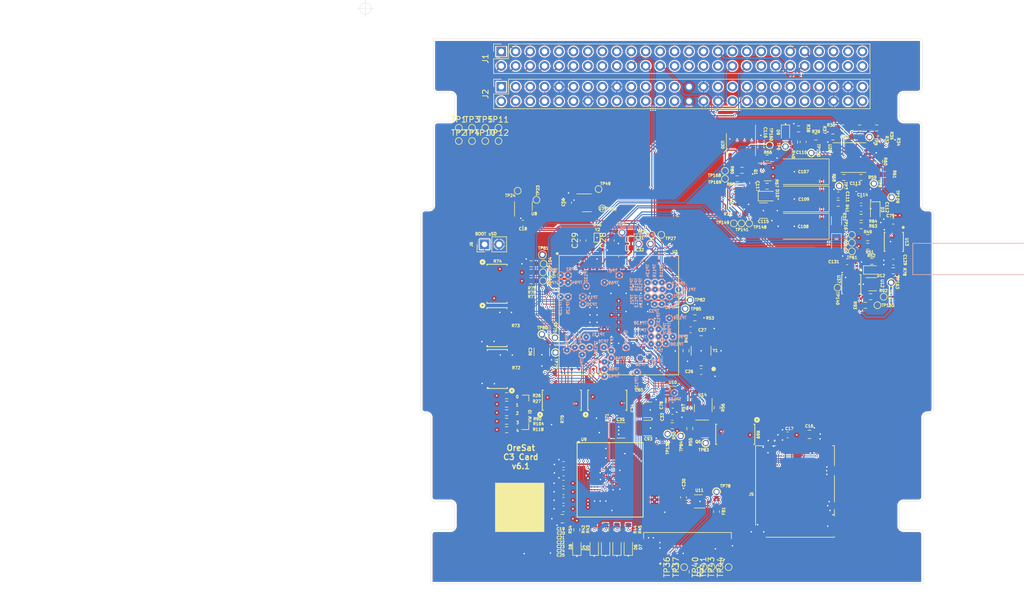
<source format=kicad_pcb>
(kicad_pcb (version 20221018) (generator pcbnew)
  (layers (0 "F.Cu" jumper) (1 "In1.Cu" jumper) (2 "In2.Cu" jumper) (31 "B.Cu" signal) (34 "B.Paste" user) (35 "F.Paste" user) (36 "B.SilkS" user "B.Silkscreen") (37 "F.SilkS" user "F.Silkscreen") (38 "B.Mask" user) (39 "F.Mask" user) (44 "Edge.Cuts" user))
  (net 0 "")
  (net 1 "Net-(U9-VDDI)")
  (net 2 "Net-(U1B-OSC1_GND)")
  (net 3 "5V")
  (net 4 "Net-(U1B-OSC1_IN)")
  (net 5 "Net-(U1B-OSC1_OUT)")
  (net 6 "3.3V")
  (net 7 "/OSD3358: SIP B/OSC0_GND")
  (net 8 "/OSD3358: SIP B/OSC0_IN")
  (net 9 "/OSD3358: SIP B/OSC0_OUT")
  (net 10 "nRESET")
  (net 11 "VIN_USB")
  (net 12 "Net-(D4-A)")
  (net 13 "Net-(D5-A)")
  (net 14 "Net-(D6-A)")
  (net 15 "Net-(D7-A)")
  (net 16 "Net-(D8-A)")
  (net 17 "UART0_RX")
  (net 18 "VBUS")
  (net 19 "OPD_SCL")
  (net 20 "OPD_SDA")
  (net 21 "OPD_PWR")
  (net 22 "Net-(Q6-B)")
  (net 23 "/OSD3358: SIP A/SYS_RTC_1P8V")
  (net 24 "Net-(U1A-I2C0_SCL)")
  (net 25 "Net-(U1A-I2C0_SDA)")
  (net 26 "Net-(U1A-EEPROM_WP)")
  (net 27 "Net-(U1A-RTC_KALDO_ENN)")
  (net 28 "Net-(U14-REF)")
  (net 35 "Net-(R72-11)")
  (net 36 "Net-(R72-22)")
  (net 37 "Net-(R72-33)")
  (net 38 "Net-(R72-44)")
  (net 39 "Net-(R72-66)")
  (net 40 "Net-(R72-77)")
  (net 41 "Net-(R72-88)")
  (net 42 "Net-(R72-99)")
  (net 43 "Net-(R73-44)")
  (net 44 "Net-(R73-77)")
  (net 47 "3.3VA")
  (net 48 "Net-(R74-44)")
  (net 50 "Net-(U1B-TRSTN)")
  (net 51 "Net-(U1B-EMU1)")
  (net 52 "Net-(U1B-EMU0)")
  (net 53 "Net-(U8-SHDN)")
  (net 54 "Net-(U8-S)")
  (net 55 "Net-(U1C-GPMC_A1)")
  (net 56 "Net-(U1C-GPMC_A2)")
  (net 58 "Net-(U1C-GPMC_CSN0)")
  (net 59 "Net-(U1C-GPMC_CSN3)")
  (net 60 "Net-(U1C-GPMC_AD8)")
  (net 61 "Net-(U1C-GPMC_AD9)")
  (net 62 "Net-(U1B-SYS_ADC_1P8V)")
  (net 63 "Net-(U1B-AGND_ADC)")
  (net 64 "SPARE1")
  (net 65 "SPARE2")
  (net 66 "SPARE3")
  (net 67 "SPARE4")
  (net 68 "SPARE5")
  (net 69 "SPARE6")
  (net 70 "SPARE21")
  (net 71 "SPARE22")
  (net 72 "Net-(U1B-AIN6)")
  (net 73 "Net-(U1B-AIN7)")
  (net 74 "Net-(U1B-PMIC_MUX_IN)")
  (net 75 "Net-(U1B-USB1_CE)")
  (net 76 "Net-(U1A-PMIC_TS)")
  (net 77 "Net-(U1A-PMIC_BAT_SENSE)")
  (net 78 "Net-(U1A-SYS_VDD2_3P3V@1)")
  (net 79 "Net-(U1A-SYS_VDD_1P8V@1)")
  (net 80 "Net-(U1F-VDDS_DDR)")
  (net 81 "Net-(U1F-VDD_CORE)")
  (net 82 "Net-(U1F-VDD_MPU)")
  (net 83 "Net-(U1F-VDDS_PLL)")
  (net 84 "Net-(U1D-LCD_PCLK)")
  (net 85 "Net-(U1D-LCD_HSYNC)")
  (net 86 "Net-(U1A-PMIC_NRESET)")
  (net 87 "Net-(U1A-PMIC_PB_IN)")
  (net 88 "Net-(U1A-PMIC_POWER_EN)")
  (net 89 "Net-(U1A-PMIC_LDO_PGOOD)")
  (net 90 "Net-(U1A-EXT_WAKEUP)")
  (net 91 "Net-(U1A-EXTINTN)")
  (net 92 "Net-(U1B-USB0_ID)")
  (net 93 "Net-(U1B-USB0_CE)")
  (net 94 "Net-(U1B-USB0_DRVVBUS)")
  (net 95 "Net-(U1C-GPMC_AD10)")
  (net 96 "Net-(U1C-GPMC_AD14)")
  (net 97 "Net-(D12-A)")
  (net 98 "Net-(FB1-Pad1)")
  (net 99 "USB_CLI_DP")
  (net 100 "USB_CLI_DM")
  (net 101 "Net-(Q1-S)")
  (net 102 "I2C2_SYS_DISABLE")
  (net 103 "OPD_nENABLE")
  (net 104 "OPD_nFAULT")
  (net 105 "OPD_CURRENT")
  (net 106 "Net-(R73-22)")
  (net 109 "Net-(R74-33)")
  (net 111 "Net-(U24-EVI)")
  (net 112 "Net-(U28B-+)")
  (net 113 "Net-(U28C--)")
  (net 114 "Net-(U1B-USB1_DRVVBUS)")
  (net 115 "Net-(U39-SHDN)")
  (net 116 "Net-(U39-S)")
  (net 117 "Net-(U1D-MII1_TX_EN)")
  (net 118 "Net-(U1B-TDI)")
  (net 119 "Net-(U1B-TDO)")
  (net 120 "Net-(U1B-TCK)")
  (net 121 "Net-(U1B-TMS)")
  (net 122 "/OSD3358: SIP A/PMIC_GOOD")
  (net 123 "Net-(U1D-MDC)")
  (net 124 "Net-(U37-READY)")
  (net 125 "Net-(U24-~{INT})")
  (net 126 "Net-(U24-CLKO)")
  (net 129 "Net-(U1D-MII1_RXD3)")
  (net 130 "Net-(U1D-MII1_RXD2)")
  (net 131 "Net-(U1D-MII1_RXD1)")
  (net 132 "Net-(U1D-MDIO)")
  (net 133 "Net-(U1D-MII1_RXD0)")
  (net 134 "Net-(U1D-MII1_RX_ER)")
  (net 135 "Net-(U1D-MII1_RX_CLK)")
  (net 136 "Net-(U1D-MII1_CRS)")
  (net 137 "Net-(U1D-MII1_COL)")
  (net 138 "Net-(U1D-MII1_RX_DV)")
  (net 142 "Net-(U1B-USB1_ID)")
  (net 143 "Net-(U1B-USB1_DP)")
  (net 144 "Net-(U1B-USB1_DM)")
  (net 145 "Net-(U1B-USB1_VBUS)")
  (net 148 "Net-(R59-Pad1)")
  (net 149 "Net-(R58-Pad1)")
  (net 150 "Net-(U28A--)")
  (net 151 "Net-(U28B--)")
  (net 152 "Net-(U28C-+)")
  (net 153 "Net-(U28D--)")
  (net 155 "PET_WDT")
  (net 156 "Net-(U30-WP)")
  (net 157 "I2C2_SYS_SCL")
  (net 158 "I2C2_SYS_SDA")
  (net 159 "Net-(D1-Pad1)")
  (net 160 "Net-(U28D-+)")
  (net 161 "Net-(D3-Pad2)")
  (net 162 "Net-(U24-VBKP)")
  (net 163 "Net-(D10-Pad2)")
  (net 164 "Net-(R32-Pad2)")
  (net 165 "Net-(C110-Pad2)")
  (net 166 "Net-(D9-A)")
  (net 167 "GND")
  (net 168 "/Watchdog/WDT-VIN")
  (net 169 "/Watchdog/WDT-VP")
  (net 170 "ORESAT_nSD")
  (net 181 "Net-(R74-66)")
  (net 184 "Net-(R73-11)")
  (net 185 "/OSD3358: SIP C/USR1")
  (net 186 "/OSD3358: SIP C/USR2")
  (net 187 "/OSD3358: SIP C/USR3")
  (net 188 "/OSD3358: SIP C/USR4")
  (net 189 "VDD")
  (net 190 "Net-(J6-Pin_1)")
  (net 191 "Net-(U1C-GPMC_CLK)")
  (net 192 "/OSD3358: SIP C/CAN1_TXD")
  (net 193 "/OSD3358: SIP C/CAN1_RXD")
  (net 194 "Net-(U1C-GPMC_AD11)")
  (net 195 "Net-(U1C-GPMC_AD12)")
  (net 196 "Net-(U1C-GPMC_BEN0_CLE)")
  (net 197 "Net-(U1C-GPMC_WEN)")
  (net 198 "Net-(U1C-GPMC_OEN_REN)")
  (net 201 "Net-(U1C-GPMC_AD15)")
  (net 310 "/OSD3358: SIP C/EMMC_CMD")
  (net 311 "/OSD3358: SIP C/EMMC_D5")
  (net 312 "/OSD3358: SIP C/EMMC_D4")
  (net 313 "/OSD3358: SIP C/EMMC_D0")
  (net 314 "/OSD3358: SIP C/EMMC_D3")
  (net 315 "/OSD3358: SIP C/EMMC_SCK")
  (net 316 "/OSD3358: SIP C/EMMC_D1")
  (net 317 "/OSD3358: SIP C/EMMC_D7")
  (net 318 "/OSD3358: SIP C/EMMC_nRST")
  (net 319 "/OSD3358: SIP C/EMMC_D6")
  (net 320 "/OSD3358: SIP C/EMMC_D2")
  (net 325 "UART0_TX")
  (net 326 "/OSD3358: SIP D/CAN0_TX")
  (net 327 "/OSD3358: SIP D/CAN0_RX")
  (net 328 "/OSD3358: SIP C/MMC1_DAT3")
  (net 329 "/OSD3358: SIP C/MMC1_CLK")
  (net 330 "/OSD3358: SIP C/MMC1_DAT1")
  (net 331 "/OSD3358: SIP C/MMC1_CD")
  (net 332 "/OSD3358: SIP C/MMC1_DAT2")
  (net 333 "/OSD3358: SIP C/MMC1_CMD")
  (net 334 "/OSD3358: SIP C/MMC1_DAT0")
  (net 437 "Net-(J7-HOST-D+)")
  (net 438 "Net-(J7-HOST-D-)")
  (net 439 "Net-(J7-NRST)")
  (net 444 "Net-(J7-DEBUG-0)")
  (net 445 "Net-(J7-DEBUG-1)")
  (net 446 "Net-(J7-DEBUG-2)")
  (net 447 "Net-(J7-DEBUG-3)")
  (net 448 "CAN2_H+")
  (net 449 "CAN2_L-")
  (net 450 "CAN1H+")
  (net 451 "CAN1L-")
  (footprint "oresat-passives:Panasonic_Resistor_Array_EXBA10" (layer "F.Cu") (at 96.9 109.7 90)
    (fp_text reference "R71")
    (fp_text value "10k")
  )
  (footprint "LED_SMD:LED_0603_1608Metric" (layer "F.Cu") (at 100.6 135.5125 90)
    (fp_text reference "D7")
    (fp_text value "BLUE")
  )
  (footprint "Resistor_SMD:R_0603_1608Metric" (layer "F.Cu") (at 110.75 101 90)
    (fp_text reference "R47")
    (fp_text value "1M")
  )
  (footprint "Capacitor_SMD:C_0603_1608Metric" (layer "F.Cu") (at 89.2 128.8 180)
    (fp_text reference "C24")
    (fp_text value "1u")
  )
  (footprint "oresat-ics:LINEAR-MSOP-8-AND-MAXIM-UMAX-8-21-0036" (layer "F.Cu") (at 147.27 81.8402 -90)
    (fp_text reference "U13")
    (fp_text value "MAX892LEUA+T" hide)
  )
  (footprint "Connector_PinHeader_2.54mm:PinHeader_1x02_P2.54mm_Vertical" (layer "F.Cu") (at 75.33 82.28 90)
    (fp_text reference "J6")
    (fp_text value "Conn_01x02")
  )
  (footprint "Capacitor_SMD:C_1210_3225Metric" (layer "F.Cu") (at 124.3375 76.35)
    (fp_text reference "C115")
    (fp_text value "100u")
  )
  (footprint "Resistor_SMD:R_0603_1608Metric" (layer "F.Cu") (at 120.1875 76.95)
    (fp_text reference "R79")
    (fp_text value "10k")
  )
  (footprint "oresat-misc:TestPoint_Pad_D1.0mm" (layer "F.Cu") (at 77.777 64.1)
    (fp_text reference "TP12")
    (fp_text value "Test-Point")
  )
  (footprint "Connector_PinSocket_2.54mm:PinSocket_2x26_P2.54mm_Vertical" (layer "F.Cu") (at 78.25 48.35 90)
    (fp_text reference "J1")
    (fp_text value "Conn_02x26_Odd_Even")
  )
  (footprint "Resistor_SMD:R_0603_1608Metric" (layer "F.Cu") (at 95.1 83 180)
    (fp_text reference "R46")
    (fp_text value "NP")
  )
  (footprint "Resistor_SMD:R_0603_1608Metric" (layer "F.Cu") (at 141.2625 61.8 180)
    (fp_text reference "R35")
    (fp_text value "10k")
  )
  (footprint "oresat-misc:TestPoint_Pad_D1.0mm" (layer "F.Cu") (at 81.15 72.85 -90)
    (fp_text reference "TP24")
    (fp_text value "Test-Point")
  )
  (footprint "Capacitor_SMD:C_0805_2012Metric" (layer "F.Cu") (at 89 130.55 180)
    (fp_text reference "C25")
    (fp_text value "10u")
  )
  (footprint "oresat-misc:TestPoint_Pad_D1.0mm" (layer "F.Cu") (at 108.82 139.068 90)
    (fp_text reference "TP36")
    (fp_text value "Test-Point")
  )
  (footprint "Resistor_SMD:R_0603_1608Metric" (layer "F.Cu") (at 83.5 88.7)
    (fp_text reference "R77")
    (fp_text value "10k")
  )
  (footprint "oresat-misc:TestPoint_Pad_D1.0mm" (layer "F.Cu") (at 106.4 80.6)
    (fp_text reference "TP27")
    (fp_text value "Test-Point")
  )
  (footprint "Package_TO_SOT_SMD:SOT-23-8" (layer "F.Cu") (at 82.15 75.55 90)
    (fp_text reference "U8")
    (fp_text value "TCAN330")
  )
  (footprint "oresat-misc:TestPoint_Pad_D1.0mm" (layer "F.Cu") (at 121.8375 78.6 -90)
    (fp_text reference "TP148")
    (fp_text value "Test-Point")
  )
  (footprint "Resistor_SMD:R_0603_1608Metric" (layer "F.Cu") (at 116.2 111 -90)
    (fp_text reference "R56")
    (fp_text value "40.2k")
  )
  (footprint "Capacitor_SMD:C_0603_1608Metric" (layer "F.Cu") (at 111.55 97.3)
    (fp_text reference "C27")
    (fp_text value "10p")
  )
  (footprint "oresat-misc:TestPoint_Pad_D1.0mm" (layer "F.Cu") (at 145.4875 91.5 -90)
    (fp_text reference "TP164")
    (fp_text value "Test-Point")
  )
  (footprint "oresat-passives:Panasonic_Resistor_Array_EXBA10" (layer "F.Cu") (at 119.4 115.7 -90)
    (fp_text reference "R69")
    (fp_text value "10k")
  )
  (footprint "Package_TO_SOT_SMD:SOT-23" (layer "F.Cu") (at 113.7625 111.08125 -90)
    (fp_text reference "U14")
    (fp_text value "TLVH431")
  )
  (footprint "Connector_PinSocket_2.54mm:PinSocket_2x26_P2.54mm_Vertical" (layer "F.Cu") (at 78.26 54.55 90)
    (fp_text reference "J2")
    (fp_text value "Conn_02x26_Odd_Even")
  )
  (footprint "Resistor_SMD:R_0603_1608Metric" (layer "F.Cu") (at 142.6875 82.6)
    (fp_text reference "R51")
    (fp_text value "10k")
  )
  (footprint "oresat-ics:BGA-153(11.5X13)(EMMC-BA)" (layer "F.Cu") (at 97.4 123.7)
    (fp_text reference "U9")
    (fp_text value "EMMC+RESET+5.1-COMPATIBLE-BA")
  )
  (footprint "oresat-misc:TestPoint_Pad_D1.0mm" (layer "F.Cu") (at 115.22 139.068 90)
    (fp_text reference "TP41")
    (fp_text value "Test-Point")
  )
  (footprint "oresat-c3:RV3028C732768KHZ1PPMTAQC" (layer "F.Cu") (at 120.3625 73.9 -90)
    (fp_text reference "U24")
    (fp_text value "RV-3028-C7")
  )
  (footprint "oresat-misc:TestPoint-0.75mm-th" (layer "F.Cu") (at 85.5 84.1)
    (fp_text reference "TP81")
    (fp_text value "Test-Point" hide)
  )
  (footprint "oresat-misc:TestPoint-0.75mm-th" (layer "F.Cu") (at 116.1 125.8)
    (fp_text reference "TP78")
    (fp_text value "Test-Point" hide)
  )
  (footprint "oresat-misc:TestPoint_Pad_D1.0mm" (layer "F.Cu") (at 73.123 61.773)
    (fp_text reference "TP3")
    (fp_text value "Test-Point")
  )
  (footprint "Resistor_SMD:R_0603_1608Metric" (layer "F.Cu") (at 145.5875 69.9875)
    (fp_text reference "R61")
    (fp_text value "100k")
  )
  (footprint "Capacitor_SMD:C_0603_1608Metric" (layer "F.Cu") (at 89.2 127.3 180)
    (fp_text reference "C23")
    (fp_text value "1u")
  )
  (footprint "Resistor_SMD:R_0603_1608Metric" (layer "F.Cu") (at 138.2625 61.8 180)
    (fp_text reference "R36")
    (fp_text value "3.0k")
  )
  (footprint "Capacitor_SMD:C_0603_1608Metric" (layer "F.Cu") (at 100.3 81.4)
    (fp_text reference "C31")
    (fp_text value "1n")
  )
  (footprint "Capacitor_SMD:C_0603_1608Metric" (layer "F.Cu") (at 89.2 121 180)
    (fp_text reference "C19")
    (fp_text value "1u")
  )
  (footprint "oresat-passives:Panasonic_Resistor_Array_EXBA10" (layer "F.Cu") (at 77.51 89.21)
    (fp_text reference "R74")
    (fp_text value "47k")
  )
  (footprint "oresat-misc:TestPoint_Pad_D1.0mm" (layer "F.Cu") (at 125.4375 64.85 -90)
    (fp_text reference "TP160")
    (fp_text value "Test-Point")
  )
  (footprint "oresat-misc:TestPoint-0.75mm-th" (layer "F.Cu") (at 132.7625 66.2 -90)
    (fp_text reference "TP150")
    (fp_text value "TestPoint-MinTH" hide)
  )
  (footprint "LED_SMD:LED_0603_1608Metric" (layer "F.Cu") (at 98.6 135.5125 90)
    (fp_text reference "D6")
    (fp_text value "BLUE")
  )
  (footprint "Capacitor_SMD:C_0603_1608Metric" (layer "F.Cu") (at 123.8925 64.825 90)
    (fp_text reference "C116")
    (fp_text value "100n")
  )
  (footprint "Capacitor_SMD:C_0603_1608Metric" (layer "F.Cu") (at 108.325 112.7)
    (fp_text reference "C33")
    (fp_text value "100n")
  )
  (footprint "Inductor_SMD:L_0603_1608Metric" (layer "F.Cu") (at 116.1 129.3 90)
    (fp_text reference "FB1")
    (fp_text value "BLM18KG300JH1D")
  )
  (footprint "oresat-misc:TestPoint-0.75mm-th" (layer "F.Cu") (at 114.2 117.25)
    (fp_text reference "TP83")
    (fp_text value "Test-Point" hide)
  )
  (footprint "Resistor_SMD:R_0603_1608Metric" (layer "F.Cu") (at 79.2 113.4)
    (fp_text reference "R104")
    (fp_text value "10k")
  )
  (footprint "Capacitor_SMD:C_0603_1608Metric" (layer "F.Cu") (at 103.25 109.025)
    (fp_text reference "C65")
    (fp_text value "100n")
  )
  (footprint "Diode_SMD:D_SOD-323" (layer "F.Cu") (at 144 76.4 -90)
    (fp_text reference "D3")
    (fp_text value "1N4151WS")
  )
  (footprint "Capacitor_Tantalum_SMD:CP_EIA-7343-31_Kemet-D" (layer "F.Cu") (at 131.4875 69.5 180)
    (fp_text reference "C107")
    (fp_text value "220u")
  )
  (footprint "Resistor_SMD:R_0603_1608Metric" (layer "F.Cu") (at 129.825 64.275 90)
    (fp_text reference "R40")
    (fp_text value "3.0k")
  )
  (footprint "oresat-passives:Panasonic_Resistor_Array_EXBA10" (layer "F.Cu") (at 88.9 109.7 90)
    (fp_text reference "R70")
    (fp_text value "10k")
  )
  (footprint "Diode_SMD:D_SOD-323" (layer "F.Cu") (at 125.0375 73.8)
    (fp_text reference "D10")
    (fp_text value "1N4151WS")
  )
  (footprint "oresat-misc:TestPoint-0.75mm-th" (layer "F.Cu") (at 110.6 93.6 180)
    (fp_text reference "TP85")
    (fp_text value "Test-Point" hide)
  )
  (footprint "Resistor_SMD:R_0603_1608Metric" (layer "F.Cu") (at 79.2 114.9)
    (fp_text reference "R118")
    (fp_text value "10k")
  )
  (footprint "Resistor_SMD:R_0603_1608Metric" (layer "F.Cu") (at 141.525 77.5 180)
    (fp_text reference "R64")
    (fp_text value "100k")
  )
  (footprint "oresat-misc:TestPoint_Pad_D1.0mm" (layer "F.Cu") (at 85.6 87.2)
    (fp_text reference "TP96")
    (fp_text value "Test-Point")
  )
  (footprint "Capacitor_SMD:C_1210_3225Metric" (layer "F.Cu") (at 104 111.4)
    (fp_text reference "C34")
    (fp_text value "22u")
  )
  (footprint "oresat-misc:TestPoint-0.75mm-th" (layer "F.Cu") (at 87.8 101.3 180)
    (fp_text reference "TP79")
    (fp_text value "Test-Point" hide)
  )
  (footprint "Resistor_SMD:R_0603_1608Metric" (layer "F.Cu") (at 145.0625 64.0875 90)
    (fp_text reference "R32")
    (fp_text value "10k")
  )
  (footprint "oresat-misc:TestPoint_Pad_D1.0mm" (layer "F.Cu") (at 110.42 139.068 90)
    (fp_text reference "TP37")
    (fp_text value "Test-Point")
  )
  (footprint "Diode_SMD:D_SOD-323" (layer "F.Cu") (at 137.1875 82 -90)
    (fp_text reference "D1")
    (fp_text value "1N4151WS")
  )
  (footprint "Resistor_SMD:R_0603_1608Metric" (layer "F.Cu") (at 138.4875 70.5125 180)
    (fp_text reference "R58")
    (fp_text value "1k")
  )
  (footprint "Capacitor_Tantalum_SMD:CP_EIA-7343-31_Kemet-D" (layer "F.Cu") (at 131.4875 79.1 180)
    (fp_text reference "C108")
    (fp_text value "220u")
  )
  (footprint "Capacitor_Tantalum_SMD:CP_EIA-7343-31_Kemet-D" (layer "F.Cu") (at 131.4875 74.3 180)
    (fp_text reference "C109")
    (fp_text value "220u")
  )
  (footprint "Capacitor_SMD:C_0603_1608Metric" (layer "F.Cu") (at 89.2 122.5 180)
    (fp_text reference "C20")
    (fp_text value "1u")
  )
  (footprint "Package_SO:TSSOP-14_4.4x5mm_P0.65mm" (layer "F.Cu") (at 140.1625 67.0125)
    (fp_text reference "U28")
    (fp_text value "TLV1704-SEP")
  )
  (footprint "Resistor_SMD:R_0603_1608Metric" (layer "F.Cu") (at 142.2875 93)
    (fp_text reference "R93")
    (fp_text value "4.7k")
  )
  (footprint "oresat-misc:TestPoint-0.75mm-th" (layer "F.Cu") (at 143.7625 71.5875 -90)
    (fp_text reference "TP8")
    (fp_text value "TestPoint-MinTH" hide)
  )
  (footprint "Resistor_SMD:R_0603_1608Metric" (layer "F.Cu") (at 100.6 132.4875 -90)
    (fp_text reference "R45")
    (fp_text value "10k")
  )
  (footprint "oresat-misc:TestPoint-0.75mm-th" (layer "F.Cu") (at 107.5 115.65 90)
    (fp_text reference "TP135")
    (fp_text value "Test-Point" hide)
  )
  (footprint "oresat-misc:TestPoint-0.75mm-th" (layer "F.Cu") (at 87.7 98.7 180)
    (fp_text reference "TP75")
    (fp_text value "Test-Point" hide)
  )
  (footprint "LED_SMD:LED_0603_1608Metric" (layer "F.Cu") (at 128.225 62.7625 -90)
    (fp_text reference "D9")
    (fp_text value "GREEN")
  )
  (footprint "oresat-misc:TestPoint_Pad_D1.0mm" (layer "F.Cu") (at 85.7 85.7)
    (fp_text reference "TP104")
    (fp_text value "Test-Point")
  )
  (footprint "Capacitor_SMD:C_0603_1608Metric" (layer "F.Cu") (at 97.6 81.6 90)
    (fp_text reference "C28")
    (fp_text value "18p")
  )
  (footprint "oresat-misc:TestPoint_Pad_D1.0mm" (layer "F.Cu") (at 96.05 75.95)
    (fp_text reference "TP32")
    (fp_text value "Test-Point")
  )
  (footprint "Resistor_SMD:R_0603_1608Metric" (layer "F.Cu") (at 136.5625 63.3875 180)
    (fp_text reference "R37")
    (fp_text value "3.0k")
  )
  (footprint "Capacitor_SMD:C_0603_1608Metric" (layer "F.Cu") (at 147.175 78.2 180)
    (fp_text reference "C79")
    (fp_text value "1u")
  )
  (footprint "Capacitor_SMD:C_0603_1608Metric" (layer "F.Cu") (at 113.4 104.65)
    (fp_text reference "C26")
    (fp_text value "10p")
  )
  (footprint "Resistor_SMD:R_0603_1608Metric" (layer "F.Cu") (at 147.165 86.92)
    (fp_text reference "R78")
    (fp_text value "10k")
  )
  (footprint "oresat-misc:TestPoint-0.75mm-th" (layer "F.Cu") (at 142.9875 63.3875 -90)
    (fp_text reference "TP9")
    (fp_text value "TestPoint-MinTH" hide)
  )
  (footprint "oresat-misc:TestPoint_Pad_D1.0mm" (layer "F.Cu") (at 75.45 61.773)
    (fp_text reference "TP5")
    (fp_text value "Test-Point")
  )
  (footprint "Resistor_SMD:R_0603_1608Metric" (layer "F.Cu") (at 111.82 139.868 -90)
    (fp_text reference "R2")
    (fp_text value "10")
  )
  (footprint "Capacitor_SMD:C_0603_1608Metric" (layer "F.Cu") (at 122.4375 71.5 90)
    (fp_text reference "C117")
    (fp_text value "100n")
  )
  (footprint "LED_SMD:LED_0603_1608Metric" (layer "F.Cu") (at 143.415 86.78)
    (fp_text reference "D12")
    (fp_text value "GREEN")
  )
  (footprint "oresat-connectors:J-TE-2-1734592-0" (layer "F.Cu") (at 111 135.868)
    (fp_text reference "J7")
    (fp_text value "2-1734592-0")
  )
  (footprint "oresat-misc:TestPoint_Pad_D1.0mm" (layer "F.Cu") (at 113.82 139.068 90)
    (fp_text reference "TP40")
    (fp_text value "Test-Point")
  )
  (footprint "Resistor_SMD:R_0603_1608Metric" (layer "F.Cu") (at 140.6875 63.3875 180)
    (fp_text reference "R62")
    (fp_text value "100k")
  )
  (footprint "Resistor_SMD:R_0603_1608Metric" (layer "F.Cu") (at 83.5 85.7 180)
    (fp_text reference "R75")
    (fp_text value "10k")
  )
  (footprint "oresat-misc:TestPoint_Pad_D1.0mm" (layer "F.Cu") (at 139.8875 83.5 -90)
    (fp_text reference "TP61")
    (fp_text value "Test-Point")
  )
  (footprint "oresat-misc:TestPoint_Pad_D1.0mm" (layer "F.Cu") (at 75.45 64.1)
    (fp_text reference "TP10")
    (fp_text value "Test-Point")
  )
  (footprint "Capacitor_SMD:C_0603_1608Metric" (layer "F.Cu") (at 108.4 110.6)
    (fp_text reference "C78")
    (fp_text value "100n")
  )
  (footprint "Package_TO_SOT_SMD:SOT-23-8" (layer "F.Cu") (at 93.3125 74.975)
    (fp_text reference "U39")
    (fp_text value "TCAN330")
  )
  (footprint "oresat-ics:LINEAR-MSOP-8-AND-MAXIM-UMAX-8-21-0036" (layer "F.Cu") (at 139.7875 89.3 -90)
    (fp_text reference "U37")
    (fp_text value "LTC4300A-1" hide)
  )
  (footprint "oresat-misc:TestPoint_Pad_D1.0mm" (layer "F.Cu") (at 116.62 139.068 90)
    (fp_text reference "TP43")
    (fp_text value "Test-Point")
  )
  (footprint "Capacitor_SMD:C_1210_3225Metric" (layer "F.Cu") (at 85.4 101.2 -90)
    (fp_text reference "C36")
    (fp_text value "22u")
  )
  (footprint "Capacitor_SMD:C_0603_1608Metric" (layer "F.Cu") (at 100.3 82.9)
    (fp_text reference "C32")
    (fp_text value "100n")
  )
  (footprint "Resistor_SMD:R_0603_1608Metric" (layer "F.Cu") (at 137.4875 75.0625)
    (fp_text reference "R41")
    (fp_text value "100k")
  )
  (footprint "oresat-misc:TestPoint-0.75mm-th" (layer "F.Cu") (at 109.8 116)
    (fp_text reference "TP84")
    (fp_text value "Test-Point" hide)
  )
  (footprint "oresat-misc:TestPoint_Pad_D1.0mm" (layer "F.Cu") (at 137.3875 89.9 -90)
    (fp_text reference "TP140")
    (fp_text value "~")
  )
  (footprint "oresat-passives:Panasonic_Resistor_Array_EXBA10" (layer "F.Cu") (at 77.5 96.85)
    (fp_text reference "R73")
    (fp_text value "47k")
  )
  (footprint "Capacitor_SMD:C_0603_1608Metric" (layer "F.Cu") (at 82.075 78.55 180)
    (fp_text reference "C18")
    (fp_text value "100n")
  )
  (footprint "oresat-passives:CRYSTAL-5X3.2-4SMD" (layer "F.Cu") (at 113.4 101 90)
    (fp_text reference "Y1")
    (fp_text value "ECS-240-12-30BQ-AEN-TR" hide)
  )
  (footprint "Package_TO_SOT_SMD:SOT-363_SC-70-6" (layer "F.Cu") (at 112.9 127.5 180)
    (fp_text reference "U11")
    (fp_text value "RCLAMP0504FB")
  )
  (footprint "Capacitor_SMD:C_0603_1608Metric" (layer "F.Cu") (at 90.1175 74.955 90)
    (fp_text reference "C56")
    (fp_text value "100n")
  )
  (footprint "oresat-misc:TestPoint-0.75mm-th" (layer "F.Cu") (at 128.225 65.0625 -90)
    (fp_text reference "TP6")
    (fp_text value "TestPoint-MinTH" hide)
  )
  (footprint "Resistor_SMD:R_0603_1608Metric" (layer "F.Cu") (at 124.9875 72.05)
    (fp_text reference "R67")
    (fp_text value "150")
  )
  (footprint "LED_SMD:LED_0603_1608Metric" (layer "F.Cu") (at 96.6 135.5125 90)
    (fp_text reference "D5")
    (fp_text value "BLUE")
  )
  (footprint "Capacitor_SMD:C_0603_1608Metric" (layer "F.Cu") (at 139.065 85.34 180)
    (fp_text reference "C131")
    (fp_text value "100n")
  )
  (footprint "Resistor_SMD:R_0603_1608Metric" (layer "F.Cu") (at 108.325 114.2)
    (fp_text reference "R50")
    (fp_text value "10k")
  )
  (footprint "Resistor_SMD:R_0603_1608Metric" (layer "F.Cu") (at 141.4875 70.5125)
    (fp_text reference "R59")
    (fp_text value "1k")
  )
  (footprint "oresat-misc:TestPoint-0.75mm-th" (layer "F.Cu") (at 111.45 92.1 180)
    (fp_text reference "TP82")
    (fp_text value "Test-Point" hide)
  )
  (footprint "Capacitor_SMD:C_0603_1608Metric" (layer "F.Cu") (at 140.6625 72.4875)
    (fp_text reference "C113")
    (fp_text value "10u")
  )
  (footprint "Resistor_SMD:R_0603_1608Metric" (layer "F.Cu") (at 91.55 132.5 -90)
    (fp_text reference "R54")
    (fp_text value "10k")
  )
  (footprint "Package_TO_SOT_SMD:SOT-23" (layer "F.Cu") (at 114.1 114.75)
    (fp_text reference "Q6")
    (fp_text value "MMBT2907")
  )
  (footprint "Resistor_SMD:R_0603_1608Metric" (layer "F.Cu") (at 79.2 110.4)
    (fp_text reference "R27")
    (fp_text value "10k")
  )
  (footprint "Resistor_SMD:R_0603_1608Metric" (layer "F.Cu") (at 133.5625 63.4)
    (fp_text reference "R39")
    (fp_text value "10k")
  )
  (footprint "oresat-misc:TestPoint_Pad_D1.0mm" (layer "F.Cu") (at 139.8875 80.6 -90)
    (fp_text reference "TP167")
    (fp_text value "Test-Point")
  )
  (footprint "oresat-misc:TestPoint-0.75mm-th" (layer "F.Cu") (at 146.7875 89 -90)
    (fp_text reference "TP163")
    (fp_text value "TestPoint-MinTH" hide)
  )
  (footprint "Resistor_SMD:R_0603_1608Metric" (layer "F.Cu") (at 120.5875 69.25 180)
    (fp_text reference "R80")
    (fp_text value "4.7k")
  )
  (footprint "Resistor_SMD:R_0603_1608Metric" (layer "F.Cu") (at 94.6 132.4875 -90)
    (fp_text reference "R42")
    (fp_text value "10k")
  )
  (footprint "oresat-misc:TestPoint-0.75mm-th" (layer "F.Cu") (at 146.88 74 -90)
    (fp_text reference "TP109")
    (fp_text value "TestPoint-MinTH" hide)
  )
  (footprint "Resistor_SMD:R_0603_1608Metric" (layer "F.Cu") (at 143.415 85.28 180)
    (fp_text reference "R52")
    (fp_text value "23.7k")
  )
  (footprint "oresat-passives:Panasonic_Resistor_Array_EXBA10" (layer "F.Cu") (at 77.5748 104.21 180)
    (fp_text reference "R72")
    (fp_text value "47k")
  )
  (footprint "oresat-misc:TestPoint_Pad_D1.0mm" (layer "F.Cu") (at 118.22 139.068 90)
    (fp_text reference "TP44")
    (fp_text value "Test-Point")
  )
  (footprint "oresat-connectors:J-Hirose-DM3BT-DSF-PEJS" (layer "F.Cu") (at 130.325 133.8135)
    (fp_text reference "J5")
    (fp_text value "DM3BT-DSF-PEJS")
  )
  (footprint "oresat-misc:TestPoint-0.75mm-th" (layer "F.Cu") (at 137.6625 71.9875 -90)
    (fp_text reference "TP7")
    (fp_text value "TestPoint-MinTH" hide)
  )
  (footprint "oresat-misc:TestPoint_Pad_D1.0mm" (layer "F.Cu") (at 70.796 61.773)
    (fp_text reference "TP1")
    (fp_text value "Test-Point")
  )
  (footprint "Capacitor_SMD:C_0603_1608Metric" (layer "F.Cu") (at 131.325 64.2625 90)
    (fp_text reference "C110")
    (fp_text value "10u")
  )
  (footprint "Capacitor_SMD:C_1210_3225Metric" (layer "F.Cu") (at 104 114.6)
    (fp_text reference "C93")
    (fp_text value "22u")
  )
  (footprint "Capacitor_SMD:C_0603_1608Metric" (layer "F.Cu") (at 110.3 126.8 -90)
    (fp_text reference "C30")
    (fp_text value "100n")
  )
  (footprint "oresat-misc:TestPoint_Pad_D1.0mm" (layer "F.Cu") (at 70.796 64.1)
    (fp_text reference "TP2")
    (fp_text value "Test-Point")
  )
  (footprint "oresat-misc:TestPoint_Pad_D1.0mm" (layer "F.Cu") (at 139.8875 82 -90)
    (fp_text reference "TP166")
    (fp_text value "Test-Point")
  )
  (footprint "Resistor_SMD:R_0603_1608Metric" (layer "F.Cu") (at 111.4 114.7 90)
    (fp_text reference "R55")
    (fp_text value "499")
  )
  (footprint "oresat-misc:TestPoint-0.75mm-th" (layer "F.Cu") (at 85.4 98.1)
    (fp_text reference "TP80")
    (fp_text value "Test-Point" hide)
  )
  (footprint "oresat-misc:TestPoint_Pad_D1.0mm" (layer "F.Cu") (at 77.777 61.773)
    (fp_text reference "TP11")
    (fp_text value "Test-Point")
  )
  (footprint "Capacitor_SMD:C_0603_1608Metric" (layer "F.Cu") (at 128.6 115.8 180)
    (fp_text reference "C17")
    (fp_text value "100n")
  )
  (footprint "Resistor_SMD:R_0603_1608Metric" (layer "F.Cu") (at 130.525 61.9625 180)
    (fp_text reference "R38")
    (fp_text value "10k")
  )
  (footprint "Resistor_SMD:R_0603_1608Metric" (layer "F.Cu") (at 142.6875 81.1)
    (fp_text reference "R49")
    (fp_text value "10k")
  )
  (footprint "Capacitor_SMD:C_0603_1608Metric" (layer "F.Cu") (at 141.525 76 180)
    (fp_text reference "C112")
    (fp_text value "10u")
  )
  (footprint "Capacitor_SMD:C_1210_3225Metric" (layer "F.Cu") (at 99.3 115 180)
    (fp_text reference "C35")
    (fp_text value "22u")
  )
  (footprint "Resistor_SMD:R_0603_1608Metric" (layer "F.Cu") (at 79.2 111.9)
    (fp_text reference "R90")
    (fp_text value "10k")
  )
  (footprint "oresat-misc:TestPoint_Pad_D1.0mm" (layer "F.Cu") (at 144.3875 93 -90)
    (fp_text reference "TP165")
    (fp_text value "Test-Point")
  )
  (footprint "oresat-misc:TestPoint_Pad_D1.0mm" (layer "F.Cu") (at 84.45 74.45 -90)
    (fp_text reference "TP23")
    (fp_text value "Test-Point")
  )
  (footprint "Capacitor_SMD:C_0603_1608Metric" (layer "F.Cu") (at 137.4875 73.5875)
    (fp_text reference "C111")
    (fp_text value "10u")
  )
  (footprint "oresat-misc:TestPoint_Pad_D1.0mm" (layer "F.Cu") (at 117.5875 70.75 -90)
    (fp_text reference "TP169")
    (fp_text value "Test-Point")
  )
  (footprint "oresat-misc:TestPoint_Pad_D1.0mm" (layer "F.Cu") (at 95.3675 72.555)
    (fp_text reference "TP49")
    (fp_text value "Test-Point")
  )
  (footprint "Package_SO:SOIC-8_3.9x4.9mm_P1.27mm" (layer "F.Cu") (at 120.3925 64.725 -90)
    (fp_text reference "U30")
    (fp_text value "FM24CL64B-DGTR" hide)
  )
  (footprint "Capacitor_SMD:C_0603_1608Metric" (layer "F.Cu") (at 141.525 74.5 180)
    (fp_text reference "C114")
    (fp_text value "10u")
  )
  (footprint "Resistor_SMD:R_0603_1608Metric" (layer "F.Cu") (at 112.3 95.2 180)
    (fp_text reference "R53")
    (fp_text value "10k")
  )
  (footprint "oresat-misc:TestPoint_Pad_D1.0mm" (layer "F.Cu") (at 120.4875 78.6)
    (fp_text reference "TP141")
    (fp_text value "Test-Point")
  )
  (footprint "Resistor_SMD:R_0603_1608Metric" (layer "F.Cu") (at 98.6 132.4875 -90)
    (fp_text reference "R44")
    (fp_text value "10k")
  )
  (footprint "oresat-misc:TestPoint_Pad_D1.0mm" (layer "F.Cu") (at 85.6 88.7)
    (fp_text reference "TP95")
    (fp_text value "Test-Point")
  )
  (footprint "Resistor_SMD:R_0603_1608Metric" (layer "F.Cu") (at 119.7375 70.75 180)
    (fp_text reference "R68")
    (fp_text value "4.7k")
  )
  (footprint "Resistor_SMD:R_0603_1608Metric" (layer "F.Cu") (at 79.2 108.91)
    (fp_text reference "R26")
    (fp_text value "10k")
  )
  (footprint "Resistor_SMD:R_0603_1608Metric" (layer "F.Cu") (at 96.6 132.4875 -90)
    (fp_text reference "R43")
    (fp_text value "10k")
  )
  (footprint "oresat-misc:TestPoint_Pad_D1.0mm" (layer "F.Cu") (at 73.123 64.1)
    (fp_text reference "TP4")
    (fp_text value "Test-Point")
  )
  (footprint "Package_TO_SOT_SMD:SOT-363_SC-70-6" (layer "F.Cu") (at 143.55 89.3)
    (fp_text reference "U12")
    (fp_text value "RCLAMP0504FB")
  )
  (footprint "Resistor_SMD:R_1206_3216Metric" (layer "F.Cu") (at 137.1875 78.1 90)
    (fp_text reference "R31")
    (fp_text value "10 (1206)")
  )
  (footprint "Resistor_SMD:R_0603_1608Metric" (layer "F.Cu") (at 141.525 79 180)
    (fp_text reference "R63")
    (fp_text value "4.7M")
  )
  (footprint "LED_SMD:LED_0603_1608Metric" (layer "F.Cu") (at 91.55 135.5125 90)
    (fp_text reference "D8")
    (fp_text value "GREEN")
  )
  (footprint "oresat-misc:TestPoint_Pad_D1.0mm" (layer "F.Cu") (at 119.1375 78.6)
    (fp_text reference "TP149")
    (fp_text value "Test-Point")
  )
  (footprint "Resistor_SMD:R_0603_1608Metric" (layer "F.Cu") (at 125 67.1)
    (fp_text reference "R66")
    (fp_text value "10k")
  )
  (footprint "Resistor_SMD:R_0603_1608Metric" (layer "F.Cu") (at 83.5 87.2)
    (fp_text reference "R76")
    (fp_text value "10k")
  )
  (footprint "oresat-misc:TestPoint_Pad_D1.0mm" (layer "F.Cu") (at 117.5875 69.35 -90)
    (fp_text reference "TP168")
    (fp_text value "Test-Point")
  )
  (footprint "oresat-ics:U-Octavo-OSD335X-BGA-256" (layer "F.Cu") (at 98.9 94.7 -90)
    (fp_text reference "U1")
    (fp_text value "OSD3358-512M-BSM")
  )
  (footprint "Capacitor_SMD:C_0603_1608Metric" (layer "F.Cu") (at 89.2 124.3 180)
    (fp_text reference "C21")
    (fp_text value "1u")
  )
  (footprint "Resistor_SMD:R_0603_1608Metric" (layer "F.Cu") (at 144.7625 67.6875 90)
    (fp_text reference "R60")
    (fp_text value "100k")
  )
  (footprint "Capacitor_SMD:C_0603_1608Metric" (layer "F.Cu") (at 147.185 85.4 180)
    (fp_text reference "C129")
    (fp_text value "1u")
  )
  (footprint "Resistor_SMD:R_0603_1608Metric" (layer "F.Cu") (at 143.1875 91.5)
    (fp_text reference "R92")
    (fp_text value "4.7k")
  )
  (footprint "oresat-misc:TestPoint_Pad_D1.0mm" (layer "F.Cu") (at 104.7 80.6)
    (fp_text reference "TP26")
    (fp_text value "Test-Point")
  )
  (footprint "Capacitor_SMD:C_0603_1608Metric" (layer "F.Cu") (at 89.2 125.8 180)
    (fp_text reference "C22")
    (fp_text value "1u")
  )
  (footprint "Package_TO_SOT_SMD:SOT-353_SC-70-5" (layer "F.Cu") (at 108.4 108.4 180)
    (fp_text reference "U10")
    (fp_text value "SN74AUC1G07DCKR")
  )
  (footprint "oresat-passives:CRYSTAL_3.2X1.5" (layer "F.Cu") (at 95.1 81.1)
    (fp_text reference "Y2")
    (fp_text value "ABS07-32.768KHZ-T")
  )
  (footprint "Package_TO_SOT_SMD:SOT-23" (layer "F.Cu") (at 125.1 69.55)
    (fp_text reference "Q1")
    (fp_text value "NTR4101P")
  )
  (footprint "LED_SMD:LED_0603_1608Metric" (layer "F.Cu") (at 94.6 135.5125 90)
    (fp_text reference "D4")
    (fp_text value "BLUE")
  )
  (footprint "Capacitor_SMD:C_0805_2012Metric" (layer "F.Cu") (at 132.45 115.7)
    (fp_text reference "C16")
    (fp_text value "10u")
  )
  (footprint "Resistor_SMD:R_0603_1608Metric" (layer "F.Cu") (at 144.2625 61.8 180)
    (fp_text reference "R34")
    (fp_text value "10k")
  )
  (footprint "Resistor_SMD:R_0603_1608Metric" (layer "F.Cu") (at 111.3 111.1 90)
    (fp_text reference "R57")
    (fp_text value "10k")
  )
  (footprint "Capacitor_SMD:C_0603_1608Metric" (layer "F.Cu") (at 92.65 81.6 90)
    (fp_text reference "C29")
    (fp_text value "18p")
  )
  (footprint "oresat-misc:TestPoint_Pad_D1.0mm" (layer "B.Cu") (at 88.7 87.7 180)
    (fp_text reference "TP91")
    (fp_text value "Test-Point")
  )
  (footprint "oresat-misc:TestPoint_Pad_D1.0mm" (layer "B.Cu") (at 97.6 101 180)
    (fp_text reference "TP77")
    (fp_text value "Test-Point")
  )
  (footprint "oresat-misc:TestPoint_Pad_D1.0mm" (layer "B.Cu") (at 107.8 91.5 180)
    (fp_text reference "TP121")
    (fp_text value "Test-Point")
  )
  (footprint "oresat-misc:TestPoint-0.75mm-th" (layer "B.Cu") (at 102.4 82.2 180)
    (fp_text reference "TP73")
    (fp_text value "Test-Point" hide)
  )
  (footprint "oresat-misc:TestPoint_Pad_D1.0mm" (layer "B.Cu") (at 107.2 98.5 180)
    (fp_text reference "TP98")
    (fp_text value "Test-Point")
  )
  (footprint "oresat-misc:TestPoint_Pad_D1.0mm" (layer "B.Cu") (at 96.4 89 180)
    (fp_text reference "TP69")
    (fp_text value "Test-Point")
  )
  (footprint "oresat-misc:TestPoint_Pad_D1.0mm" (layer "B.Cu") (at 90 91.5 180)
    (fp_text reference "TP125")
    (fp_text value "Test-Point")
  )
  (footprint "oresat-misc:TestPoint_Pad_D1.0mm" (layer "B.Cu") (at 93.2 98.6 180)
    (fp_text reference "TP131")
    (fp_text value "Test-Point")
  )
  (footprint "oresat-misc:TestPoint_Pad_D1.0mm" (layer "B.Cu") (at 109.45 90.25 180)
    (fp_text reference "TP115")
    (fp_text value "Test-Point")
  )
  (footprint "oresat-misc:TestPoint_Pad_D1.0mm" (layer "B.Cu") (at 106.5 89 180)
    (fp_text reference "TP118")
    (fp_text value "Test-Point")
  )
  (footprint "oresat-misc:TestPoint_Pad_D1.0mm" (layer "B.Cu") (at 102.1 104.8 180)
    (fp_text reference "TP128")
    (fp_text value "Test-Point")
  )
  (footprint "oresat-misc:TestPoint_Pad_D1.0mm" (layer "B.Cu") (at 104 89 180)
    (fp_text reference "TP134")
    (fp_text value "Test-Point")
  )
  (footprint "oresat-misc:TestPoint_Pad_D1.0mm" (layer "B.Cu") (at 88.7 91.5 180)
    (fp_text reference "TP123")
    (fp_text value "Test-Point")
  )
  (footprint "oresat-misc:TestPoint_Pad_D1.0mm" (layer "B.Cu") (at 97.6 102.3 180)
    (fp_text reference "TP46")
    (fp_text value "Test-Point")
  )
  (footprint "oresat-misc:TestPoint_Pad_D1.0mm" (layer "B.Cu") (at 96.3 100.4 180)
    (fp_text reference "TP76")
    (fp_text value "Test-Point")
  )
  (footprint "oresat-misc:TestPoint_Pad_D1.0mm" (layer "B.Cu") (at 93.2 89.6 180)
    (fp_text reference "TP132")
    (fp_text value "Test-Point")
  )
  (footprint "oresat-misc:TestPoint_Pad_D1.0mm" (layer "B.Cu") (at 106.6 90.2 180)
    (fp_text reference "TP120")
    (fp_text value "Test-Point")
  )
  (footprint "oresat-misc:TestPoint_Pad_D1.0mm" (layer "B.Cu") (at 105.3 89 180)
    (fp_text reference "TP119")
    (fp_text value "Test-Point")
  )
  (footprint "oresat-misc:TestPoint_Pad_D1.0mm" (layer "B.Cu") (at 92.6 92.8 180)
    (fp_text reference "TP20")
    (fp_text value "Test-Point")
  )
  (footprint "oresat-misc:TestPoint_Pad_D1.0mm" (layer "B.Cu") (at 91.2 100.4)
    (fp_text reference "TP65")
    (fp_text value "Test-Point")
  )
  (footprint "oresat-misc:TestPoint-0.75mm-th" (layer "B.Cu") (at 99.5 80.2 180)
    (fp_text reference "TP59")
    (fp_text value "Test-Point" hide)
  )
  (footprint "oresat-misc:TestPoint_Pad_D1.0mm" (layer "B.Cu") (at 105.9 97.2 180)
    (fp_text reference "TP137")
    (fp_text value "Test-Point")
  )
  (footprint "oresat-misc:TestPoint_Pad_D1.0mm" (layer "B.Cu") (at 102.7 102.3 180)
    (fp_text reference "TP38")
    (fp_text value "Test-Point")
  )
  (footprint "oresat-misc:TestPoint_Pad_D1.0mm" (layer "B.Cu") (at 106.5 91.5 180)
    (fp_text reference "TP114")
    (fp_text value "Test-Point")
  )
  (footprint "oresat-misc:TestPoint_Pad_D1.0mm" (layer "B.Cu") (at 108.7 108.4 180)
    (fp_text reference "TP133")
    (fp_text value "Test-Point")
  )
  (footprint "oresat-misc:TestPoint_Pad_D1.0mm" (layer "B.Cu") (at 99 87.7 180)
    (fp_text reference "TP67")
    (fp_text value "Test-Point")
  )
  (footprint "oresat-misc:TestPoint_Pad_D1.0mm" (layer "B.Cu") (at 92.6 91.5 180)
    (fp_text reference "TP19")
    (fp_text value "Test-Point")
  )
  (footprint "oresat-misc:TestPoint_Pad_D1.0mm" (layer "B.Cu") (at 96.4 104.2 180)
    (fp_text reference "TP68")
    (fp_text value "Test-Point")
  )
  (footprint "oresat-misc:TestPoint_Pad_D1.0mm" (layer "B.Cu") (at 105.25 91.55 180)
    (fp_text reference "TP113")
    (fp_text value "Test-Point")
  )
  (footprint "oresat-misc:TestPoint_Pad_D1.0mm" (layer "B.Cu") (at 89.8 100.9)
    (fp_text reference "TP66")
    (fp_text value "Test-Point")
  )
  (footprint "oresat-misc:TestPoint_Pad_D1.0mm" (layer "B.Cu") (at 107.8 95.3 180)
    (fp_text reference "TP139")
    (fp_text value "Test-Point")
  )
  (footprint "oresat-misc:TestPoint_Pad_D1.0mm" (layer "B.Cu") (at 104.6 98.5 180)
    (fp_text reference "TP127")
    (fp_text value "Test-Point")
  )
  (footprint "oresat-misc:TestPoint_Pad_D1.0mm" (layer "B.Cu") (at 105.3 90.2 180)
    (fp_text reference "TP116")
    (fp_text value "Test-Point")
  )
  (footprint "oresat-misc:TestPoint_Pad_D1.0mm" (layer "B.Cu") (at 90 89 180)
    (fp_text reference "TP94")
    (fp_text value "Test-Point")
  )
  (footprint "oresat-misc:TestPoint_Pad_D1.0mm" (layer "B.Cu") (at 93.8 100.4 180)
    (fp_text reference "TP130")
    (fp_text value "Test-Point")
  )
  (footprint "oresat-misc:TestPoint_Pad_D1.0mm" (layer "B.Cu") (at 104 91.5 180)
    (fp_text reference "TP21")
    (fp_text value "Test-Point")
  )
  (footprint "oresat-misc:TestPoint_Pad_D1.0mm" (layer "B.Cu") (at 107.2 99.7 180)
    (fp_text reference "TP100")
    (fp_text value "Test-Point")
  )
  (footprint "oresat-misc:TestPoint_Pad_D1.0mm" (layer "B.Cu") (at 107.8 89.6 180)
    (fp_text reference "TP117")
    (fp_text value "Test-Point")
  )
  (footprint "oresat-misc:TestPoint_Pad_D1.0mm" (layer "B.Cu") (at 96.4 102.95 180)
    (fp_text reference "TP48")
    (fp_text value "Test-Point")
  )
  (footprint "oresat-misc:TestPoint_Pad_D1.0mm" (layer "B.Cu") (at 104.6 97.25 180)
    (fp_text reference "TP71")
    (fp_text value "Test-Point")
  )
  (footprint "oresat-misc:TestPoint_Pad_D1.0mm" (layer "B.Cu") (at 106.5 92.8 180)
    (fp_text reference "TP90")
    (fp_text value "Test-Point")
  )
  (footprint "oresat-misc:TestPoint_Pad_D1.0mm" (layer "B.Cu") (at 105.2 92.8 180)
    (fp_text reference "TP22")
    (fp_text value "Test-Point")
  )
  (footprint "oresat-misc:TestPoint_Pad_D1.0mm" (layer "B.Cu") (at 88.7 89 180)
    (fp_text reference "TP93")
    (fp_text value "Test-Point")
  )
  (footprint "oresat-misc:TestPoint_Pad_D1.0mm" (layer "B.Cu") (at 104.6 99.8 180)
    (fp_text reference "TP70")
    (fp_text value "Test-Point")
  )
  (footprint "oresat-misc:TestPoint_Pad_D1.0mm" (layer "B.Cu") (at 105.9 98.5 180)
    (fp_text reference "TP97")
    (fp_text value "Test-Point")
  )
  (footprint "oresat-misc:TestPoint_Pad_D1.0mm" (layer "B.Cu") (at 100.2 100.4 180)
    (fp_text reference "TP129")
    (fp_text value "Test-Point")
  )
  (footprint "oresat-misc:TestPoint_Pad_D1.0mm" (layer "B.Cu") (at 92.5 101.7 180)
    (fp_text reference "TP47")
    (fp_text value "Test-Point")
  )
  (footprint "oresat-misc:TestPoint_Pad_D1.0mm" (layer "B.Cu") (at 105.9 99.8 180)
    (fp_text reference "TP72")
    (fp_text value "Test-Point")
  )
  (footprint "oresat-misc:TestPoint-0.75mm-th" (layer "B.Cu") (at 104.5 82.2 180)
    (fp_text reference "TP74")
    (fp_text value "Test-Point" hide)
  )
  (footprint "oresat-misc:TestPoint_Pad_D1.0mm" (layer "B.Cu") (at 104 90.2 180)
    (fp_text reference "TP136")
    (fp_text value "Test-Point")
  )
  (footprint "oresat-misc:TestPoint_Pad_D1.0mm" (layer "B.Cu") (at 90 87.7 180)
    (fp_text reference "TP92")
    (fp_text value "Test-Point")
  )
  (footprint "oresat-misc:TestPoint_Pad_D1.0mm" (layer "B.Cu") (at 104.2 102 180)
    (fp_text reference "TP39")
    (fp_text value "Test-Point")
  )
  (footprint "oresat-misc:TestPoint_Pad_D1.0mm" (layer "B.Cu") (at 92.5 100.4)
    (fp_text reference "TP64")
    (fp_text value "Test-Point")
  )
  (footprint "oresat-misc:TestPoint_Pad_D1.0mm" (layer "B.Cu") (at 96.4 105.45 180)
    (fp_text reference "TP42")
    (fp_text value "Test-Point")
  )
  (footprint "oresat-misc:TestPoint_Pad_D1.0mm" (layer "B.Cu") (at 108.4 98.5 180)
    (fp_text reference "TP99")
    (fp_text value "Test-Point")
  )
  (footprint "oresat-misc:TestPoint_Pad_D1.0mm" (layer "B.Cu") (at 104.6 96 180)
    (fp_text reference "TP138")
    (fp_text value "Test-Point")
  )
  (gr_line (start 170.1 82.1) (end 150.6 82.1) (stroke (width 0.127)) (layer "B.SilkS"))
  (gr_line (start 150.6 87.6) (end 170.1 87.6) (stroke (width 0.127)) (layer "B.SilkS"))
  (gr_line (start 150.6 82.1) (end 150.6 87.6) (stroke (width 0.127)) (layer "B.SilkS"))
  (gr_line (start 81.95 108.8) (end 83.1 108.8) (stroke (width 0.127)) (layer "F.SilkS"))
  (gr_rect (start 77.25 124.3) (end 85.75 132.8) (stroke (width 0.15)) (fill solid) (layer "F.SilkS"))
  (gr_line (start 81.85 114.85) (end 83.1 114.85) (stroke (width 0.127)) (layer "F.SilkS"))
  (gr_line (start 83.1 108.8) (end 83.1 109.85) (stroke (width 0.127)) (layer "F.SilkS"))
  (gr_line (start 83.1 114.85) (end 83.1 113.75) (stroke (width 0.127)) (layer "F.SilkS"))
  (gr_arc (start 152.45 126.77) (mid 152.23033 127.30033) (end 151.7 127.52) (stroke (width 0.05)) (layer "Edge.Cuts"))
  (gr_line (start 148.25 128.27) (end 148.25 131.77) (stroke (width 0.05)) (layer "Edge.Cuts"))
  (gr_arc (start 69.33 55.63) (mid 69.86033 55.84967) (end 70.08 56.38) (stroke (width 0.05)) (layer "Edge.Cuts"))
  (gr_arc (start 70.08 131.77) (mid 69.860336 132.300336) (end 69.33 132.52) (stroke (width 0.05)) (layer "Edge.Cuts"))
  (gr_line (start 65.83 133.27) (end 65.83 142.02) (stroke (width 0.05)) (layer "Edge.Cuts"))
  (gr_line (start 152.25 46.13) (end 152.25 54.88) (stroke (width 0.05)) (layer "Edge.Cuts"))
  (gr_arc (start 149 132.52) (mid 148.46967 132.30033) (end 148.25 131.77) (stroke (width 0.05)) (layer "Edge.Cuts"))
  (gr_arc (start 66.28 61.38) (mid 66.499674 60.849674) (end 67.03 60.63) (stroke (width 0.05)) (layer "Edge.Cuts"))
  (gr_line (start 65.83 112.77) (end 65.83 126.77) (stroke (width 0.05)) (layer "Edge.Cuts"))
  (gr_line (start 64.83 112.02) (end 65.08 112.02) (stroke (width 0.05)) (layer "Edge.Cuts"))
  (gr_line (start 65.53 76.13) (end 64.83 76.13) (stroke (width 0.05)) (layer "Edge.Cuts"))
  (gr_arc (start 65.83 133.27) (mid 66.049674 132.739674) (end 66.58 132.52) (stroke (width 0.05)) (layer "Edge.Cuts"))
  (gr_line (start 149 60.63) (end 151.48 60.63) (stroke (width 0.05)) (layer "Edge.Cuts"))
  (gr_line (start 149 132.52) (end 151.7 132.52) (stroke (width 0.05)) (layer "Edge.Cuts"))
  (gr_line (start 66.28 46.13) (end 152.25 46.13) (stroke (width 0.05)) (layer "Edge.Cuts"))
  (gr_line (start 148.25 56.38) (end 148.25 59.88) (stroke (width 0.05)) (layer "Edge.Cuts"))
  (gr_line (start 66.28 46.13) (end 66.28 54.88) (stroke (width 0.05)) (layer "Edge.Cuts"))
  (gr_line (start 70.08 128.27) (end 70.08 131.77) (stroke (width 0.05)) (layer "Edge.Cuts"))
  (gr_line (start 69.33 132.52) (end 66.58 132.52) (stroke (width 0.05)) (layer "Edge.Cuts"))
  (gr_arc (start 151.48 60.63) (mid 152.01033 60.84967) (end 152.23 61.38) (stroke (width 0.05)) (layer "Edge.Cuts"))
  (gr_arc (start 148.25 56.38) (mid 148.46967 55.84967) (end 149 55.63) (stroke (width 0.05)) (layer "Edge.Cuts"))
  (gr_arc (start 154.25 111.27) (mid 154.03033 111.80033) (end 153.5 112.02) (stroke (width 0.05)) (layer "Edge.Cuts"))
  (gr_arc (start 66.28 75.38) (mid 66.060334 75.910334) (end 65.53 76.13) (stroke (width 0.05)) (layer "Edge.Cuts"))
  (gr_line (start 152.45 142.02) (end 65.83 142.02) (stroke (width 0.05)) (layer "Edge.Cuts"))
  (gr_line (start 154.25 76.88) (end 154.25 111.27) (stroke (width 0.05)) (layer "Edge.Cuts"))
  (gr_line (start 66.28 61.38) (end 66.28 75.38) (stroke (width 0.05)) (layer "Edge.Cuts"))
  (gr_arc (start 64.08 76.88) (mid 64.299674 76.349674) (end 64.83 76.13) (stroke (width 0.05)) (layer "Edge.Cuts"))
  (gr_arc (start 152.98 76.13) (mid 152.44967 75.91033) (end 152.23 75.38) (stroke (width 0.05)) (layer "Edge.Cuts"))
  (gr_line (start 64.08 76.88) (end 64.08 111.27) (stroke (width 0.05)) (layer "Edge.Cuts"))
  (gr_arc (start 148.25 128.27) (mid 148.46967 127.73967) (end 149 127.52) (stroke (width 0.05)) (layer "Edge.Cuts"))
  (gr_arc (start 153.5 76.13) (mid 154.03033 76.34967) (end 154.25 76.88) (stroke (width 0.05)) (layer "Edge.Cuts"))
  (gr_line (start 152.98 76.13) (end 153.5 76.13) (stroke (width 0.05)) (layer "Edge.Cuts"))
  (gr_line (start 66.58 127.52) (end 69.33 127.52) (stroke (width 0.05)) (layer "Edge.Cuts"))
  (gr_arc (start 151.7 132.52) (mid 152.23033 132.73967) (end 152.45 133.27) (stroke (width 0.05)) (layer "Edge.Cuts"))
  (gr_line (start 151.7 127.52) (end 149 127.52) (stroke (width 0.05)) (layer "Edge.Cuts"))
  (gr_line (start 152.45 112.77) (end 152.45 126.77) (stroke (width 0.05)) (layer "Edge.Cuts"))
  (gr_line (start 152.45 133.27) (end 152.45 142.02) (stroke (width 0.05)) (layer "Edge.Cuts"))
  (gr_arc (start 66.58 127.52) (mid 66.049666 127.300334) (end 65.83 126.77) (stroke (width 0.05)) (layer "Edge.Cuts"))
  (gr_arc (start 152.25 54.88) (mid 152.03033 55.41033) (end 151.5 55.63) (stroke (width 0.05)) (layer "Edge.Cuts"))
  (gr_arc (start 152.45 112.77) (mid 152.66967 112.23967) (end 153.2 112.02) (stroke (width 0.05)) (layer "Edge.Cuts"))
  (gr_arc (start 67.03 55.63) (mid 66.499667 55.410333) (end 66.28 54.88) (stroke (width 0.05)) (layer "Edge.Cuts"))
  (gr_line (start 153.5 112.02) (end 153.2 112.02) (stroke (width 0.05)) (layer "Edge.Cuts"))
  (gr_line (start 70.08 56.38) (end 70.08 59.88) (stroke (width 0.05)) (layer "Edge.Cuts"))
  (gr_line (start 69.33 60.63) (end 67.03 60.63) (stroke (width 0.05)) (layer "Edge.Cuts"))
  (gr_line (start 152.23 61.38) (end 152.23 75.38) (stroke (width 0.05)) (layer "Edge.Cuts"))
  (gr_line (start 151.5 55.63) (end 149 55.63) (stroke (width 0.05)) (layer "Edge.Cuts"))
  (gr_arc (start 64.83 112.02) (mid 64.299666 111.800334) (end 64.08 111.27) (stroke (width 0.05)) (layer "Edge.Cuts"))
  (gr_line (start 67.03 55.63) (end 69.33 55.63) (stroke (width 0.05)) (layer "Edge.Cuts"))
  (gr_arc (start 70.08 59.88) (mid 69.860336 60.410336) (end 69.33 60.63) (stroke (width 0.05)) (layer "Edge.Cuts"))
  (gr_arc (start 65.08 112.02) (mid 65.610327 112.239673) (end 65.83 112.77) (stroke (width 0.05)) (layer "Edge.Cuts"))
  (gr_arc (start 69.33 127.52) (mid 69.86033 127.73967) (end 70.08 128.27) (stroke (width 0.05)) (layer "Edge.Cuts"))
  (gr_arc (start 149.000334 60.629666) (mid 148.47 60.41) (end 148.250334 59.879666) (stroke (width 0.05)) (layer "Edge.Cuts"))
  (gr_text "2" (at 80.75 112.3) (layer "F.SilkS") (effects (font (size 0.508 0.508) (thickness 0.127)) (justify left bottom)))
  (gr_text "BOOT uSD" (at 73.58 80.73) (layer "F.SilkS") (effects (font (size 0.508 0.508) (thickness 0.127)) (justify left bottom)))
  (gr_text "3" (at 80.8 113.95) (layer "F.SilkS") (effects (font (size 0.508 0.508) (thickness 0.127)) (justify left bottom)))
  (gr_text "4" (at 80.8 115.35) (layer "F.SilkS") (effects (font (size 0.508 0.508) (thickness 0.127)) (justify left bottom)))
  (gr_text "0" (at 80.75 109.4) (layer "F.SilkS") (effects (font (size 0.508 0.508) (thickness 0.127)) (justify left bottom)))
  (gr_text "OreSat\nC3 Card\nv6.1" (at 81.7 119.7) (layer "F.SilkS") (effects (font (size 1 1) (thickness 0.2) bold)))
  (gr_text "HW ID" (at 83.6 113.7 90) (layer "F.SilkS") (effects (font (size 0.508 0.508) (thickness 0.127)) (justify left bottom)))
  (gr_text "1" (at 80.75 110.85) (layer "F.SilkS") (effects (font (size 0.508 0.508) (thickness 0.127)) (justify left bottom)))
  (target plus (at 54.378376 40.78974) (size 3) (width 0.05) (layer "Edge.Cuts"))
  (segment (start 94.15 120.95) (end 90.025 120.95) (width 0.254) (layer "F.Cu") (net 1))
  (segment (start 94.65 121.45) (end 94.15 120.95) (width 0.1524) (layer "F.Cu") (net 1))
  (segment (start 90.025 120.95) (end 89.975 121) (width 0.254) (layer "F.Cu") (net 1))
  (segment (start 89.975 121) (end 89.975 122.5) (width 0.254) (layer "F.Cu") (net 1))
  (segment (start 93.8375 85.8275) (end 93.8375 84.075) (width 0.2) (layer "F.Cu") (net 2))
  (segment (start 93.8375 84.075) (end 92.65 82.8875) (width 0.2) (layer "F.Cu") (net 2))
  (segment (start 94.455 86.445) (end 93.8375 85.8275) (width 0.2) (layer "F.Cu") (net 2))
  (segment (start 97.6 82.08) (end 97.6 83.8125) (width 0.2) (layer "F.Cu") (net 2))
  (segment (start 96.4 85.0125) (end 96.4 85.325) (width 0.2) (layer "F.Cu") (net 2))
  (segment (start 96.4 85.325) (end 95.9625 85.7625) (width 0.2) (layer "F.Cu") (net 2))
  (segment (start 92.65 82.8875) (end 92.65 82.08) (width 0.2) (layer "F.Cu") (net 2))
  (segment (start 97.6 83.8125) (end 96.4 85.0125) (width 0.2) (layer "F.Cu") (net 2))
  (segment (start 95.9625 85.7625) (end 95.1375 85.7625) (width 0.2) (layer "F.Cu") (net 2))
  (segment (start 95.1375 85.7625) (end 94.455 86.445) (width 0.2) (layer "F.Cu") (net 2))
  (segment (start 100.805 101.685) (end 100.805 101.955) (width 0.127) (layer "F.Cu") (net 3))
  (segment (start 100.805 102.955) (end 100.805 102.555) (width 0.127) (layer "F.Cu") (net 3))
  (segment (start 100.805 102.555) (end 100.6 102.35) (width 0.127) (layer "F.Cu") (net 3))
  (segment (start 102.475 109.025) (end 102.475 111.35) (width 0.3) (layer "F.Cu") (net 3))
  (segment (start 102.475 109.025) (end 102.475 106.2) (width 0.3) (layer "F.Cu") (net 3))
  (segment (start 100.805 103.805) (end 100.6 103.6) (width 0.127) (layer "F.Cu") (net 3))
  (segment (start 100.805 104.225) (end 100.805 103.805) (width 0.127) (layer "F.Cu") (net 3))
  (segment (start 102.475 106.2) (end 101.2 104.925) (width 0.3) (layer "F.Cu") (net 3))
  (segment (start 102.475 111.35) (end 102.525 111.4) (width 0.3) (layer "F.Cu") (net 3))
  (segment (start 100.805 101.955) (end 101.2 102.35) (width 0.127) (layer "F.Cu") (net 3))
  (via (at 100.6 103.6) (size 0.4572) (drill 0.254) (layers "F.Cu" "B.Cu") (net 3))
  (via (at 101.2 102.35) (size 0.4572) (drill 0.254) (layers "F.Cu" "B.Cu") (net 3))
  (via (at 101.2 104.925) (size 0.4572) (drill 0.254) (layers "F.Cu" "B.Cu") (net 3))
  (via (at 100.6 102.35) (size 0.4572) (drill 0.254) (layers "F.Cu" "B.Cu") (net 3))
  (segment (start 95.725 83.975) (end 95.925 83.775) (width 0.2) (layer "F.Cu") (net 4))
  (segment (start 96.35 82.05) (end 96.35 80.9) (width 0.2) (layer "F.Cu") (net 4))
  (segment (start 97.6 81.12) (end 96.37 81.12) (width 0.2) (layer "F.Cu") (net 4))
  (segment (start 95.725 83.975) (end 95.725 85.175) (width 0.2) (layer "F.Cu") (net 4))
  (segment (start 96.35 80.9) (end 96.3375 80.8875) (width 0.2) (layer "F.Cu") (net 4))
  (segment (start 95.925 83.775) (end 95.925 83) (width 0.2) (layer "F.Cu") (net 4))
  (segment (start 95.925 83) (end 95.925 82.475) (width 0.2) (layer "F.Cu") (net 4))
  (segment (start 96.37 81.12) (end 96.35 81.1) (width 0.2) (layer "F.Cu") (net 4))
  (segment (start 95.925 82.475) (end 96.35 82.05) (width 0.2) (layer "F.Cu") (net 4))
  (segment (start 94.275 82.475) (end 93.85 82.05) (width 0.2) (layer "F.Cu") (net 5))
  (segment (start 94.455 83.955) (end 94.275 83.775) (width 0.2) (layer "F.Cu") (net 5))
  (segment (start 93.83 81.12) (end 93.85 81.1) (width 0.2) (layer "F.Cu") (net 5))
  (segment (start 94.275 83.775) (end 94.275 83) (width 0.2) (layer "F.Cu") (net 5))
  (segment (start 93.85 82.05) (end 93.85 80.9) (width 0.2) (layer "F.Cu") (net 5))
  (segment (start 94.455 83.955) (end 94.455 85.175) (width 0.2) (layer "F.Cu") (net 5))
  (segment (start 92.65 81.12) (end 93.83 81.12) (width 0.2) (layer "F.Cu") (net 5))
  (segment (start 94.275 83) (end 94.275 82.475) (width 0.2) (layer "F.Cu") (net 5))
  (segment (start 93.85 80.9) (end 93.8375 80.8875) (width 0.2) (layer "F.Cu") (net 5))
  (segment (start 96.65 121.45) (end 96.65 122.45) (width 0.2) (layer "F.Cu") (net 6))
  (segment (start 77.01 91.7725) (end 75.9577 91.7725) (width 0.254) (layer "F.Cu") (net 6))
  (segment (start 96.15 127.95) (end 95.15 127.95) (width 0.254) (layer "F.Cu") (net 6))
  (segment (start 94.65 122.95) (end 94.15 122.45) (width 0.1524) (layer "F.Cu") (net 6))
  (segment (start 94.65 122.95) (end 94.15 123.45) (width 0.1524) (layer "F.Cu") (net 6))
  (segment (start 93.5 127.95) (end 95.15 127.95) (width 0.254) (layer "F.Cu") (net 6))
  (segment (start 79.0248 86.61) (end 79.0848 86.67) (width 0.3) (layer "F.Cu") (net 6))
  (segment (start 122 115.9) (end 122 115.8) (width 0.3) (layer "F.Cu") (net 6))
  (segment (start 90.5475 75.3) (end 90.1175 75.73) (width 0.4) (layer "F.Cu") (net 6))
  (segment (start 122 115.8) (end 122 117.2148) (width 0.3) (layer "F.Cu") (net 6))
  (segment (start 91.43125 111.26605) (end 91.44 111.2748) (width 0.254) (layer "F.Cu") (net 6))
  (segment (start 86.4 108.1652) (end 86.36 108.1252) (width 0.254) (layer "F.Cu") (net 6))
  (segment (start 126.0375 70.3) (end 126.0375 69.55) (width 0.4) (layer "F.Cu") (net 6))
  (segment (start 96.15 126.95) (end 95.65 126.45) (width 0.1524) (layer "F.Cu") (net 6))
  (segment (start 81.9 87.2) (end 82.675 87.2) (width 0.3) (layer "F.Cu") (net 6))
  (segment (start 99.44 110.21) (end 99.44 111.2748) (width 0.254) (layer "F.Cu") (net 6))
  (segment (start 96.4625 122.7625) (end 96.275 122.95) (width 0.254) (layer "F.Cu") (net 6))
  (segment (start 126.0375 68.8) (end 126.0375 69.55) (width 0.4) (layer "F.Cu") (net 6))
  (segment (start 85.5 84.1) (end 85.5 82.9) (width 0.25) (layer "F.Cu") (net 6))
  (segment (start 77.5 113.4) (end 78.375 113.4) (width 0.2) (layer "F.Cu") (net 6))
  (segment (start 86.4 109.2) (end 86.4 108.1652) (width 0.254) (layer "F.Cu") (net 6))
  (segment (start 96.65 122.575) (end 96.4625 122.7625) (width 0.254) (layer "F.Cu") (net 6))
  (segment (start 77.45 108.9) (end 78.365 108.9) (width 0.2) (layer "F.Cu") (net 6))
  (segment (start 99.45 110.2) (end 99.44 110.21) (width 0.254) (layer "F.Cu") (net 6))
  (segment (start 85.5 82.9) (end 85.4 82.8) (width 0.25) (layer "F.Cu") (net 6))
  (segment (start 96.15 122.95) (end 94.65 122.95) (width 0.2) (layer "F.Cu") (net 6))
  (segment (start 78.365 108.9) (end 78.375 108.91) (width 0.2) (layer "F.Cu") (net 6))
  (segment (start 98.15 124.95) (end 98.15 124.45) (width 0.254) (layer "F.Cu") (net 6))
  (segment (start 94.15 123.45) (end 93.15 123.45) (width 0.254) (layer "F.Cu") (net 6))
  (segment (start 116.9 115.2) (end 116.86 115.16) (width 0.4064) (layer "F.Cu") (net 6))
  (segment (start 78.01 86.61) (end 79.0248 86.61) (width 0.3) (layer "F.Cu") (net 6))
  (segment (start 98.15 124.45) (end 96.4625 122.7625) (width 0.254) (layer "F.Cu") (net 6))
  (segment (start 82.85 78.55) (end 87.2975 78.55) (width 1.4) (layer "F.Cu") (net 6))
  (segment (start 77.5 111.9) (end 78.375 111.9) (width 0.2) (layer "F.Cu") (net 6))
  (segment (start 94.35 109.1) (end 94.35 108.1352) (width 0.254) (layer "F.Cu") (net 6))
  (segment (start 109.15 115.05) (end 109.15 114.2) (width 0.3) (layer "F.Cu") (net 6))
  (segment (start 92.175 75.3) (end 91.2 75.3) (width 0.4) (layer "F.Cu") (net 6))
  (segment (start 141.8625 82.6) (end 141.0875 82.6) (width 0.2) (layer "F.Cu") (net 6))
  (segment (start 81.9 88.7) (end 82.675 88.7) (width 0.3) (layer "F.Cu") (net 6))
  (segment (start 94.35 108.1352) (end 94.36 108.1252) (width 0.254) (layer "F.Cu") (net 6))
  (segment (start 75.9577 91.7725) (end 75.9352 91.75) (width 0.254) (layer "F.Cu") (net 6))
  (segment (start 77.5 114.9) (end 78.375 114.9) (width 0.2) (layer "F.Cu") (net 6))
  (segment (start 94.15 122.45) (end 93.15 122.45) (width 0.254) (layer "F.Cu") (net 6))
  (segment (start 95.15 126.95) (end 95.15 127.95) (width 0.254) (layer "F.Cu") (net 6))
  (segment (start 95.65 125.95) (end 95.65 126.45) (width 0.254) (layer "F.Cu") (net 6))
  (segment (start 96.275 122.95) (end 96.15 122.95) (width 0.254) (layer "F.Cu") (net 6))
  (segment (start 129.375 115.8) (end 130.2 115.8) (width 0.25) (layer "F.Cu") (net 6))
  (segment (start 96.65 122.45) (end 96.65 122.575) (width 0.254) (layer "F.Cu") (net 6))
  (segment (start 96.15 126.95) (end 96.15 127.95) (width 0.254) (layer "F.Cu") (net 6))
  (segment (start 87.2975 78.55) (end 90.1175 75.73) (width 1.4) (layer "F.Cu") (net 6))
  (segment (start 82.475 78.175) (end 82.85 78.55) (width 0.4) (layer "F.Cu") (net 6))
  (segment (start 91.2 75.3) (end 90.5475 75.3) (width 0.4) (layer "F.Cu") (net 6))
  (segment (start 141.8625 81.1) (end 141.0875 81.1) (width 0.2) (layer "F.Cu") (net 6))
  (segment (start 116.86 115.16) (end 116.86 114.1252) (width 0.4064) (layer "F.Cu") (net 6))
  (segment (start 98.65 124.45) (end 98.15 124.45) (width 0.254) (layer "F.Cu") (net 6))
  (segment (start 109.2 115.1) (end 109.15 115.05) (width 0.3) (layer "F.Cu") (net 6))
  (segment (start 91.43125 110.3) (end 91.43125 111.26605) (width 0.254) (layer "F.Cu") (net 6))
  (segment (start 95.15 126.95) (end 95.65 126.45) (width 0.1524) (layer "F.Cu") (net 6))
  (segment (start 77.5 110.4) (end 78.375 110.4) (width 0.2) (layer "F.Cu") (net 6))
  (segment (start 91.2 75.3) (end 91.1855 75.2855) (width 0.4) (layer "F.Cu") (net 6))
  (segment (start 122 117.2148) (end 121.94 117.2748) (width 0.3) (layer "F.Cu") (net 6))
  (segment (start 82.475 76.6875) (end 82.475 78.175) (width 0.4) (layer "F.Cu") (net 6))
  (via (at 93.5 127.35) (size 0.4572) (drill 0.254) (layers "F.Cu" "B.Cu") (net 6))
  (via (at 130.2 115.8) (size 0.4572) (drill 0.254) (layers "F.Cu" "B.Cu") (net 6))
  (via (at 81.9 87.2) (size 0.4572) (drill 0.254) (layers "F.Cu" "B.Cu") (net 6))
  (via (at 77.5 111.9) (size 0.4572) (drill 0.254) (layers "F.Cu" "B.Cu") (net 6))
  (via (at 90.85 127.3) (size 0.4572) (drill 0.254) (layers "F.Cu" "B.Cu") (net 6))
  (via (at 86.4 109.2) (size 0.4572) (drill 0.254) (layers "F.Cu" "B.Cu") (net 6))
  (via (at 93.5 123.45) (size 0.4572) (drill 0.254) (layers "F.Cu" "B.Cu") (net 6))
  (via (at 81.9 88.7) (size 0.4572) (drill 0.254) (layers "F.Cu" "B.Cu") (net 6))
  (via (at 116.9 115.2) (size 0.4572) (drill 0.254) (layers "F.Cu" "B.Cu") (net 6))
  (via (at 94.35 109.1) (size 0.4572) (drill 0.254) (layers "F.Cu" "B.Cu") (net 6))
  (via (at 99.45 110.2) (size 0.4572) (drill 0.254) (layers "F.Cu" "B.Cu") (net 6))
  (via (at 77.5 113.4) (size 0.4572) (drill 0.254) (layers "F.Cu" "B.Cu") (net 6))
  (via (at 148.3 77.2) (size 0.4572) (drill 0.254) (layers "F.Cu" "B.Cu") (net 6))
  (via (at 85.4 82.8) (size 0.4572) (drill 0.254) (layers "F.Cu" "B.Cu") (net 6))
  (via (at 109.2 115.1) (size 0.4572) (drill 0.254) (layers "F.Cu" "B.Cu") (net 6))
  (via (at 77.01 91.7725) (size 0.4572) (drill 0.254) (layers "F.Cu" "B.Cu") (net 6))
  (via (at 78.01 86.61) (size 0.4572) (drill 0.254) (layers "F.Cu" "B.Cu") (net 6))
  (via (at 122 115.8) (size 0.4572) (drill 0.254) (layers "F.Cu" "B.Cu") (net 6))
  (via (at 90.85 128.8) (size 0.4572) (drill 0.254) (layers "F.Cu" "B.Cu") (net 6))
  (via (at 141.0875 82.6) (size 0.4572) (drill 0.254) (layers "F.Cu" "B.Cu") (net 6))
  (via (at 91.43125 110.3) (size 0.4572) (drill 0.254) (layers "F.Cu" "B.Cu") (net 6))
  (via (at 146.9875 80.8) (size 0.4572) (drill 0.254) (layers "F.Cu" "B.Cu") (net 6))
  (via (at 77.5 114.9) (size 0.4572) (drill 0.254) (layers "F.Cu" "B.Cu") (net 6))
  (via (at 147.6 77.2) (size 0.4572) (drill 0.254) (layers "F.Cu" "B.Cu") (net 6))
  (via (at 90.85 124.3) (size 0.4572) (drill 0.254) (layers "F.Cu" "B.Cu") (net 6))
  (via (at 90.85 125.8) (size 0.4572) (drill 0.254) (layers "F.Cu" "B.Cu") (net 6))
  (via (at 93.2 122.95) (size 0.4572) (drill 0.254) (layers "F.Cu" "B.Cu") (net 6))
  (via (at 93.5 122.45) (size 0.4572) (drill 0.254) (layers "F.Cu" "B.Cu") (net 6))
  (via (at 77.45 108.9) (size 0.4572) (drill 0.254) (layers "F.Cu" "B.Cu") (net 6))
  (via (at 126.0375 68.8) (size 0.4572) (drill 0.254) (layers "F.Cu" "B.Cu") (net 6))
  (via (at 98.15 124.45) (size 0.4572) (drill 0.254) (layers "F.Cu" "B.Cu") (net 6))
  (via (at 126.0375 70.3) (size 0.4572) (drill 0.254) (layers "F.Cu" "B.Cu") (net 6))
  (via (at 77.5 110.4) (size 0.4572) (drill 0.254) (layers "F.Cu" "B.Cu") (net 6))
  (via (at 93.5 127.95) (size 0.4572) (drill 0.254) (layers "F.Cu" "B.Cu") (net 6))
  (via (at 91.55 130.9) (size 0.4572) (drill 0.254) (layers "F.Cu" "B.Cu") (net 6))
  (via (at 96.6 122.9) (size 0.4572) (drill 0.254) (layers "F.Cu" "B.Cu") (net 6))
  (via (at 90.85 130.55) (size 0.4572) (drill 0.254) (layers "F.Cu" "B.Cu") (net 6))
  (via (at 93.5 128.55) (size 0.4572) (drill 0.254) (layers "F.Cu" "B.Cu") (net 6))
  (via (at 141.0875 81.1) (size 0.4572) (drill 0.254) (layers "F.Cu" "B.Cu") (net 6))
  (segment (start 107.155 100.415) (end 107.165 100.415) (width 0.2) (layer "F.Cu") (net 7))
  (segment (start 110.775 97.3) (end 110.775 96.775) (width 0.2) (layer "F.Cu") (net 7))
  (segment (start 109.4 102.3) (end 111.75 104.65) (width 0.2) (layer "F.Cu") (net 7))
  (segment (start 110.775 98.075) (end 110.775 97.3) (width 0.2) (layer "F.Cu") (net 7))
  (segment (start 111.75 104.65) (end 112.625 104.65) (width 0.2) (layer "F.Cu") (net 7))
  (segment (start 110.775 96.775) (end 111.1 96.45) (width 0.2) (layer "F.Cu") (net 7))
  (segment (start 107.155 100.415) (end 107.155 100.395) (width 0.2) (layer "F.Cu") (net 7))
  (segment (start 112.3 103.7) (end 112.625 104.025) (width 0.2) (layer "F.Cu") (net 7))
  (segment (start 111.1 96.45) (end 113.75 96.45) (width 0.2) (layer "F.Cu") (net 7))
  (segment (start 107.8 101.05) (end 107.8 101.9) (width 0.2) (layer "F.Cu") (net 7))
  (segment (start 108.2 102.3) (end 109.4 102.3) (width 0.2) (layer "F.Cu") (net 7))
  (segment (start 107.75 99.8) (end 109.05 99.8) (width 0.2) (layer "F.Cu") (net 7))
  (segment (start 112.3 102.85) (end 112.3 103.7) (width 0.2) (layer "F.Cu") (net 7))
  (segment (start 107.165 100.415) (end 107.8 101.05) (width 0.2) (layer "F.Cu") (net 7))
  (segment (start 107.155 100.395) (end 107.75 99.8) (width 0.2) (layer "F.Cu") (net 7))
  (segment (start 114.5 97.2) (end 114.5 99.15) (width 0.2) (layer "F.Cu") (net 7))
  (segment (start 107.8 101.9) (end 108.2 102.3) (width 0.2) (layer "F.Cu") (net 7))
  (segment (start 113.75 96.45) (end 114.5 97.2) (width 0.2) (layer "F.Cu") (net 7))
  (segment (start 109.05 99.8) (end 110.775 98.075) (width 0.2) (layer "F.Cu") (net 7))
  (segment (start 112.625 104.025) (end 112.625 104.65) (width 0.2) (layer "F.Cu") (net 7))
  (segment (start 114.175 104.125) (end 114.175 104.65) (width 0.2) (layer "F.Cu") (net 8))
  (segment (start 111.325 101.825) (end 111.5 101.65) (width 0.2) (layer "F.Cu") (net 8))
  (segment (start 110.75 101.825) (end 109.175 101.825) (width 0.2) (layer "F.Cu") (net 8))
  (segment (start 111.5 101.65) (end 114.25 101.65) (width 0.2) (layer "F.Cu") (net 8))
  (segment (start 110.75 101.825) (end 111.325 101.825) (width 0.2) (layer "F.Cu") (net 8))
  (segment (start 109.035 101.685) (end 108.425 101.685) (width 0.2) (layer "F.Cu") (net 8))
  (segment (start 114.25 101.65) (end 114.5 101.9) (width 0.2) (layer "F.Cu") (net 8))
  (segment (start 114.5 103.8) (end 114.175 104.125) (width 0.2) (layer "F.Cu") (net 8))
  (segment (start 109.175 101.825) (end 109.035 101.685) (width 0.2) (layer "F.Cu") (net 8))
  (segment (start 114.5 102.85) (end 114.5 103.8) (width 0.2) (layer "F.Cu") (net 8))
  (segment (start 114.5 101.9) (end 114.5 102.85) (width 0.2) (layer "F.Cu") (net 8))
  (segment (start 112.325 97.3) (end 112.325 99.125) (width 0.2) (layer "F.Cu") (net 9))
  (segment (start 112.3 99.85) (end 112.3 99.15) (width 0.2) (layer "F.Cu") (net 9))
  (segment (start 112.325 99.125) (end 112.3 99.15) (width 0.2) (layer "F.Cu") (net 9))
  (segment (start 108.885 100.415) (end 109.125 100.175) (width 0.2) (layer "F.Cu") (net 9))
  (segment (start 109.125 100.175) (end 110.75 100.175) (width 0.2) (layer "F.Cu") (net 9))
  (segment (start 112.325 98.425) (end 112.3 98.45) (width 0.2) (layer "F.Cu") (net 9))
  (segment (start 111.975 100.175) (end 112.3 99.85) (width 0.2) (layer "F.Cu") (net 9))
  (segment (start 108.425 100.415) (end 108.885 100.415) (width 0.2) (layer "F.Cu") (net 9))
  (segment (start 110.75 100.175) (end 111.975 100.175) (width 0.2) (layer "F.Cu") (net 9))
  (segment (start 110.7 124.7) (end 111.95 125.95) (width 0.2) (layer "F.Cu") (net 10))
  (segment (start 103.6 131.949184) (end 103.6 119.2) (width 0.2) (layer "F.Cu") (net 10))
  (segment (start 105.7 117.1) (end 105.7 119.6) (width 0.127) (layer "F.Cu") (net 10))
  (segment (start 108.8 125) (end 109.1 124.7) (width 0.2) (layer "F.Cu") (net 10))
  (segment (start 105.7 119.6) (end 107.5 121.4) (width 0.127) (layer "F.Cu") (net 10))
  (segment (start 107.55 112.7) (end 107.55 114.15) (width 0.127) (layer "F.Cu") (net 10))
  (segment (start 111.82 140.693) (end 106.251 140.693) (width 0.2) (layer "F.Cu") (net 10))
  (segment (start 102.075 102.955) (end 102.101 102.955) (width 0.127) (layer "F.Cu") (net 10))
  (segment (start 107.5 115.65) (end 107.5 117.1) (width 0.127) (layer "F.Cu") (net 10))
  (segment (start 102.6 103.454) (end 102.6 105.8) (width 0.127) (layer "F.Cu") (net 10))
  (segment (start 111.95 125.95) (end 111.95 126.85) (width 0.2) (layer "F.Cu") (net 10))
  (segment (start 102.6 105.8) (end 103.2 106.4) (width 0.127) (layer "F.Cu") (net 10))
  (segment (start 107.7 125.9) (end 107.8 126) (width 0.127) (layer "F.Cu") (net 10))
  (segment (start 107.5 114.2) (end 107.5 115.65) (width 0.127) (layer "F.Cu") (net 10))
  (segment (start 103.203 137.645) (end 103.203 132.346184) (width 0.2) (layer "F.Cu") (net 10))
  (segment (start 108.775 126) (end 108.8 125.975) (width 0.127) (layer "F.Cu") (net 10))
  (segment (start 107.5 125.7) (end 107.7 125.9) (width 0.127) (layer "F.Cu") (net 10))
  (segment (start 108.8 125.975) (end 108.8 125) (width 0.2) (layer "F.Cu") (net 10))
  (segment (start 103.203 132.346184) (end 103.6 131.949184) (width 0.2) (layer "F.Cu") (net 10))
  (segment (start 106.251 140.693) (end 103.203 137.645) (width 0.2) (layer "F.Cu") (net 10))
  (segment (start 109.1 124.7) (end 110.7 124.7) (width 0.2) (layer "F.Cu") (net 10))
  (segment (start 103.2 106.4) (end 103.5 106.4) (width 0.127) (layer "F.Cu") (net 10))
  (segment (start 107.5 121.4) (end 107.5 125.7) (width 0.127) (layer "F.Cu") (net 10))
  (segment (start 107.5 112.65) (end 107.55 112.7) (width 0.127) (layer "F.Cu") (net 10))
  (segment (start 107.55 114.15) (end 107.5 114.2) (width 0.127) (layer "F.Cu") (net 10))
  (segment (start 103.6 119.2) (end 105.7 117.1) (width 0.2) (layer "F.Cu") (net 10))
  (segment (start 102.101 102.955) (end 102.6 103.454) (width 0.127) (layer "F.Cu") (net 10))
  (segment (start 107.4 107.7) (end 107.45 107.75) (width 0.127) (layer "F.Cu") (net 10))
  (segment (start 107.8 126) (end 108.775 126) (width 0.127) (layer "F.Cu") (net 10))
  (segment (start 107.5 111.7) (end 107.5 112.65) (width 0.127) (layer "F.Cu") (net 10))
  (segment (start 107.4 107.2) (end 107.4 107.7) (width 0.127) (layer "F.Cu") (net 10))
  (via (at 105.7 117.1) (size 0.4572) (drill 0.254) (layers "F.Cu" "B.Cu") (net 10))
  (via (at 107.4 107.2) (size 0.4572) (drill 0.254) (layers "F.Cu" "B.Cu") (net 10))
  (via (at 107.5 117.1) (size 0.4572) (drill 0.254) (layers "F.Cu" "B.Cu") (net 10))
  (via (at 103.5 106.4) (size 0.4572) (drill 0.254) (layers "F.Cu" "B.Cu") (net 10))
  (via (at 107.5 111.7) (size 0.4572) (drill 0.254) (layers "F.Cu" "B.Cu") (net 10))
  (segment (start 107.4 111.6) (end 107.5 111.7) (width 0.127) (layer "B.Cu") (net 10))
  (segment (start 107.4 107.2) (end 105 107.2) (width 0.127) (layer "B.Cu") (net 10))
  (segment (start 105 107.2) (end 104.2 106.4) (width 0.127) (layer "B.Cu") (net 10))
  (segment (start 107.5 117.1) (end 105.7 117.1) (width 0.127) (layer "B.Cu") (net 10))
  (segment (start 104.2 106.4) (end 103.5 106.4) (width 0.127) (layer "B.Cu") (net 10))
  (segment (start 107.4 107.2) (end 107.4 111.6) (width 0.127) (layer "B.Cu") (net 10))
  (segment (start 108.425 95.025) (end 108.1 94.7) (width 0.2) (layer "F.Cu") (net 11))
  (segment (start 108.1 94.7) (end 104.35 94.7) (width 0.2) (layer "F.Cu") (net 11))
  (segment (start 110.325 127.55) (end 110.3 127.575) (width 0.254) (layer "F.Cu") (net 11))
  (segment (start 104 95.05) (end 104 99.3) (width 0.2) (layer "F.Cu") (net 11))
  (segment (start 104 99.3) (end 103.4 99.9) (width 0.2) (layer "F.Cu") (net 11))
  (segment (start 102.7 100.2) (end 102.7 100.55) (width 0.2) (layer "F.Cu") (net 11))
  (segment (start 111.975 127.55) (end 111.2125 127.55) (width 0.254) (layer "F.Cu") (net 11))
  (segment (start 103.4 99.9) (end 103 99.9) (width 0.2) (layer "F.Cu") (net 11))
  (segment (start 100.22 101) (end 99.535 101.685) (width 0.2) (layer "F.Cu") (net 11))
  (segment (start 116.1 125.8) (end 116.1 127.2) (width 0.3) (layer "F.Cu") (net 11))
  (segment (start 102.7 100.55) (end 102.25 101) (width 0.2) (layer "F.Cu") (net 11))
  (segment (start 102.25 101) (end 100.22 101) (width 0.2) (layer "F.Cu") (net 11))
  (segment (start 104.35 94.7) (end 104 95.05) (width 0.2) (layer "F.Cu") (net 11))
  (segment (start 108.425 95.335) (end 108.425 95.025) (width 0.2) (layer "F.Cu") (net 11))
  (segment (start 111.2125 127.55) (end 110.325 127.55) (width 0.254) (layer "F.Cu") (net 11))
  (segment (start 103 99.9) (end 102.7 100.2) (width 0.2) (layer "F.Cu") (net 11))
  (via (at 116.6 127.6) (size 0.4572) (drill 0.254) (layers "F.Cu" "B.Cu") (net 11))
  (via (at 116.1 127.2) (size 0.4572) (drill 0.254) (layers "F.Cu" "B.Cu") (net 11))
  (via (at 115.6 126.8) (size 0.4572) (drill 0.254) (layers "F.Cu" "B.Cu") (net 11))
  (via (at 104.8 127.6) (size 0.4572) (drill 0.254) (layers "F.Cu" "B.Cu") (net 11))
  (via (at 105.6 127.6) (size 0.4572) (drill 0.254) (layers "F.Cu" "B.Cu") (net 11))
  (via (at 115.6 127.6) (size 0.4572) (drill 0.254) (layers "F.Cu" "B.Cu") (net 11))
  (via (at 116.6 126.8) (size 0.4572) (drill 0.254) (layers "F.Cu" "B.Cu") (net 11))
  (via (at 105.6 126.8) (size 0.4572) (drill 0.254) (layers "F.Cu" "B.Cu") (net 11))
  (via (at 104.8 126.8) (size 0.4572) (drill 0.254) (layers "F.Cu" "B.Cu") (net 11))
  (via (at 111.2125 127.55) (size 0.4572) (drill 0.254) (layers "F.Cu" "B.Cu") (net 11))
  (via (at 105.2 127.2) (size 0.4572) (drill 0.254) (layers "F.Cu" "B.Cu") (net 11))
  (segment (start 94.6 133.3125) (end 94.6 134.725) (width 0.2) (layer "F.Cu") (net 12))
  (segment (start 96.6 133.3125) (end 96.6 134.725) (width 0.2) (layer "F.Cu") (net 13))
  (segment (start 98.6 133.3125) (end 98.6 134.725) (width 0.2) (layer "F.Cu") (net 14))
  (segment (start 100.6 133.3125) (end 100.6 134.725) (width 0.2) (layer "F.Cu") (net 15))
  (segment (start 91.55 133.325) (end 91.55 134.725) (width 0.2) (layer "F.Cu") (net 16))
  (segment (start 137.2444 134.0556) (end 122.3631 134.0556) (width 0.2) (layer "F.Cu") (net 17))
  (segment (start 121.2 112.6) (end 132.1155 112.6) (width 0.2) (layer "F.Cu") (net 17))
  (segment (start 104.843537 83.443537) (end 105 83.6) (width 0.2) (layer "F.Cu") (net 17))
  (segment (start 104.843537 82.956464) (end 104.843537 83.443537) (width 0.2) (layer "F.Cu") (net 17))
  (segment (start 119.75 111.15) (end 121.2 112.6) (width 0.2) (layer "F.Cu") (net 17))
  (segment (start 119.75 95.82542) (end 119.75 111.15) (width 0.2) (layer "F.Cu") (net 17))
  (segment (start 104.7 80.6) (end 105.277 81.177) (width 0.2) (layer "F.Cu") (net 17))
  (segment (start 104.92 83.6) (end 107.52458 83.6) (width 0.2) (layer "F.Cu") (net 17))
  (segment (start 104.737 72.24) (end 104.7 72.277) (width 0.2) (layer "F.Cu") (net 17))
  (segment (start 137.9 133.4) (end 137.2444 134.0556) (width 0.2) (layer "F.Cu") (net 17))
  (segment (start 122.3631 134.0556) (end 122.0575 133.75) (width 0.2) (layer "F.Cu") (net 17))
  (segment (start 122.0575 133.75) (end 114.7 133.75) (width 0.2) (layer "F.Cu") (net 17))
  (segment (start 137.9 118.3845) (end 137.9 133.4) (width 0.2) (layer "F.Cu") (net 17))
  (segment (start 114.7 133.75) (end 111.75 136.7) (width 0.2) (layer "F.Cu") (net 17))
  (segment (start 132.1155 112.6) (end 137.9 118.3845) (width 0.2) (layer "F.Cu") (net 17))
  (segment (start 105.277 81.177) (end 105.277 82.523) (width 0.2) (layer "F.Cu") (net 17))
  (segment (start 104.92 83.6) (end 103.345 85.175) (width 0.2) (layer "F.Cu") (net 17))
  (segment (start 105.277 82.523) (end 104.843537 82.956464) (width 0.2) (layer "F.Cu") (net 17))
  (segment (start 111.75 136.7) (end 111.75 137.568) (width 0.2) (layer "F.Cu") (net 17))
  (segment (start 107.52458 83.6) (end 119.75 95.82542) (width 0.2) (layer "F.Cu") (net 17))
  (segment (start 104.7 72.277) (end 104.7 80.6) (width 0.2) (layer "F.Cu") (net 17))
  (via (at 104.737 72.24) (size 0.4572) (drill 0.254) (layers "F.Cu" "B.Cu") (net 17))
  (segment (start 104.737 72.24) (end 104.737 51.977) (width 0.2) (layer "B.Cu") (net 17))
  (segment (start 104.737 51.977) (end 103.65 50.89) (width 0.2) (layer "B.Cu") (net 17))
  (segment (start 133.410181 52.05) (end 132.717 51.356819) (width 0.3) (layer "F.Cu") (net 19))
  (segment (start 145.4875 91.5) (end 144.0125 91.5) (width 0.3) (layer "F.Cu") (net 19))
  (segment (start 140.5375 88.65) (end 140.1125 88.225) (width 0.3) (layer "F.Cu") (net 19))
  (segment (start 135.773819 52.05) (end 133.410181 52.05) (width 0.3) (layer "F.Cu") (net 19))
  (segment (start 140.35 56.626181) (end 139.423819 55.7) (width 0.3) (layer "F.Cu") (net 19))
  (segment (start 145.4875 91.5) (end 147.82 91.5) (width 0.3) (layer "F.Cu") (net 19))
  (segment (start 138.776181 55.7) (end 137.807 54.730819) (width 0.3) (layer "F.Cu") (net 19))
  (segment (start 140.35 57.559819) (end 140.35 56.626181) (width 0.3) (layer "F.Cu") (net 19))
  (segment (start 143.2875 90.15) (end 144.0125 90.875) (width 0.3) (layer "F.Cu") (net 19))
  (segment (start 132.717 51.356819) (end 132.717 49.477) (width 0.3) (layer "F.Cu") (net 19))
  (segment (start 142.9375 88.65) (end 143.2875 89) (width 0.3) (layer "F.Cu") (net 19))
  (segment (start 139.423819 55.7) (end 138.776181 55.7) (width 0.3) (layer "F.Cu") (net 19))
  (segment (start 150.453 88.867) (end 150.453 64.453) (width 0.3) (layer "F.Cu") (net 19))
  (segment (start 150.453 64.453) (end 144.217 58.217) (width 0.3) (layer "F.Cu") (net 19))
  (segment (start 137.807 54.083181) (end 135.773819 52.05) (width 0.3) (layer "F.Cu") (net 19))
  (segment (start 142.2375 88.65) (end 142.9375 88.65) (width 0.3) (layer "F.Cu") (net 19))
  (segment (start 132.717 49.477) (end 131.59 48.35) (width 0.3) (layer "F.Cu") (net 19))
  (segment (start 144.0125 90.875) (end 144.0125 91.5) (width 0.3) (layer "F.Cu") (net 19))
  (segment (start 144.217 58.217) (end 141.007181 58.217) (width 0.3) (layer "F.Cu") (net 19))
  (segment (start 140.1125 88.225) (end 140.1125 87.25) (width 0.3) (layer "F.Cu") (net 19))
  (segment (start 141.007181 58.217) (end 140.35 57.559819) (width 0.3) (layer "F.Cu") (net 19))
  (segment (start 147.82 91.5) (end 150.453 88.867) (width 0.3) (layer "F.Cu") (net 19))
  (segment (start 142.2125 88.65) (end 140.5375 88.65) (width 0.3) (layer "F.Cu") (net 19))
  (segment (start 137.807 54.730819) (end 137.807 54.083181) (width 0.3) (layer "F.Cu") (net 19))
  (segment (start 143.2875 89) (end 143.2875 90.15) (width 0.3) (layer "F.Cu") (net 19))
  (segment (start 132.056819 47.223) (end 130.177 47.223) (width 0.3) (layer "F.Cu") (net 20))
  (segment (start 150.88 64.27613) (end 142.30387 55.7) (width 0.3) (layer "F.Cu") (net 20))
  (segment (start 140.347 55.016819) (end 140.347 54.083181) (width 0.3) (layer "F.Cu") (net 20))
  (segment (start 148.47 93) (end 150.88 90.59) (width 0.3) (layer "F.Cu") (net 20))
  (segment (start 142.30387 55.7) (end 141.030181 55.7) (width 0.3) (layer "F.Cu") (net 20))
  (segment (start 140.1125 90.375) (end 140.5375 89.95) (width 0.3) (layer "F.Cu") (net 20))
  (segment (start 136.867819 49.494) (end 133.33787 49.494) (width 0.3) (layer "F.Cu") (net 20))
  (segment (start 142.6 90.3125) (end 142.6 89.95) (width 0.3) (layer "F.Cu") (net 20))
  (segment (start 143.1875 90.9) (end 142.6 90.3125) (width 0.3) (layer "F.Cu") (net 20))
  (segment (start 140.347 54.083181) (end 137.797 51.533181) (width 0.3) (layer "F.Cu") (net 20))
  (segment (start 137.797 51.533181) (end 137.797 50.423181) (width 0.3) (layer "F.Cu") (net 20))
  (segment (start 143.1125 93) (end 144.3875 93) (width 0.3) (layer "F.Cu") (net 20))
  (segment (start 143.1125 93) (end 143.1875 92.925) (width 0.3) (layer "F.Cu") (net 20))
  (segment (start 144.3875 93) (end 148.47 93) (width 0.3) (layer "F.Cu") (net 20))
  (segment (start 130.177 47.223) (end 129.05 48.35) (width 0.3) (layer "F.Cu") (net 20))
  (segment (start 132.717 47.883181) (end 132.056819 47.223) (width 0.3) (layer "F.Cu") (net 20))
  (segment (start 132.717 48.87313) (end 132.717 47.883181) (width 0.3) (layer "F.Cu") (net 20))
  (segment (start 137.797 50.423181) (end 136.867819 49.494) (width 0.3) (layer "F.Cu") (net 20))
  (segment (start 143.1875 92.925) (end 143.1875 90.9) (width 0.3) (layer "F.Cu") (net 20))
  (segment (start 133.33787 49.494) (end 132.717 48.87313) (width 0.3) (layer "F.Cu") (net 20))
  (segment (start 140.1125 91.35) (end 140.1125 90.375) (width 0.3) (layer "F.Cu") (net 20))
  (segment (start 150.88 90.59) (end 150.88 64.27613) (width 0.3) (layer "F.Cu") (net 20))
  (segment (start 140.5375 89.95) (end 142.6 89.95) (width 0.3) (layer "F.Cu") (net 20))
  (segment (start 141.030181 55.7) (end 140.347 55.016819) (width 0.3) (layer "F.Cu") (net 20))
  (segment (start 147.83 87.96) (end 147.83 85.27) (width 0.4) (layer "F.Cu") (net 21))
  (segment (start 140.7625 85.7125) (end 140.39 85.34) (width 0.4) (layer "F.Cu") (net 21))
  (segment (start 141.4625 91.475) (end 141.4875 91.5) (width 0.2) (layer "F.Cu") (net 21))
  (segment (start 140.7625 86.4) (end 140.7625 85.8) (width 0.4) (layer "F.Cu") (net 21))
  (segment (start 149.976 64.6799) (end 143.9901 58.694) (width 0.4) (layer "F.Cu") (net 21))
  (segment (start 148.45 84.91) (end 148.45 84.0952) (width 0.38) (layer "F.Cu") (net 21))
  (segment (start 139.004 58.694) (end 137.857 57.547) (width 0.4) (layer "F.Cu") (net 21))
  (segment (start 146.7875 89) (end 147.64 89) (width 0.4) (layer "F.Cu") (net 21))
  (segment (start 145.801 89.21) (end 146.5775 89.21) (width 0.4) (layer "F.Cu") (net 21))
  (segment (start 145.46 88.869) (end 145.801 89.21) (width 0.4) (layer "F.Cu") (net 21))
  (segment (start 147.96 85.4) (end 148.45 84.91) (width 0.38) (layer "F.Cu") (net 21))
  (segment (start 136.98153 55.727) (end 133.65247 55.727) (width 0.4) (layer "F.Cu") (net 21))
  (segment (start 137.857 56.60247) (end 136.98153 55.727) (width 0.4) (layer "F.Cu") (net 21))
  (segment (start 147.8275 87.96) (end 146.7875 89) (width 0.4) (layer "F.Cu") (net 21))
  (segment (start 148.45 84.0952) (end 148.245 83.8902) (width 0.38) (layer "F.Cu") (net 21))
  (segment (start 149.976 86.664) (end 149.976 64.6799) (width 0.4) (layer "F.Cu") (net 21))
  (segment (start 131.13453 52.42) (end 131.02 52.42) (width 0.4) (layer "F.Cu") (net 21))
  (segment (start 145.46 88.869) (end 145.029 89.3) (width 0.4) (layer "F.Cu") (net 21))
  (segment (start 145.029 89.3) (end 144.5 89.3) (width 0.4) (layer "F.Cu") (net 21))
  (segment (start 132.777 54.06247) (end 131.13453 52.42) (width 0.4) (layer "F.Cu") (net 21))
  (segment (start 140.7625 85.8) (end 140.7625 85.7125) (width 0.4) (layer "F.Cu") (net 21))
  (segment (start 145.46 88.29) (end 145.46 88.869) (width 0.4) (layer "F.Cu") (net 21))
  (segment (start 141.4625 94.0775) (end 141.46 94.08) (width 0.4) (layer "F.Cu") (net 21))
  (segment (start 132.777 54.85153) (end 132.777 54.06247) (width 0.4) (layer "F.Cu") (net 21))
  (segment (start 141.4625 93) (end 141.4625 94.0775) (width 0.4) (layer "F.Cu") (net 21))
  (segment (start 148.245 83.8902) (end 147.595 83.8902) (width 0.38) (layer "F.Cu") (net 21))
  (segment (start 140.39 85.34) (end 139.84 85.34) (width 0.4) (layer "F.Cu") (net 21))
  (segment (start 141.4625 91.475) (end 141.4625 92.2) (width 0.4) (layer "F.Cu") (net 21))
  (segment (start 147.83 87.96) (end 147.8275 87.96) (width 0.4) (layer "F.Cu") (net 21))
  (segment (start 140.7625 87.25) (end 140.7625 86.4) (width 0.4) (layer "F.Cu") (net 21))
  (segment (start 140.7625 87.25) (end 141.3225 87.81) (width 0.4) (layer "F.Cu") (net 21))
  (segment (start 141.3225 87.81) (end 144.98 87.81) (width 0.4) (layer "F.Cu") (net 21))
  (segment (start 143.9901 58.694) (end 139.004 58.694) (width 0.4) (layer "F.Cu") (net 21))
  (segment (start 137.857 57.547) (end 137.857 56.60247) (width 0.4) (layer "F.Cu") (net 21))
  (segment (start 147.64 89) (end 149.976 86.664) (width 0.4) (layer "F.Cu") (net 21))
  (segment (start 141.4625 92.2) (end 141.4625 93) (width 0.4) (layer "F.Cu") (net 21))
  (segment (start 144.98 87.81) (end 145.46 88.29) (width 0.4) (layer "F.Cu") (net 21))
  (segment (start 141.4875 91.5) (end 142.3625 91.5) (width 0.4) (layer "F.Cu") (net 21))
  (segment (start 146.5775 89.21) (end 146.7875 89) (width 0.4) (layer "F.Cu") (net 21))
  (segment (start 140.7625 91.35) (end 141.3375 91.35) (width 0.4) (layer "F.Cu") (net 21))
  (segment (start 133.65247 55.727) (end 132.777 54.85153) (width 0.4) (layer "F.Cu") (net 21))
  (segment (start 141.3375 91.35) (end 141.4625 91.475) (width 0.4) (layer "F.Cu") (net 21))
  (segment (start 146.7875 89) (end 146.79 89) (width 0.4) (layer "F.Cu") (net 21))
  (via (at 141.46 94.08) (size 0.4572) (drill 0.254) (layers "F.Cu" "B.Cu") (net 21))
  (via (at 147.83 87.96) (size 0.4572) (drill 0.254) (layers "F.Cu" "B.Cu") (net 21))
  (via (at 141.4625 91.475) (size 0.4572) (drill 0.254) (layers "F.Cu" "B.Cu") (net 21))
  (via (at 140.7625 86.4) (size 0.4572) (drill 0.254) (layers "F.Cu" "B.Cu") (net 21))
  (via (at 140.7625 85.8) (size 0.4572) (drill 0.254) (layers "F.Cu" "B.Cu") (net 21))
  (via (at 141.4625 92.2) (size 0.4572) (drill 0.254) (layers "F.Cu" "B.Cu") (net 21))
  (via (at 131.02 52.42) (size 0.4572) (drill 0.254) (layers "F.Cu" "B.Cu") (net 21))
  (segment (start 141.46 94.08) (end 142.47 95.09) (width 0.4) (layer "B.Cu") (net 21))
  (segment (start 142.47 95.09) (end 145.58 95.09) (width 0.4) (layer "B.Cu") (net 21))
  (segment (start 146.7875 93.8825) (end 146.7875 89) (width 0.4) (layer "B.Cu") (net 21))
  (segment (start 117.527 49.527) (end 116.35 48.35) (width 0.4) (layer "B.Cu") (net 21))
  (segment (start 131.02 52.42) (end 128.91547 52.42) (width 0.4) (layer "B.Cu") (net 21))
  (segment (start 145.58 95.09) (end 146.7875 93.8825) (width 0.4) (layer "B.Cu") (net 21))
  (segment (start 128.91547 52.42) (end 127.687 51.19153) (width 0.4) (layer "B.Cu") (net 21))
  (segment (start 127.687 50.40247) (end 126.81153 49.527) (width 0.4) (layer "B.Cu") (net 21))
  (segment (start 126.81153 49.527) (end 117.527 49.527) (width 0.4) (layer "B.Cu") (net 21))
  (segment (start 127.687 51.19153) (end 127.687 50.40247) (width 0.4) (layer "B.Cu") (net 21))
  (segment (start 112.075 113.875) (end 112.15 113.8) (width 0.2) (layer "F.Cu") (net 22))
  (segment (start 113.1625 113.1125) (end 113.1625 113.8) (width 0.25) (layer "F.Cu") (net 22))
  (segment (start 112.8125 110.14375) (end 112.8125 112.7625) (width 0.25) (layer "F.Cu") (net 22))
  (segment (start 112.8125 112.7625) (end 113.1625 113.1125) (width 0.25) (layer "F.Cu") (net 22))
  (segment (start 112.15 113.8) (end 113.1625 113.8) (width 0.2) (layer "F.Cu") (net 22))
  (segment (start 111.4 113.875) (end 112.075 113.875) (width 0.2) (layer "F.Cu") (net 22))
  (segment (start 115.0375 113.7625) (end 115.0375 114.75) (width 0.3) (layer "F.Cu") (net 23))
  (segment (start 116.2 112.6) (end 116.2 111.825) (width 0.3) (layer "F.Cu") (net 23))
  (segment (start 107.45 109.6) (end 107.45 110.425) (width 0.3) (layer "F.Cu") (net 23))
  (segment (start 114.2 117.25) (end 115.0375 116.4125) (width 0.3) (layer "F.Cu") (net 23))
  (segment (start 116.2 112.6) (end 115.0375 113.7625) (width 0.3) (layer "F.Cu") (net 23))
  (segment (start 115 111.8) (end 116.175 111.8) (width 0.25) (layer "F.Cu") (net 23))
  (segment (start 102.075 96.605) (end 102.075 97.875) (width 0.3) (layer "F.Cu") (net 23))
  (segment (start 116.175 111.8) (end 116.2 111.825) (width 0.25) (layer "F.Cu") (net 23))
  (segment (start 113.8 111.98125) (end 113.7625 112.01875) (width 0.3) (layer "F.Cu") (net 23))
  (segment (start 107.45 110.425) (end 107.625 110.6) (width 0.3) (layer "F.Cu") (net 23))
  (segment (start 115.0375 116.4125) (end 115.0375 114.75) (width 0.3) (layer "F.Cu") (net 23))
  (segment (start 107.45 109.05) (end 107.45 109.6) (width 0.3) (layer "F.Cu") (net 23))
  (segment (start 113.8 110.2) (end 113.8 111.98125) (width 0.3) (layer "F.Cu") (net 23))
  (segment (start 102.075 97.875) (end 102.075 98.475) (width 0.3) (layer "F.Cu") (net 23))
  (segment (start 113.7625 112.01875) (end 114.78125 112.01875) (width 0.25) (layer "F.Cu") (net 23))
  (segment (start 110 109.6) (end 111.8 107.8) (width 0.3) (layer "F.Cu") (net 23))
  (segment (start 107.45 109.6) (end 110 109.6) (width 0.3) (layer "F.Cu") (net 23))
  (segment (start 114.78125 112.01875) (end 115 111.8) (width 0.25) (layer "F.Cu") (net 23))
  (via (at 113.8 110.2) (size 0.4572) (drill 0.254) (layers "F.Cu" "B.Cu") (net 23))
  (via (at 102.075 97.2) (size 0.4572) (drill 0.254) (layers "F.Cu" "B.Cu") (net 23))
  (via (at 102.075 98.475) (size 0.4572) (drill 0.254) (layers "F.Cu" "B.Cu") (net 23))
  (via (at 111.8 107.8) (size 0.4572) (drill 0.254) (layers "F.Cu" "B.Cu") (net 23))
  (segment (start 107.8 105.05) (end 109.05 105.05) (width 0.3) (layer "B.Cu") (net 23))
  (segment (start 113.8 109.8) (end 113.8 110.2) (width 0.3) (layer "B.Cu") (net 23))
  (segment (start 102.075 98.475) (end 102.125 98.475) (width 0.3) (layer "B.Cu") (net 23))
  (segment (start 109.05 105.05) (end 113.8 109.8) (width 0.3) (layer "B.Cu") (net 23))
  (segment (start 104.8 100.6) (end 106.2 102) (width 0.3) (layer "B.Cu") (net 23))
  (segment (start 104.25 100.6) (end 104.8 100.6) (width 0.3) (layer "B.Cu") (net 23))
  (segment (start 106.2 102) (end 106.2 103.45) (width 0.3) (layer "B.Cu") (net 23))
  (segment (start 102.125 98.475) (end 104.25 100.6) (width 0.3) (layer "B.Cu") (net 23))
  (segment (start 102.075 97.2) (end 102.075 98.475) (width 0.3) (layer "B.Cu") (net 23))
  (segment (start 106.2 103.45) (end 107.8 105.05) (width 0.3) (layer "B.Cu") (net 23))
  (segment (start 102.4 83.04375) (end 102.4 82.2) (width 0.127) (layer "F.Cu") (net 24))
  (segment (start 100.805 87.715) (end 100.805 88.985) (width 0.127) (layer "F.Cu") (net 24))
  (segment (start 101.6 83.84375) (end 102.4 83.04375) (width 0.127) (layer "F.Cu") (net 24))
  (segment (start 101.6 86.92) (end 101.6 83.84375) (width 0.127) (layer "F.Cu") (net 24))
  (segment (start 100.805 87.715) (end 101.6 86.92) (width 0.127) (layer "F.Cu") (net 24))
  (segment (start 102.86875 83.83125) (end 104.5 82.2) (width 0.127) (layer "F.Cu") (net 25))
  (segment (start 102.86875 86.92125) (end 102.86875 83.83125) (width 0.127) (layer "F.Cu") (net 25))
  (segment (start 102.075 87.715) (end 102.075 88.985) (width 0.127) (layer "F.Cu") (net 25))
  (segment (start 102.075 87.715) (end 102.86875 86.92125) (width 0.127) (layer "F.Cu") (net 25))
  (segment (start 90.2 98.7) (end 87.7 98.7) (width 0.127) (layer "F.Cu") (net 26))
  (segment (start 90.645 99.145) (end 90.2 98.7) (width 0.127) (layer "F.Cu") (net 26))
  (segment (start 109.9 95.7) (end 110.43125 95.16875) (width 0.15) (layer "F.Cu") (net 27))
  (segment (start 109.9 97.67) (end 109.9 95.7) (width 0.15) (layer "F.Cu") (net 27))
  (segment (start 110.43125 95.16875) (end 111.40625 95.16875) (width 0.15) (layer "F.Cu") (net 27))
  (segment (start 108.425 99.145) (end 109.9 97.67) (width 0.15) (layer "F.Cu") (net 27))
  (segment (start 111.3 109.4) (end 111.8 108.9) (width 0.25) (layer "F.Cu") (net 28))
  (segment (start 114.7125 110.14375) (end 116.16875 110.14375) (width 0.25) (layer "F.Cu") (net 28))
  (segment (start 114.7125 109.1125) (end 114.7125 110.14375) (width 0.25) (layer "F.Cu") (net 28))
  (segment (start 116.16875 110.14375) (end 116.2 110.175) (width 0.25) (layer "F.Cu") (net 28))
  (segment (start 111.8 108.9) (end 114.5 108.9) (width 0.25) (layer "F.Cu") (net 28))
  (segment (start 114.5 108.9) (end 114.7125 109.1125) (width 0.25) (layer "F.Cu") (net 28))
  (segment (start 111.3 110.275) (end 111.3 109.4) (width 0.25) (layer "F.Cu") (net 28))
  (segment (start 83.8 97.8) (end 84.3 97.3) (width 0.127) (layer "F.Cu") (net 35))
  (segment (start 82.34 106.75) (end 83.8 105.29) (width 0.127) (layer "F.Cu") (net 35))
  (segment (start 91.1575 98.3875) (end 91.915 99.145) (width 0.127) (layer "F.Cu") (net 35))
  (segment (start 84.3 97.3) (end 88 97.3) (width 0.127) (layer "F.Cu") (net 35))
  (segment (start 89.1 98.4) (end 91.145 98.4) (width 0.127) (layer "F.Cu") (net 35))
  (segment (start 79.1496 106.75) (end 82.34 106.75) (width 0.127) (layer "F.Cu") (net 35))
  (segment (start 91.145 98.4) (end 91.1575 98.3875) (width 0.127) (layer "F.Cu") (net 35))
  (segment (start 88 97.3) (end 89.1 98.4) (width 0.127) (layer "F.Cu") (net 35))
  (segment (start 83.8 105.29) (end 83.8 97.8) (width 0.127) (layer "F.Cu") (net 35))
  (segment (start 88.675 97.075) (end 91.115 97.075) (width 0.127) (layer "F.Cu") (net 36))
  (segment (start 79.1496 105.48) (end 81.82 105.48) (width 0.127) (layer "F.Cu") (net 36))
  (segment (start 91.115 97.075) (end 91.915 97.875) (width 0.127) (layer "F.Cu") (net 36))
  (segment (start 83.2 97.4) (end 83.9 96.7) (width 0.127) (layer "F.Cu") (net 36))
  (segment (start 81.82 105.48) (end 83.2 104.1) (width 0.127) (layer "F.Cu") (net 36))
  (segment (start 83.2 104.1) (end 83.2 97.4) (width 0.127) (layer "F.Cu") (net 36))
  (segment (start 83.9 96.7) (end 88.3 96.7) (width 0.127) (layer "F.Cu") (net 36))
  (segment (start 88.3 96.7) (end 88.675 97.075) (width 0.127) (layer "F.Cu") (net 36))
  (segment (start 82.6 97) (end 83.521 96.079) (width 0.127) (layer "F.Cu") (net 37))
  (segment (start 82.6 103.34) (end 82.6 97) (width 0.127) (layer "F.Cu") (net 37))
  (segment (start 83.521 96.079) (end 90.119 96.079) (width 0.127) (layer "F.Cu") (net 37))
  (segment (start 90.119 96.079) (end 90.645 96.605) (width 0.127) (layer "F.Cu") (net 37))
  (segment (start 81.73 104.21) (end 82.6 103.34) (width 0.127) (layer "F.Cu") (net 37))
  (segment (start 79.1496 104.21) (end 81.73 104.21) (width 0.127) (layer "F.Cu") (net 37))
  (segment (start 82 96.7) (end 82 102.8) (width 0.127) (layer "F.Cu") (net 38))
  (segment (start 79.98 102.94) (end 79.1496 102.94) (width 0.127) (layer "F.Cu") (net 38))
  (segment (start 82 102.8) (end 81.67 103.13) (width 0.127) (layer "F.Cu") (net 38))
  (segment (start 83.365 95.335) (end 82 96.7) (width 0.127) (layer "F.Cu") (net 38))
  (segment (start 81.67 103.13) (end 80.17 103.13) (width 0.127) (layer "F.Cu") (net 38))
  (segment (start 89.375 95.335) (end 83.365 95.335) (width 0.127) (layer "F.Cu") (net 38))
  (segment (start 80.17 103.13) (end 79.98 102.94) (width 0.127) (layer "F.Cu") (net 38))
  (segment (start 81.7 99.8) (end 80.5 101) (width 0.127) (layer "F.Cu") (net 39))
  (segment (start 90.645 95.335) (end 90.0725 94.7625) (width 0.127) (layer "F.Cu") (net 39))
  (segment (start 90.0725 94.7625) (end 83.4375 94.7625) (width 0.127) (layer "F.Cu") (net 39))
  (segment (start 81.7 96.5) (end 81.7 99.8) (width 0.127) (layer "F.Cu") (net 39))
  (segment (start 76.67 101) (end 76 101.67) (width 0.127) (layer "F.Cu") (net 39))
  (segment (start 80.5 101) (end 76.67 101) (width 0.127) (layer "F.Cu") (net 39))
  (segment (start 83.4375 94.7625) (end 81.7 96.5) (width 0.127) (layer "F.Cu") (net 39))
  (segment (start 81.7561 103.6639) (end 82.3 103.12) (width 0.127) (layer "F.Cu") (net 40))
  (segment (start 83.375 95.825) (end 91.135 95.825) (width 0.127) (layer "F.Cu") (net 40))
  (segment (start 82.3 103.12) (end 82.3 96.9) (width 0.127) (layer "F.Cu") (net 40))
  (segment (start 76 102.94) (end 76.7239 103.6639) (width 0.127) (layer "F.Cu") (net 40))
  (segment (start 76.7239 103.6639) (end 81.7561 103.6639) (width 0.127) (layer "F.Cu") (net 40))
  (segment (start 82.3 96.9) (end 83.375 95.825) (width 0.127) (layer "F.Cu") (net 40))
  (segment (start 91.135 95.825) (end 91.915 96.605) (width 0.127) (layer "F.Cu") (net 40))
  (segment (start 83.6 96.4) (end 88.5 96.4) (width 0.127) (layer "F.Cu") (net 41))
  (segment (start 88.705 96.605) (end 89.375 96.605) (width 0.127) (layer "F.Cu") (net 41))
  (segment (start 76.7239 104.9339) (end 81.6061 104.9339) (width 0.127) (layer "F.Cu") (net 41))
  (segment (start 76 104.21) (end 76.7239 104.9339) (width 0.127) (layer "F.Cu") (net 41))
  (segment (start 82.9 103.64) (end 82.9 97.1) (width 0.127) (layer "F.Cu") (net 41))
  (segment (start 88.5 96.4) (end 88.705 96.605) (width 0.127) (layer "F.Cu") (net 41))
  (segment (start 81.6061 104.9339) (end 82.9 103.64) (width 0.127) (layer "F.Cu") (net 41))
  (segment (start 82.9 97.1) (end 83.6 96.4) (width 0.127) (layer "F.Cu") (net 41))
  (segment (start 76.7239 106.2039) (end 81.4961 106.2039) (width 0.127) (layer "F.Cu") (net 42))
  (segment (start 90.17 97.4) (end 90.645 97.875) (width 0.127) (layer "F.Cu") (net 42))
  (segment (start 88.5 97.4) (end 90.17 97.4) (width 0.127) (layer "F.Cu") (net 42))
  (segment (start 84.1 97) (end 88.1 97) (width 0.127) (layer "F.Cu") (net 42))
  (segment (start 83.5 97.6) (end 84.1 97) (width 0.127) (layer "F.Cu") (net 42))
  (segment (start 83.5 104.2) (end 83.5 97.6) (width 0.127) (layer "F.Cu") (net 42))
  (segment (start 88.1 97) (end 88.5 97.4) (width 0.127) (layer "F.Cu") (net 42))
  (segment (start 76 105.48) (end 76.7239 106.2039) (width 0.127) (layer "F.Cu") (net 42))
  (segment (start 81.4961 106.2039) (end 83.5 104.2) (width 0.127) (layer "F.Cu") (net 42))
  (segment (start 78.3 94.95) (end 76.7507 96.4993) (width 0.127) (layer "F.Cu") (net 43))
  (segment (start 76.7507 97.2945) (end 75.9252 98.12) (width 0.127) (layer "F.Cu") (net 43))
  (segment (start 82.735 94.065) (end 81.85 94.95) (width 0.127) (layer "F.Cu") (net 43))
  (segment (start 89.375 94.065) (end 82.735 94.065) (width 0.127) (layer "F.Cu") (net 43))
  (segment (start 81.85 94.95) (end 78.3 94.95) (width 0.127) (layer "F.Cu") (net 43))
  (segment (start 76.7507 96.4993) (end 76.7507 97.2945) (width 0.127) (layer "F.Cu") (net 43))
  (segment (start 79.63 98.12) (end 79.0748 98.12) (width 0.127) (layer "F.Cu") (net 44))
  (segment (start 83.2445 94.5055) (end 79.63 98.12) (width 0.127) (layer "F.Cu") (net 44))
  (segment (start 91.915 95.335) (end 91.0855 94.5055) (width 0.127) (layer "F.Cu") (net 44))
  (segment (start 91.0855 94.5055) (end 83.2445 94.5055) (width 0.127) (layer "F.Cu") (net 44))
  (segment (start 99.475 97.875) (end 98.9 97.3) (width 0.3) (layer "F.Cu") (net 47))
  (segment (start 109.8 116) (end 110.275 115.525) (width 0.3) (layer "F.Cu") (net 47))
  (segment (start 112.1 115.7) (end 113.1625 115.7) (width 0.3) (layer "F.Cu") (net 47))
  (segment (start 111.3 112.7) (end 111.3 111.925) (width 0.3) (layer "F.Cu") (net 47))
  (segment (start 111.3 111.1) (end 111.3 111.925) (width 0.3) (layer "F.Cu") (net 47))
  (segment (start 111.925 115.525) (end 112.1 115.7) (width 0.3) (layer "F.Cu") (net 47))
  (segment (start 110.5 113.5) (end 111.3 112.7) (width 0.3) (layer "F.Cu") (net 47))
  (segment (start 111.4 115.525) (end 110.725 115.525) (width 0.3) (layer "F.Cu") (net 47))
  (segment (start 110.725 115.525) (end 110.5 115.3) (width 0.3) (layer "F.Cu") (net 47))
  (segment (start 99.535 97.875) (end 99.475 97.875) (width 0.3) (layer "F.Cu") (net 47))
  (segment (start 111.4 115.525) (end 111.925 115.525) (width 0.3) (layer "F.Cu") (net 47))
  (segment (start 110.5 115.3) (end 110.5 113.5) (width 0.3) (layer "F.Cu") (net 47))
  (segment (start 110.275 115.525) (end 111.4 115.525) (width 0.3) (layer "F.Cu") (net 47))
  (via (at 111.3 111.1) (size 0.4572) (drill 0.254) (layers "F.Cu" "B.Cu") (net 47))
  (via (at 98.9 94.7) (size 0.4572) (drill 0.254) (layers "F.Cu" "B.Cu") (net 47))
  (via (at 98.9 97.3) (size 0.4572) (drill 0.254) (layers "F.Cu" "B.Cu") (net 47))
  (via (at 98.9 92.2) (size 0.4572) (drill 0.254) (layers "F.Cu" "B.Cu") (net 47))
  (via (at 98.9 93.45) (size 0.4572) (drill 0.254) (layers "F.Cu" "B.Cu") (net 47))
  (via (at 97.65 94.7) (size 0.4572) (drill 0.254) (layers "F.Cu" "B.Cu") (net 47))
  (via (at 98.9 96) (size 0.4572) (drill 0.254) (layers "F.Cu" "B.Cu") (net 47))
  (segment (start 104.5 101.1) (end 105.5 102.1) (width 0.3) (layer "B.Cu") (net 47))
  (segment (start 98.9 94.7) (end 98.9 93.45) (width 0.3) (layer "B.Cu") (net 47))
  (segment (start 108.6 105.5) (end 111.3 108.2) (width 0.3) (layer "B.Cu") (net 47))
  (segment (start 105.5 102.1) (end 105.5 103.4) (width 0.3) (layer "B.Cu") (net 47))
  (segment (start 111.3 108.2) (end 111.3 111.1) (width 0.3) (layer "B.Cu") (net 47))
  (segment (start 100.7 99.1) (end 101.8 99.1) (width 0.3) (layer "B.Cu") (net 47))
  (segment (start 98.9 94.7) (end 97.65 94.7) (width 0.3) (layer "B.Cu") (net 47))
  (segment (start 103.8 101.1) (end 104.5 101.1) (width 0.3) (layer "B.Cu") (net 47))
  (segment (start 98.9 94.7) (end 98.9 96) (width 0.3) (layer "B.Cu") (net 47))
  (segment (start 98.9 97.3) (end 100.7 99.1) (width 0.3) (layer "B.Cu") (net 47))
  (segment (start 98.9 93.45) (end 98.9 92.2) (width 0.3) (layer "B.Cu") (net 47))
  (segment (start 98.9 96) (end 98.9 97.3) (width 0.3) (layer "B.Cu") (net 47))
  (segment (start 101.8 99.1) (end 103.8 101.1) (width 0.3) (layer "B.Cu") (net 47))
  (segment (start 107.6 105.5) (end 108.6 105.5) (width 0.3) (layer "B.Cu") (net 47))
  (segment (start 105.5 103.4) (end 107.6 105.5) (width 0.3) (layer "B.Cu") (net 47))
  (segment (start 90 97.892) (end 89.983 97.875) (width 0.127) (layer "F.Cu") (net 48))
  (segment (start 76.4952 91.04) (end 75.9352 90.48) (width 0.127) (layer "F.Cu") (net 48))
  (segment (start 87.4 91.5) (end 86.8 91.5) (width 0.127) (layer "F.Cu") (net 48))
  (segment (start 86.34 91.04) (end 76.4952 91.04) (width 0.127) (layer "F.Cu") (net 48))
  (segment (start 89.983 97.875) (end 89.375 97.875) (width 0.127) (layer "F.Cu") (net 48))
  (segment (start 86.8 91.5) (end 86.34 91.04) (width 0.127) (layer "F.Cu") (net 48))
  (via (at 90 97.892) (size 0.4572) (drill 0.254) (layers "F.Cu" "B.Cu") (net 48))
  (via (at 87.4 91.5) (size 0.4572) (drill 0.254) (layers "F.Cu" "B.Cu") (net 48))
  (segment (start 87.4 91.5) (end 87.4 95.8) (width 0.127) (layer "B.Cu") (net 48))
  (segment (start 87.4 95.8) (end 89.492 97.892) (width 0.127) (layer "B.Cu") (net 48))
  (segment (start 89.492 97.892) (end 90 97.892) (width 0.127) (layer "B.Cu") (net 48))
  (segment (start 85.6 85.7) (end 84.375 85.7) (width 0.127) (layer "F.Cu") (net 50))
  (segment (start 91.4 89.5) (end 91.915 88.985) (width 0.127) (layer "F.Cu") (net 50))
  (segment (start 87.2 88.5) (end 88.2 89.5) (width 0.127) (layer "F.Cu") (net 50))
  (segment (start 88.2 89.5) (end 91.4 89.5) (width 0.127) (layer "F.Cu") (net 50))
  (segment (start 87.2 87.2) (end 87.2 88.5) (width 0.127) (layer "F.Cu") (net 50))
  (segment (start 85.7 85.7) (end 87.2 87.2) (width 0.127) (layer "F.Cu") (net 50))
  (segment (start 91.915 90.255) (end 91.915 90.215) (width 0.127) (layer "F.Cu") (net 51))
  (segment (start 86.6 88.2) (end 85.6 87.2) (width 0.127) (layer "F.Cu") (net 51))
  (segment (start 91.915 90.215) (end 91.5 89.8) (width 0.127) (layer "F.Cu") (net 51))
  (segment (start 85.6 87.2) (end 84.325 87.2) (width 0.127) (layer "F.Cu") (net 51))
  (segment (start 86.6 89) (end 86.6 88.2) (width 0.127) (layer "F.Cu") (net 51))
  (segment (start 87.4 89.8) (end 86.6 89) (width 0.127) (layer "F.Cu") (net 51))
  (segment (start 91.5 89.8) (end 87.4 89.8) (width 0.127) (layer "F.Cu") (net 51))
  (segment (start 84.325 88.7) (end 85.6 88.7) (width 0.127) (layer "F.Cu") (net 52))
  (segment (start 85.6 89) (end 87.4 90.8) (width 0.127) (layer "F.Cu") (net 52))
  (segment (start 90.645 90.245) (end 90.645 90.255) (width 0.127) (layer "F.Cu") (net 52))
  (segment (start 90.09 90.8) (end 90.645 90.245) (width 0.127) (layer "F.Cu") (net 52))
  (segment (start 85.6 88.7) (end 85.6 89) (width 0.127) (layer "F.Cu") (net 52))
  (segment (start 87.4 90.8) (end 90.09 90.8) (width 0.127) (layer "F.Cu") (net 52))
  (segment (start 84.4125 74.4125) (end 84.45 74.45) (width 0.2) (layer "F.Cu") (net 53))
  (segment (start 83.125 74.4125) (end 84.4125 74.4125) (width 0.2) (layer "F.Cu") (net 53))
  (segment (start 81.175 74.4125) (end 81.175 72.875) (width 0.2) (layer "F.Cu") (net 54))
  (segment (start 81.175 72.875) (end 81.15 72.85) (width 0.2) (layer "F.Cu") (net 54))
  (segment (start 103.345 102.955) (end 103.345 102.3325) (width 0.127) (layer "F.Cu") (net 55))
  (via (at 103.345 102.3325) (size 0.4572) (drill 0.254) (layers "F.Cu" "B.Cu") (net 55))
  (segment (start 102.7325 102.3325) (end 102.7 102.3) (width 0.127) (layer "B.Cu") (net 55))
  (segment (start 103.345 102.3325) (end 102.7325 102.3325) (width 0.127) (layer "B.Cu") (net 55))
  (segment (start 103.345 101.685) (end 103.9944 101.685) (width 0.127) (layer "F.Cu") (net 56))
  (segment (start 103.9944 101.685) (end 104.0094 101.7) (width 0.127) (layer "F.Cu") (net 56))
  (via (at 104.0094 101.7) (size 0.4572) (drill 0.254) (layers "F.Cu" "B.Cu") (net 56))
  (segment (start 104.0094 101.7) (end 104.0094 101.8094) (width 0.127) (layer "B.Cu") (net 56))
  (segment (start 104.0094 101.8094) (end 104.2 102) (width 0.127) (layer "B.Cu") (net 56))
  (segment (start 92.485 101.685) (end 91.915 101.685) (width 0.127) (layer "F.Cu") (net 58))
  (segment (start 92.5 101.7) (end 92.485 101.685) (width 0.127) (layer "F.Cu") (net 58))
  (via (at 92.5 101.7) (size 0.4572) (drill 0.254) (layers "F.Cu" "B.Cu") (net 58))
  (segment (start 96.4 102.95) (end 96.995 102.955) (width 0.127) (layer "F.Cu") (net 59))
  (via (at 96.4 102.95) (size 0.4572) (drill 0.254) (layers "F.Cu" "B.Cu") (net 59))
  (segment (start 93.185 104.8) (end 93.185 104.225) (width 0.15) (layer "F.Cu") (net 60))
  (segment (start 81.89 108.91) (end 80.025 108.91) (width 0.15) (layer "F.Cu") (net 60))
  (segment (start 86 104.8) (end 81.89 108.91) (width 0.15) (layer "F.Cu") (net 60))
  (via (at 86 104.8) (size 0.4572) (drill 0.254) (layers "F.Cu" "B.Cu") (net 60))
  (via (at 93.185 104.8) (size 0.4572) (drill 0.254) (layers "F.Cu" "B.Cu") (net 60))
  (segment (start 93.18125 104.80375) (end 93.185 104.8) (width 0.15) (layer "B.Cu") (net 60))
  (segment (start 86 104.8) (end 93.185 104.8) (width 0.15) (layer "B.Cu") (net 60))
  (segment (start 93.2375 104.8375) (end 93.2375 104.925) (width 0.127) (layer "B.Cu") (net 60))
  (segment (start 80.025 110.4) (end 81.05 110.4) (width 0.15) (layer "F.Cu") (net 61))
  (segment (start 81.05 110.4) (end 87.3 104.15) (width 0.15) (layer "F.Cu") (net 61))
  (segment (start 94.47 101.7) (end 94.455 101.685) (width 0.15) (layer "F.Cu") (net 61))
  (segment (start 95 101.7) (end 94.47 101.7) (width 0.15) (layer "F.Cu") (net 61))
  (via (at 87.3 104.15) (size 0.4572) (drill 0.254) (layers "F.Cu" "B.Cu") (net 61))
  (via (at 95 101.7) (size 0.4572) (drill 0.254) (layers "F.Cu" "B.Cu") (net 61))
  (segment (start 87.3 104.15) (end 92.55 104.15) (width 0.15) (layer "B.Cu") (net 61))
  (segment (start 92.55 104.15) (end 95 101.7) (width 0.15) (layer "B.Cu") (net 61))
  (segment (start 99.525 81.4) (end 99.525 80.725) (width 0.3) (layer "F.Cu") (net 62))
  (segment (start 99.525 82.9) (end 99.525 81.4) (width 0.3) (layer "F.Cu") (net 62))
  (segment (start 98.8 84.2) (end 97.97 84.2) (width 0.3) (layer "F.Cu") (net 62))
  (segment (start 99.525 80.725) (end 99.5 80.7) (width 0.3) (layer "F.Cu") (net 62))
  (segment (start 97.97 84.2) (end 96.995 85.175) (width 0.3) (layer "F.Cu") (net 62))
  (segment (start 99.525 82.9) (end 99.525 83.475) (width 0.3) (layer "F.Cu") (net 62))
  (segment (start 96.995 86.445) (end 96.995 85.175) (width 0.3) (layer "F.Cu") (net 62))
  (segment (start 99.525 83.475) (end 98.8 84.2) (width 0.3) (layer "F.Cu") (net 62))
  (segment (start 99.525 82.975) (end 99.525 83.475) (width 0.3) (layer "F.Cu") (net 62))
  (segment (start 99.535 85.165) (end 99.535 85.175) (width 0.3048) (layer "F.Cu") (net 63))
  (segment (start 99.535 86.445) (end 99.535 85.175) (width 0.3048) (layer "F.Cu") (net 63))
  (segment (start 101.075 83.625) (end 99.535 85.165) (width 0.3048) (layer "F.Cu") (net 63))
  (segment (start 101.075 82.9) (end 101.075 83.625) (width 0.3048) (layer "F.Cu") (net 63))
  (segment (start 101.075 82.9) (end 101.075 81.4) (width 0.3) (layer "F.Cu") (net 63))
  (segment (start 73.123 56.017) (end 78.25 50.89) (width 0.2) (layer "F.Cu") (net 64))
  (segment (start 73.123 61.773) (end 73.123 56.017) (width 0.2) (layer "F.Cu") (net 64))
  (segment (start 79.93 51.75) (end 80.79 50.89) (width 0.2) (layer "F.Cu") (net 65))
  (segment (start 77.1 59.094866) (end 77.1 53.556) (width 0.2) (layer "F.Cu") (net 65))
  (segment (start 77.1 53.556) (end 78.906 51.75) (width 0.2) (layer "F.Cu") (net 65))
  (segment (start 78.906 51.75) (end 79.93 51.75) (width 0.2) (layer "F.Cu") (net 65))
  (segment (start 73.123 63.071866) (end 77.1 59.094866) (width 0.2) (layer "F.Cu") (net 65))
  (segment (start 73.123 64.1) (end 73.123 63.071866) (width 0.2) (layer "F.Cu") (net 65))
  (segment (start 82.25 54.623109) (end 82.25 51.97) (width 0.2) (layer "F.Cu") (net 66))
  (segment (start 79.723 57.5) (end 79.723 56.643891) (width 0.2) (layer "F.Cu") (net 66))
  (segment (start 79.723 56.643891) (end 80.716891 55.65) (width 0.2) (layer "F.Cu") (net 66))
  (segment (start 82.25 51.97) (end 83.33 50.89) (width 0.2) (layer "F.Cu") (net 66))
  (segment (start 75.45 61.773) (end 79.723 57.5) (width 0.2) (layer "F.Cu") (net 66))
  (segment (start 80.716891 55.65) (end 81.223109 55.65) (width 0.2) (layer "F.Cu") (net 66))
  (segment (start 81.223109 55.65) (end 82.25 54.623109) (width 0.2) (layer "F.Cu") (net 66))
  (segment (start 83.256891 55.65) (end 83.763109 55.65) (width 0.2) (layer "F.Cu") (net 67))
  (segment (start 76.177 61.508448) (end 79.518448 58.167) (width 0.2) (layer "F.Cu") (net 67))
  (segment (start 84.803 54.610109) (end 84.803 51.957) (width 0.2) (layer "F.Cu") (net 67))
  (segment (start 84.803 51.957) (end 85.87 50.89) (width 0.2) (layer "F.Cu") (net 67))
  (segment (start 83.763109 55.65) (end 84.803 54.610109) (width 0.2) (layer "F.Cu") (net 67))
  (segment (start 76.177 63.373) (end 76.177 61.508448) (width 0.2) (layer "F.Cu") (net 67))
  (segment (start 75.45 64.1) (end 76.177 63.373) (width 0.2) (layer "F.Cu") (net 67))
  (segment (start 82.2 56.706891) (end 83.256891 55.65) (width 0.2) (layer "F.Cu") (net 67))
  (segment (start 82.2 57.213109) (end 82.2 56.706891) (width 0.2) (layer "F.Cu") (net 67))
  (segment (start 81.246109 58.167) (end 82.2 57.213109) (width 0.2) (layer "F.Cu") (net 67))
  (segment (start 79.518448 58.167) (end 81.246109 58.167) (width 0.2) (layer "F.Cu") (net 67))
  (segment (start 86.326109 55.627) (end 87.343 54.610109) (width 0.2) (layer "F.Cu") (net 68))
  (segment (start 84.803 56.643891) (end 85.819891 55.627) (width 0.2) (layer "F.Cu") (net 68))
  (segment (start 87.343 54.610109) (end 87.343 51.957) (width 0.2) (layer "F.Cu") (net 68))
  (segment (start 84.803 57.536109) (end 84.803 56.643891) (width 0.2) (layer "F.Cu") (net 68))
  (segment (start 85.819891 55.627) (end 86.326109 55.627) (width 0.2) (layer "F.Cu") (net 68))
  (segment (start 87.343 51.957) (end 88.41 50.89) (width 0.2) (layer "F.Cu") (net 68))
  (segment (start 80.566109 61.773) (end 84.803 57.536109) (width 0.2) (layer "F.Cu") (net 68))
  (segment (start 77.777 61.773) (end 80.566109 61.773) (width 0.2) (layer "F.Cu") (net 68))
  (segment (start 88.866109 55.627) (end 89.883 54.610109) (width 0.2) (layer "F.Cu") (net 69))
  (segment (start 80.779109 64.1) (end 87.343 57.536109) (width 0.2) (layer "F.Cu") (net 69))
  (segment (start 89.883 51.957) (end 90.95 50.89) (width 0.2) (layer "F.Cu") (net 69))
  (segment (start 89.883 54.610109) (end 89.883 51.957) (width 0.2) (layer "F.Cu") (net 69))
  (segment (start 87.343 56.643891) (end 88.359891 55.627) (width 0.2) (layer "F.Cu") (net 69))
  (segment (start 77.777 64.1) (end 80.779109 64.1) (width 0.2) (layer "F.Cu") (net 69))
  (segment (start 87.343 57.536109) (end 87.343 56.643891) (width 0.2) (layer "F.Cu") (net 69))
  (segment (start 88.359891 55.627) (end 88.866109 55.627) (width 0.2) (layer "F.Cu") (net 69))
  (segment (start 82.23 49.45) (end 83.33 48.35) (width 0.2) (layer "F.Cu") (net 70))
  (segment (start 71.523 56.093891) (end 78.166891 49.45) (width 0.2) (layer "F.Cu") (net 70))
  (segment (start 71.523 63.373) (end 71.523 56.093891) (width 0.2) (layer "F.Cu") (net 70))
  (segment (start 70.796 64.1) (end 71.523 63.373) (width 0.2) (layer "F.Cu") (net 70))
  (segment (start 78.166891 49.45) (end 82.23 49.45) (width 0.2) (layer "F.Cu") (net 70))
  (segment (start 70.796 53.504) (end 77.027 47.273) (width 0.2) (layer "F.Cu") (net 71))
  (segment (start 70.796 61.773) (end 70.796 53.504) (width 0.2) (layer "F.Cu") (net 71))
  (segment (start 79.713 47.273) (end 80.79 48.35) (width 0.2) (layer "F.Cu") (net 71))
  (segment (start 77.027 47.273) (end 79.713 47.273) (width 0.2) (layer "F.Cu") (net 71))
  (segment (start 99.015 87.715) (end 99.535 87.715) (width 0.127) (layer "F.Cu") (net 72))
  (segment (start 99 87.7) (end 99.015 87.715) (width 0.127) (layer "F.Cu") (net 72))
  (via (at 99 87.7) (size 0.4572) (drill 0.254) (layers "F.Cu" "B.Cu") (net 72))
  (segment (start 95.725 88.985) (end 96.995 88.985) (width 0.2) (layer "F.Cu") (net 73))
  (via (at 96.4 89) (size 0.4572) (drill 0.254) (layers "F.Cu" "B.Cu") (net 73))
  (segment (start 104.6 99.8) (end 104.615 99.815) (width 0.1524) (layer "F.Cu") (net 74))
  (segment (start 104.615 99.815) (end 104.615 100.415) (width 0.1524) (layer "F.Cu") (net 74))
  (via (at 104.6 99.8) (size 0.4572) (drill 0.254) (layers "F.Cu" "B.Cu") (net 74))
  (segment (start 104.6 97.2625) (end 104.615 97.2775) (width 0.127) (layer "F.Cu") (net 75))
  (segment (start 104.615 97.2775) (end 104.615 97.875) (width 0.127) (layer "F.Cu") (net 75))
  (via (at 104.6 97.2625) (size 0.4572) (drill 0.254) (layers "F.Cu" "B.Cu") (net 75))
  (segment (start 96.3 100.4) (end 95.74 100.4) (width 0.127) (layer "F.Cu") (net 76))
  (segment (start 95.74 100.4) (end 95.725 100.415) (width 0.127) (layer "F.Cu") (net 76))
  (via (at 96.3 100.4) (size 0.4572) (drill 0.254) (layers "F.Cu" "B.Cu") (net 76))
  (segment (start 98.265 102.955) (end 98.265 101.685) (width 0.3) (layer "F.Cu") (net 77))
  (segment (start 98.265 104.225) (end 98.265 102.955) (width 0.3) (layer "F.Cu") (net 77))
  (segment (start 98.265 101.685) (end 96.995 100.415) (width 0.3) (layer "F.Cu") (net 77))
  (via (at 97.59 101.01) (size 0.4572) (drill 0.254) (layers "F.Cu" "B.Cu") (net 77))
  (segment (start 102.075 92.2) (end 102.175 92.1) (width 0.25) (layer "F.Cu") (net 78))
  (segment (start 102.175 92.1) (end 111.45 92.1) (width 0.25) (layer "F.Cu") (net 78))
  (segment (start 102.075 92.2) (end 102.075 92.795) (width 0.25) (layer "F.Cu") (net 78))
  (segment (start 102.075 91.525) (end 102.075 92.2) (width 0.25) (layer "F.Cu") (net 78))
  (segment (start 108.144709 93.6) (end 107.435291 93.6) (width 0.3) (layer "F.Cu") (net 79))
  (segment (start 108.206709 93.538) (end 108.144709 93.6) (width 0.3) (layer "F.Cu") (net 79))
  (segment (start 107.373291 93.538) (end 102.602 93.538) (width 0.3) (layer "F.Cu") (net 79))
  (segment (start 108.75 93.6) (end 108.688 93.538) (width 0.3) (layer "F.Cu") (net 79))
  (segment (start 108.688 93.538) (end 108.206709 93.538) (width 0.3) (layer "F.Cu") (net 79))
  (segment (start 110.6 93.6) (end 108.75 93.6) (width 0.3) (layer "F.Cu") (net 79))
  (segment (start 102.602 93.538) (end 102.075 94.065) (width 0.3) (layer "F.Cu") (net 79))
  (segment (start 107.435291 93.6) (end 107.373291 93.538) (width 0.3) (layer "F.Cu") (net 79))
  (segment (start 93.185 91.525) (end 92.625 91.525) (width 0.127) (layer "F.Cu") (net 80))
  (segment (start 92.625 91.525) (end 92.6 91.5) (width 0.127) (layer "F.Cu") (net 80))
  (via (at 92.6 91.5) (size 0.4572) (drill 0.254) (layers "F.Cu" "B.Cu") (net 80))
  (segment (start 92.605 92.795) (end 92.6 92.8) (width 0.127) (layer "F.Cu") (net 81))
  (segment (start 93.185 92.795) (end 92.605 92.795) (width 0.127) (layer "F.Cu") (net 81))
  (via (at 92.6 92.8) (size 0.4572) (drill 0.254) (layers "F.Cu" "B.Cu") (net 81))
  (segment (start 104.615 91.525) (end 104.025 91.525) (width 0.127) (layer "F.Cu") (net 82))
  (segment (start 104.025 91.525) (end 104 91.5) (width 0.127) (layer "F.Cu") (net 82))
  (via (at 104 91.5) (size 0.4572) (drill 0.254) (layers "F.Cu" "B.Cu") (net 82))
  (segment (start 104.615 92.795) (end 105.195 92.795) (width 0.127) (layer "F.Cu") (net 83))
  (segment (start 105.195 92.795) (end 105.2 92.8) (width 0.127) (layer "F.Cu") (net 83))
  (via (at 105.2 92.8) (size 0.4572) (drill 0.254) (layers "F.Cu" "B.Cu") (net 83))
  (segment (start 89.35 91.5) (end 89.375 91.525) (width 0.127) (layer "F.Cu") (net 84))
  (segment (start 88.7 91.5) (end 89.35 91.5) (width 0.127) (layer "F.Cu") (net 84))
  (via (at 88.7 91.5) (size 0.4572) (drill 0.254) (layers "F.Cu" "B.Cu") (net 84))
  (segment (start 90.025 91.525) (end 90.645 91.525) (width 0.127) (layer "F.Cu") (net 85))
  (segment (start 90 91.5) (end 90.025 91.525) (width 0.127) (layer "F.Cu") (net 85))
  (via (at 90 91.5) (size 0.4572) (drill 0.254) (layers "F.Cu" "B.Cu") (net 85))
  (segment (start 104.615625 98.515625) (end 104.615625 99.144375) (width 0.127) (layer "F.Cu") (net 86))
  (segment (start 104.615625 99.144375) (end 104.615 99.145) (width 0.127) (layer "F.Cu") (net 86))
  (via (at 104.615625 98.515625) (size 0.4572) (drill 0.254) (layers "F.Cu" "B.Cu") (net 86))
  (segment (start 104.615625 98.515625) (end 104.6 98.5) (width 0.127) (layer "B.Cu") (net 86))
  (segment (start 102.1 104.25) (end 102.075 104.225) (width 0.127) (layer "F.Cu") (net 87))
  (segment (start 102.1 104.8) (end 102.1 104.25) (width 0.127) (layer "F.Cu") (net 87))
  (via (at 102.1 104.8) (size 0.4572) (drill 0.254) (layers "F.Cu" "B.Cu") (net 87))
  (segment (start 100.805 100.415) (end 102.075 100.415) (width 0.3) (layer "F.Cu") (net 88))
  (segment (start 100.21625 100.415) (end 100.805 100.415) (width 0.127) (layer "F.Cu") (net 88))
  (via (at 100.21625 100.415) (size 0.4572) (drill 0.254) (layers "F.Cu" "B.Cu") (net 88))
  (segment (start 100.20125 100.4) (end 100.2 100.4) (width 0.127) (layer "B.Cu") (net 88))
  (segment (start 100.21625 100.415) (end 100.20125 100.4) (width 0.127) (layer "B.Cu") (net 88))
  (segment (start 93.8 100.415) (end 93.185 100.415) (width 0.127) (layer "F.Cu") (net 89))
  (segment (start 93.185 100.415) (end 94.455 100.415) (width 0.4064) (layer "F.Cu") (net 89))
  (via (at 93.8 100.415) (size 0.4572) (drill 0.254) (layers "F.Cu" "B.Cu") (net 89))
  (segment (start 93.8 100.4) (end 93.8 100.415) (width 0.127) (layer "B.Cu") (net 89))
  (segment (start 93.185 99.145) (end 93.185 97.875) (width 0.4064) (layer "F.Cu") (net 90))
  (segment (start 93.185 98.6) (end 93.185 97.875) (width 0.127) (layer "F.Cu") (net 90))
  (via (at 93.185 98.6) (size 0.4572) (drill 0.254) (layers "F.Cu" "B.Cu") (net 90))
  (segment (start 93.185 98.6) (end 93.2 98.6) (width 0.127) (layer "B.Cu") (net 90))
  (segment (start 93.2 89.6) (end 93.2 89) (width 0.127) (layer "F.Cu") (net 91))
  (segment (start 93.2 89) (end 93.185 88.985) (width 0.127) (layer "F.Cu") (net 91))
  (segment (start 93.185 90.255) (end 93.185 88.985) (width 0.2) (layer "F.Cu") (net 91))
  (via (at 93.2 89.6) (size 0.4572) (drill 0.254) (layers "F.Cu" "B.Cu") (net 91))
  (segment (start 105.9 97.2) (end 105.9 96.62) (width 0.127) (layer "F.Cu") (net 92))
  (segment (start 105.9 96.62) (end 105.885 96.605) (width 0.127) (layer "F.Cu") (net 92))
  (via (at 105.9 97.2) (size 0.4572) (drill 0.254) (layers "F.Cu" "B.Cu") (net 92))
  (segment (start 104.615 96.605) (end 104.615 95.985) (width 0.127) (layer "F.Cu") (net 93))
  (segment (start 104.615 95.985) (end 104.61875 95.98125) (width 0.127) (layer "F.Cu") (net 93))
  (via (at 104.61875 95.98125) (size 0.4572) (drill 0.254) (layers "F.Cu" "B.Cu") (net 93))
  (segment (start 104.6 96) (end 104.61875 95.98125) (width 0.127) (layer "B.Cu") (net 93))
  (segment (start 107.8 95.3) (end 107.765 95.335) (width 0.127) (layer "F.Cu") (net 94))
  (segment (start 107.765 95.335) (end 107.155 95.335) (width 0.127) (layer "F.Cu") (net 94))
  (via (at 107.8 95.3) (size 0.4572) (drill 0.254) (layers "F.Cu" "B.Cu") (net 94))
  (segment (start 94.455 102.955) (end 94.46 102.95) (width 0.15) (layer "F.Cu") (net 95))
  (segment (start 86.5 105.35) (end 87 105.35) (width 0.15) (layer "F.Cu") (net 95))
  (segment (start 80.025 111.9) (end 81.4 111.9) (width 0.15) (layer "F.Cu") (net 95))
  (segment (start 94.46 102.95) (end 94.95 102.95) (width 0.15) (layer "F.Cu") (net 95))
  (segment (start 81.7 110.15) (end 86.5 105.35) (width 0.15) (layer "F.Cu") (net 95))
  (segment (start 81.4 111.9) (end 81.7 111.6) (width 0.15) (layer "F.Cu") (net 95))
  (segment (start 81.7 111.6) (end 81.7 110.15) (width 0.15) (layer "F.Cu") (net 95))
  (via (at 87 105.35) (size 0.4572) (drill 0.254) (layers "F.Cu" "B.Cu") (net 95))
  (via (at 94.95 102.95) (size 0.4572) (drill 0.254) (layers "F.Cu" "B.Cu") (net 95))
  (segment (start 93.75 104.15) (end 94.95 102.95) (width 0.15) (layer "B.Cu") (net 95))
  (segment (start 87 105.35) (end 93.45 105.35) (width 0.15) (layer "B.Cu") (net 95))
  (segment (start 93.45 105.35) (end 93.75 105.05) (width 0.15) (layer "B.Cu") (net 95))
  (segment (start 93.75 105.05) (end 93.75 104.15) (width 0.15) (layer "B.Cu") (net 95))
  (segment (start 95.725 104.225) (end 95.725 104.775) (width 0.15) (layer "F.Cu") (net 96))
  (segment (start 95.725 104.775) (end 96.4 105.45) (width 0.15) (layer "F.Cu") (net 96))
  (via (at 96.4 105.45) (size 0.4572) (drill 0.254) (layers "F.Cu" "B.Cu") (net 96))
  (segment (start 144.2025 86.78) (end 146.2 86.78) (width 0.127) (layer "F.Cu") (net 97))
  (segment (start 146.2 86.78) (end 146.34 86.92) (width 0.127) (layer "F.Cu") (net 97))
  (segment (start 115.477 133.423) (end 116.1 132.8) (width 0.2) (layer "F.Cu") (net 98))
  (segment (start 116.1 132.8) (end 116.1 130.0875) (width 0.2) (layer "F.Cu") (net 98))
  (segment (start 112.437552 135.55) (end 114.564552 133.423) (width 0.2) (layer "F.Cu") (net 98))
  (segment (start 114.564552 133.423) (end 115.477 133.423) (width 0.2) (layer "F.Cu") (net 98))
  (segment (start 106.75 136.914) (end 108.114 135.55) (width 0.2) (layer "F.Cu") (net 98))
  (segment (start 106.75 137.568) (end 106.75 136.914) (width 0.2) (layer "F.Cu") (net 98))
  (segment (start 106.75 137.568) (end 106.25 137.568) (width 0.2) (layer "F.Cu") (net 98))
  (segment (start 108.114 135.55) (end 112.437552 135.55) (width 0.2) (layer "F.Cu") (net 98))
  (segment (start 113.1 126.625) (end 113.1 126) (width 0.1524) (layer "F.Cu") (net 99))
  (segment (start 107.87 96.605) (end 107.9625 96.5125) (width 0.1524) (layer "F.Cu") (net 99))
  (segment (start 114.55 127) (end 114.45 126.9) (width 0.1524) (layer "F.Cu") (net 99))
  (segment (start 113.1 126) (end 106.7 119.6) (width 0.1524) (layer "F.Cu") (net 99))
  (segment (start 107.9625 96.2625) (end 107.83565 96.13565) (width 0.1524) (layer "F.Cu") (net 99))
  (segment (start 107.83565 96.13565) (end 106.99375 96.13565) (width 0.1524) (layer "F.Cu") (net 99))
  (segment (start 107.75 136.8) (end 107.9 136.65) (width 0.2) (layer "F.Cu") (net 99))
  (segment (start 113.375 126.9) (end 113.1 126.625) (width 0.1524) (layer "F.Cu") (net 99))
  (segment (start 107.155 96.605) (end 107.87 96.605) (width 0.1524) (layer "F.Cu") (net 99))
  (segment (start 107.9625 96.5125) (end 107.9625 96.2625) (width 0.1524) (layer "F.Cu") (net 99))
  (segment (start 107.75 137.568) (end 107.75 136.8) (width 0.2) (layer "F.Cu") (net 99))
  (segment (start 106.7 96.4294) (end 106.7 119) (width 0.1524) (layer "F.Cu") (net 99))
  (segment (start 106.99375 96.13565) (end 106.7 96.4294) (width 0.1524) (layer "F.Cu") (net 99))
  (segment (start 114.45 126.9) (end 113.375 126.9) (width 0.1524) (layer "F.Cu") (net 99))
  (segment (start 106.7 119.6) (end 106.7 119.027742) (width 0.1524) (layer "F.Cu") (net 99))
  (via (at 107.9 136.65) (size 0.4572) (drill 0.254) (layers "F.Cu" "B.Cu") (net 99))
  (via (at 114.55 127) (size 0.4572) (drill 0.254) (layers "F.Cu" "B.Cu") (net 99))
  (segment (start 114.5444 128.438716) (end 114.55 128.444316) (width 0.2) (layer "B.Cu") (net 99))
  (segment (start 114.55 127) (end 114.55 128.055684) (width 0.2) (layer "B.Cu") (net 99))
  (segment (start 114.55 128.444316) (end 114.55 129.811284) (width 0.2) (layer "B.Cu") (net 99))
  (segment (start 114.55 129.811284) (end 107.9 136.461284) (width 0.2) (layer "B.Cu") (net 99))
  (segment (start 114.55 128.055684) (end 114.5444 128.061284) (width 0.2) (layer "B.Cu") (net 99))
  (segment (start 114.5444 128.061284) (end 114.5444 128.438716) (width 0.2) (layer "B.Cu") (net 99))
  (segment (start 107.9 136.461284) (end 107.9 136.65) (width 0.2) (layer "B.Cu") (net 99))
  (segment (start 108.3556 136.65) (end 109 136.0056) (width 0.2) (layer "F.Cu") (net 100))
  (segment (start 112.7549 127.665558) (end 113.021142 127.9318) (width 0.1524) (layer "F.Cu") (net 100))
  (segment (start 108.425 96.605) (end 108.425 96.0425) (width 0.1524) (layer "F.Cu") (net 100))
  (segment (start 106.4 119.8) (end 112.7549 126.1549) (width 0.1524) (layer "F.Cu") (net 100))
  (segment (start 115 128.25) (end 113.95 128.25) (width 0.2) (layer "F.Cu") (net 100))
  (segment (start 113.25 128.15) (end 113.85 128.15) (width 0.1524) (layer "F.Cu") (net 100))
  (segment (start 106.875 95.825) (end 106.4 96.3) (width 0.1524) (layer "F.Cu") (net 100))
  (segment (start 112.7549 126.1549) (end 112.7549 127.665558) (width 0.1524) (layer "F.Cu") (net 100))
  (segment (start 113.0318 127.9318) (end 113.25 128.15) (width 0.1524) (layer "F.Cu") (net 100))
  (segment (start 108.3556 137.4624) (end 108.3556 136.65) (width 0.2) (layer "F.Cu") (net 100))
  (segment (start 108.25 137.568) (end 108.3556 137.4624) (width 0.2) (layer "F.Cu") (net 100))
  (segment (start 108.425 96.0425) (end 108.2075 95.825) (width 0.1524) (layer "F.Cu") (net 100))
  (segment (start 113.021142 127.9318) (end 113.0318 127.9318) (width 0.1524) (layer "F.Cu") (net 100))
  (segment (start 106.4 96.3) (end 106.4 119.8) (width 0.1524) (layer "F.Cu") (net 100))
  (segment (start 108.2075 95.825) (end 106.875 95.825) (width 0.1524) (layer "F.Cu") (net 100))
  (segment (start 113.95 128.25) (end 113.85 128.15) (width 0.2) (layer "F.Cu") (net 100))
  (via (at 115 128.25) (size 0.4572) (drill 0.254) (layers "F.Cu" "B.Cu") (net 100))
  (via (at 109 136.0056) (size 0.4572) (drill 0.254) (layers "F.Cu" "B.Cu") (net 100))
  (segment (start 115 128.25) (end 115 130.0056) (width 0.2) (layer "B.Cu") (net 100))
  (segment (start 115 130.0056) (end 109 136.0056) (width 0.2) (layer "B.Cu") (net 100))
  (segment (start 121.4125 69.025) (end 122.2975 68.14) (width 0.2) (layer "F.Cu") (net 101))
  (segment (start 121.4125 69.25) (end 121.4125 69.025) (width 0.2) (layer "F.Cu") (net 101))
  (segment (start 120.5625 70.75) (end 120.5625 70.1) (width 0.2) (layer "F.Cu") (net 101))
  (segment (start 122.6625 72.05) (end 122.4375 72.275) (width 0.2) (layer "F.Cu") (net 101))
  (segment (start 122.6375 67.2) (end 122.2975 67.2) (width 0.2) (layer "F.Cu") (net 101))
  (segment (start 120.9625 73.45) (end 121.8875 73.45) (width 0.2) (layer "F.Cu") (net 101))
  (segment (start 123.8925 65.6) (end 123.8925 65.945) (width 0.2) (layer "F.Cu") (net 101))
  (segment (start 124.1625 70.5) (end 124.1625 72.05) (width 0.2) (layer "F.Cu") (net 101))
  (segment (start 124.1625 72.05) (end 122.6625 72.05) (width 0.2) (layer "F.Cu") (net 101))
  (segment (start 121.0375 70.75) (end 121.5875 71.3) (width 0.2) (layer "F.Cu") (net 101))
  (segment (start 122.2975 68.14) (end 122.2975 67.2) (width 0.2) (layer "F.Cu") (net 101))
  (segment (start 123.8925 65.945) (end 122.6375 67.2) (width 0.2) (layer "F.Cu") (net 101))
  (segment (start 120.5625 70.75) (end 121.0375 70.75) (width 0.2) (layer "F.Cu") (net 101))
  (segment (start 121.8875 73.45) (end 122.3375 73) (width 0.2) (layer "F.Cu") (net 101))
  (segment (start 120.5625 70.1) (end 121.4125 69.25) (width 0.2) (layer "F.Cu") (net 101))
  (segment (start 121.8625 72.275) (end 122.4375 72.275) (width 0.2) (layer "F.Cu") (net 101))
  (segment (start 121.5875 72) (end 121.8625 72.275) (width 0.2) (layer "F.Cu") (net 101))
  (segment (start 121.5875 71.3) (end 121.5875 72) (width 0.2) (layer "F.Cu") (net 101))
  (segment (start 122.3375 73) (end 122.3375 72.7) (width 0.2) (layer "F.Cu") (net 101))
  (segment (start 86.65 98.75) (end 86.65 98) (width 0.15) (layer "F.Cu") (net 102))
  (segment (start 87.7 99.8) (end 86.65 98.75) (width 0.15) (layer "F.Cu") (net 102))
  (segment (start 124.175 68.5875) (end 124.1625 68.6) (width 0.2) (layer "F.Cu") (net 102))
  (segment (start 91.3 101.05) (end 91.15 100.9) (width 0.15) (layer "F.Cu") (net 102))
  (segment (start 124.1625 69.275) (end 124.1625 68.6) (width 0.15) (layer "F.Cu") (net 102))
  (segment (start 124.1375 69.3) (end 124.1625 69.275) (width 0.15) (layer "F.Cu") (net 102))
  (segment (start 93.75 101.45) (end 93.35 101.05) (width 0.15) (layer "F.Cu") (net 102))
  (segment (start 90.45 100.9) (end 89.95 100.4) (width 0.15) (layer "F.Cu") (net 102))
  (segment (start 93.35 101.05) (end 91.3 101.05) (width 0.15) (layer "F.Cu") (net 102))
  (segment (start 124.175 67.1) (end 124.175 68.5875) (width 0.2) (layer "F.Cu") (net 102))
  (segment (start 95.725 102.955) (end 95.725 102.875) (width 0.15) (layer "F.Cu") (net 102))
  (segment (start 89.95 100) (end 89.75 99.8) (width 0.15) (layer "F.Cu") (net 102))
  (segment (start 95.725 102.875) (end 95.15 102.3) (width 0.15) (layer "F.Cu") (net 102))
  (segment (start 93.75 101.75) (end 93.75 101.45) (width 0.15) (layer "F.Cu") (net 102))
  (segment (start 89.75 99.8) (end 87.7 99.8) (width 0.15) (layer "F.Cu") (net 102))
  (segment (start 94.3 102.3) (end 93.75 101.75) (width 0.15) (layer "F.Cu") (net 102))
  (segment (start 95.15 102.3) (end 94.3 102.3) (width 0.15) (layer "F.Cu") (net 102))
  (segment (start 89.95 100.4) (end 89.95 100) (width 0.15) (layer "F.Cu") (net 102))
  (segment (start 91.15 100.9) (end 90.45 100.9) (width 0.15) (layer "F.Cu") (net 102))
  (via (at 86.65 98) (size 0.4572) (drill 0.254) (layers "F.Cu" "B.Cu") (net 102))
  (via (at 124.1375 69.3) (size 0.4572) (drill 0.254) (layers "F.Cu" "B.Cu") (net 102))
  (segment (start 124.1375 69.3) (end 124.1375 68.25) (width 0.15) (layer "B.Cu") (net 102))
  (segment (start 124.1375 68.25) (end 124.4375 67.95) (width 0.15) (layer "B.Cu") (net 102))
  (segment (start 128.7875 64.25) (end 119.4375 64.25) (width 0.15) (layer "B.Cu") (net 102))
  (segment (start 119.4375 64.25) (end 109.0175 74.67) (width 0.15) (layer "B.Cu") (net 102))
  (segment (start 86.39 78.61) (end 84.45 80.55) (width 0.15) (layer "B.Cu") (net 102))
  (segment (start 129.2375 64.7) (end 128.7875 64.25) (width 0.15) (layer "B.Cu") (net 102))
  (segment (start 126.9875 67.95) (end 129.2375 65.7) (width 0.15) (layer "B.Cu") (net 102))
  (segment (start 86.65 96.85) (end 86.65 98) (width 0.15) (layer "B.Cu") (net 102))
  (segment (start 124.4375 67.95) (end 126.9875 67.95) (width 0.15) (layer "B.Cu") (net 102))
  (segment (start 84.45 80.55) (end 84.45 94.65) (width 0.15) (layer "B.Cu") (net 102))
  (segment (start 94.81 78.61) (end 86.39 78.61) (width 0.15) (layer "B.Cu") (net 102))
  (segment (start 129.2375 65.7) (end 129.2375 64.7) (width 0.15) (layer "B.Cu") (net 102))
  (segment (start 109.0175 74.67) (end 98.75 74.67) (width 0.15) (layer "B.Cu") (net 102))
  (segment (start 84.45 94.65) (end 86.65 96.85) (width 0.15) (layer "B.Cu") (net 102))
  (segment (start 98.75 74.67) (end 94.81 78.61) (width 0.15) (layer "B.Cu") (net 102))
  (segment (start 120.84 81.5444) (end 120.8356 81.54) (width 0.2) (layer "F.Cu") (net 103))
  (segment (start 139.8875 80.6) (end 138.8875 80.6) (width 0.2) (layer "F.Cu") (net 103))
  (segment (start 108.86 81.54) (end 107.95 82.45) (width 0.2) (layer "F.Cu") (net 103))
  (segment (start 146.043184 81.1) (end 146.945 80.198184) (width 0.2) (layer "F.Cu") (net 103))
  (segment (start 105.6 82.95) (end 107.05 82.95) (width 0.2) (layer "F.Cu") (net 103))
  (segment (start 92.298544 87.214583) (end 92.298544 87.331456) (width 0.2) (layer "F.Cu") (net 103))
  (segment (start 146.945 80.198184) (end 146.945 79.7902) (width 0.2) (layer "F.Cu") (net 103))
  (segment (start 140.4875 80) (end 139.8875 80.6) (width 0.2) (layer "F.Cu") (net 103))
  (segment (start 143.5125 81.1) (end 142.9875 81.1) (width 0.2) (layer "F.Cu") (net 103))
  (segment (start 91.9 87.7) (end 91.915 87.715) (width 0.2) (layer "F.Cu") (net 103))
  (segment (start 143.5125 81.1) (end 146.043184 81.1) (width 0.2) (layer "F.Cu") (net 103))
  (segment (start 120.8356 81.54) (end 108.86 81.54) (width 0.2) (layer "F.Cu") (net 103))
  (segment (start 142.9875 81.1) (end 141.8875 80) (width 0.2) (layer "F.Cu") (net 103))
  (segment (start 92.298544 87.331456) (end 91.915 87.715) (width 0.2) (layer "F.Cu") (net 103))
  (segment (start 141.8875 80) (end 140.4875 80) (width 0.2) (layer "F.Cu") (net 103))
  (via (at 138.8875 80.6) (size 0.4572) (drill 0.254) (layers "F.Cu" "B.Cu") (net 103))
  (via (at 105.6 82.95) (size 0.4572) (drill 0.254) (layers "F.Cu" "B.Cu") (net 103))
  (via (at 107.05 82.95) (size 0.4572) (drill 0.254) (layers "F.Cu" "B.Cu") (net 103))
  (via (at 120.84 81.5444) (size 0.4572) (drill 0.254) (layers "F.Cu" "B.Cu") (net 103))
  (via (at 92.298544 87.214583) (size 0.4572) (drill 0.254) (layers "F.Cu" "B.Cu") (net 103))
  (via (at 107.95 82.45) (size 0.4572) (drill 0.254) (layers "F.Cu" "B.Cu") (net 103))
  (segment (start 105.494317 82.95) (end 101.588717 86.8556) (width 0.2) (layer "B.Cu") (net 103))
  (segment (start 137.9375 81.55) (end 138.8875 80.6) (width 0.2) (layer "B.Cu") (net 103))
  (segment (start 107.95 82.45) (end 107.45 82.95) (width 0.2) (layer "B.Cu") (net 103))
  (segment (start 120.84 81.5444) (end 120.8456 81.55) (width 0.2) (layer "B.Cu") (net 103))
  (segment (start 92.657527 86.8556) (end 92.298544 87.214583) (width 0.2) (layer "B.Cu") (net 103))
  (segment (start 105.6 82.95) (end 105.494317 82.95) (width 0.2) (layer "B.Cu") (net 103))
  (segment (start 107.45 82.95) (end 107.05 82.95) (width 0.2) (layer "B.Cu") (net 103))
  (segment (start 120.8456 81.55) (end 137.9375 81.55) (width 0.2) (layer "B.Cu") (net 103))
  (segment (start 101.588717 86.8556) (end 92.657527 86.8556) (width 0.2) (layer "B.Cu") (net 103))
  (segment (start 139.8875 82.25) (end 139.8875 82) (width 0.2) (layer "F.Cu") (net 104))
  (segment (start 139.8875 82) (end 138.8875 82) (width 0.2) (layer "F.Cu") (net 104))
  (segment (start 143.5125 82.6) (end 146.072 82.6) (width 0.2) (layer "F.Cu") (net 104))
  (segment (start 146.072 82.6) (end 146.945 83.473) (width 0.2) (layer "F.Cu") (net 104))
  (segment (start 141.2375 83.6) (end 139.8875 82.25) (width 0.2) (layer "F.Cu") (net 104))
  (segment (start 91.915 86.445) (end 91.445 86.445) (width 0.15) (layer "F.Cu") (net 104))
  (segment (start 143.5125 83.275) (end 143.1875 83.6) (width 0.2) (layer "F.Cu") (net 104))
  (segment (start 91.445 86.445) (end 91.4 86.4) (width 0.15) (layer "F.Cu") (net 104))
  (segment (start 143.5125 82.6) (end 143.5125 83.275) (width 0.2) (layer "F.Cu") (net 104))
  (segment (start 143.1875 83.6) (end 141.2375 83.6) (width 0.2) (layer "F.Cu") (net 104))
  (via (at 91.4 86.4) (size 0.4572) (drill 0.254) (layers "F.Cu" "B.Cu") (net 104))
  (via (at 138.8875 82) (size 0.4572) (drill 0.254) (layers "F.Cu" "B.Cu") (net 104))
  (segment (start 95.973 81.764552) (end 95.973 81.827) (width 0.2) (layer "B.Cu") (net 104))
  (segment (start 113.923 75.523) (end 102.214552 75.523) (width 0.2) (layer "B.Cu") (net 104))
  (segment (start 95.973 81.827) (end 91.4 86.4) (width 0.2) (layer "B.Cu") (net 104))
  (segment (start 102.214552 75.523) (end 95.973 81.764552) (width 0.2) (layer "B.Cu") (net 104))
  (segment (start 120.4 82) (end 113.923 75.523) (width 0.2) (layer "B.Cu") (net 104))
  (segment (start 138.8875 82) (end 120.4 82) (width 0.2) (layer "B.Cu") (net 104))
  (segment (start 140.7875 84.4) (end 139.8875 83.5) (width 0.2) (layer "F.Cu") (net 105))
  (segment (start 144.0125 84.4) (end 140.7875 84.4) (width 0.2) (layer "F.Cu") (net 105))
  (segment (start 144.24 84.6275) (end 144.24 85.28) (width 0.2) (layer "F.Cu") (net 105))
  (segment (start 95.725 86.445) (end 96.255 86.445) (width 0.2) (layer "F.Cu") (net 105))
  (segment (start 144.0125 84.4) (end 145.208631 84.4) (width 0.2) (layer "F.Cu") (net 105))
  (segment (start 145.208631 84.4) (end 146.006716 83.601915) (width 0.2) (layer "F.Cu") (net 105))
  (segment (start 139.8875 83.5) (end 138.8875 83.5) (width 0.2) (layer "F.Cu") (net 105))
  (segment (start 144.0125 84.4) (end 144.24 84.6275) (width 0.2) (layer "F.Cu") (net 105))
  (segment (start 96.255 86.445) (end 96.3 86.4) (width 0.2) (layer "F.Cu") (net 105))
  (via (at 138.8875 83.5) (size 0.4572) (drill 0.254) (layers "F.Cu" "B.Cu") (net 105))
  (via (at 96.3 86.4) (size 0.4572) (drill 0.254) (layers "F.Cu" "B.Cu") (net 105))
  (segment (start 120.15 82.45) (end 113.55 75.85) (width 0.2) (layer "B.Cu") (net 105))
  (segment (start 138.8875 82.7) (end 138.6375 82.45) (width 0.2) (layer "B.Cu") (net 105))
  (segment (start 113.55 75.85) (end 102.35 75.85) (width 0.2) (layer "B.Cu") (net 105))
  (segment (start 138.6375 82.45) (end 120.15 82.45) (width 0.2) (layer "B.Cu") (net 105))
  (segment (start 96.3 81.9) (end 96.3 86.4) (width 0.2) (layer "B.Cu") (net 105))
  (segment (start 138.8875 83.5) (end 138.8875 82.7) (width 0.2) (layer "B.Cu") (net 105))
  (segment (start 102.35 75.85) (end 96.3 81.9) (width 0.2) (layer "B.Cu") (net 105))
  (segment (start 75.9552 95.55) (end 75.9252 95.58) (width 0.127) (layer "F.Cu") (net 106))
  (segment (start 90.2 92.3) (end 85.1 92.3) (width 0.127) (layer "F.Cu") (net 106))
  (segment (start 90.645 92.745) (end 90.2 92.3) (width 0.127) (layer "F.Cu") (net 106))
  (segment (start 84.1 93.3) (end 78.357303 93.3) (width 0.127) (layer "F.Cu") (net 106))
  (segment (start 90.645 92.795) (end 90.645 92.745) (width 0.127) (layer "F.Cu") (net 106))
  (segment (start 78.357303 93.3) (end 76.077303 95.58) (width 0.127) (layer "F.Cu") (net 106))
  (segment (start 85.1 92.3) (end 84.1 93.3) (width 0.127) (layer "F.Cu") (net 106))
  (segment (start 76.077303 95.58) (end 75.9252 95.58) (width 0.127) (layer "F.Cu") (net 106))
  (segment (start 86.9 93.3) (end 91.15 93.3) (width 0.127) (layer "F.Cu") (net 109))
  (segment (start 83.89 89.89) (end 76.6152 89.89) (width 0.127) (layer "F.Cu") (net 109))
  (segment (start 86.5 90.6) (end 84.6 90.6) (width 0.127) (layer "F.Cu") (net 109))
  (segment (start 91.15 93.3) (end 91.915 94.065) (width 0.127) (layer "F.Cu") (net 109))
  (segment (start 84.6 90.6) (end 83.89 89.89) (width 0.127) (layer "F.Cu") (net 109))
  (segment (start 76.6152 89.89) (end 75.9352 89.21) (width 0.127) (layer "F.Cu") (net 109))
  (segment (start 86.9 91) (end 86.5 90.6) (width 0.127) (layer "F.Cu") (net 109))
  (via (at 86.9 91) (size 0.4572) (drill 0.254) (layers "F.Cu" "B.Cu") (net 109))
  (via (at 86.9 93.3) (size 0.4572) (drill 0.254) (layers "F.Cu" "B.Cu") (net 109))
  (segment (start 86.9 91) (end 86.9 93.3) (width 0.127) (layer "B.Cu") (net 109))
  (segment (start 120.9625 71.875) (end 120.9375 71.85) (width 0.2) (layer "F.Cu") (net 111))
  (segment (start 120.9625 72.55) (end 120.9625 71.875) (width 0.2) (layer "F.Cu") (net 111))
  (segment (start 119.3625 76.95) (end 119.3625 77.475) (width 0.2) (layer "F.Cu") (net 111))
  (segment (start 119.1375 77.7) (end 119.1375 78.6) (width 0.2) (layer "F.Cu") (net 111))
  (segment (start 119.3625 76.95) (end 118.5375 76.95) (width 0.2) (layer "F.Cu") (net 111))
  (segment (start 119.3625 77.475) (end 119.1375 77.7) (width 0.2) (layer "F.Cu") (net 111))
  (via (at 118.5375 76.95) (size 0.4572) (drill 0.254) (layers "F.Cu" "B.Cu") (net 111))
  (via (at 120.9375 71.85) (size 0.4572) (drill 0.254) (layers "F.Cu" "B.Cu") (net 111))
  (segment (start 118.0375 76.1) (end 118.5375 76.6) (width 0.2) (layer "B.Cu") (net 111))
  (segment (start 118.7875 71.85) (end 118.0375 72.6) (width 0.2) (layer "B.Cu") (net 111))
  (segment (start 120.9375 71.85) (end 118.7875 71.85) (width 0.2) (layer "B.Cu") (net 111))
  (segment (start 118.0375 72.6) (end 118.0375 76.1) (width 0.2) (layer "B.Cu") (net 111))
  (segment (start 118.5375 76.6) (end 118.5375 76.95) (width 0.2) (layer "B.Cu") (net 111))
  (segment (start 138.2625 75.0125) (end 138.3125 75.0625) (width 0.2) (layer "F.Cu") (net 112))
  (segment (start 137.3 69.35) (end 137.6625 69.7125) (width 0.2) (layer "F.Cu") (net 112))
  (segment (start 137.3 68.9625) (end 137.3 69.35) (width 0.2) (layer "F.Cu") (net 112))
  (segment (start 138.2625 73.5875) (end 138.2625 75.0125) (width 0.2) (layer "F.Cu") (net 112))
  (segment (start 137.6625 70.5125) (end 137.6625 72.0125) (width 0.2) (layer "F.Cu") (net 112))
  (segment (start 138.2625 72.5875) (end 138.2625 73.5875) (width 0.2) (layer "F.Cu") (net 112))
  (segment (start 137.6625 71.9875) (end 138.2625 72.5875) (width 0.2) (layer "F.Cu") (net 112))
  (segment (start 137.6625 69.7125) (end 137.6625 70.5125) (width 0.2) (layer "F.Cu") (net 112))
  (segment (start 140.75 74.5) (end 140.75 73.65) (width 0.2) (layer "F.Cu") (net 113))
  (segment (start 142.3125 73.2375) (end 142.3125 71.5875) (width 0.2) (layer "F.Cu") (net 113))
  (segment (start 140.7 79) (end 140.7 77.5) (width 0.2) (layer "F.Cu") (net 113))
  (segment (start 140.75 73.65) (end 140.96 73.44) (width 0.2) (layer "F.Cu") (net 113))
  (segment (start 143.7625 71.5875) (end 142.3125 71.5875) (width 0.2) (layer "F.Cu") (net 113))
  (segment (start 140.725 76) (end 140.725 74.4) (width 0.2) (layer "F.Cu") (net 113))
  (segment (start 142.9375 70.5125) (end 142.3125 70.5125) (width 0.2) (layer "F.Cu") (net 113))
  (segment (start 142.11 73.44) (end 142.3125 73.2375) (width 0.2) (layer "F.Cu") (net 113))
  (segment (start 140.675 77.5) (end 140.675 76.05) (width 0.2) (layer "F.Cu") (net 113))
  (segment (start 143.025 70.425) (end 142.9375 70.5125) (width 0.2) (layer "F.Cu") (net 113))
  (segment (start 140.96 73.44) (end 142.11 73.44) (width 0.2) (layer "F.Cu") (net 113))
  (segment (start 142.3125 71.5875) (end 142.3125 70.5125) (width 0.2) (layer "F.Cu") (net 113))
  (segment (start 143.025 68.9625) (end 143.025 70.425) (width 0.2) (layer "F.Cu") (net 113))
  (segment (start 140.675 76.05) (end 140.725 76) (width 0.2) (layer "F.Cu") (net 113))
  (segment (start 105.885 99.145) (end 105.885 99.785) (width 0.127) (layer "F.Cu") (net 114))
  (via (at 105.885 99.785) (size 0.4572) (drill 0.254) (layers "F.Cu" "B.Cu") (net 114))
  (segment (start 94.45 75.95) (end 96.05 75.95) (width 0.2) (layer "F.Cu") (net 115))
  (segment (start 94.45 73.4725) (end 95.3675 72.555) (width 0.2) (layer "F.Cu") (net 116))
  (segment (start 94.45 74) (end 94.45 73.4725) (width 0.2) (layer "F.Cu") (net 116))
  (segment (start 105.885 92.795) (end 106.495 92.795) (width 0.127) (layer "F.Cu") (net 117))
  (segment (start 106.495 92.795) (end 106.5 92.8) (width 0.127) (layer "F.Cu") (net 117))
  (via (at 106.5 92.8) (size 0.4572) (drill 0.254) (layers "F.Cu" "B.Cu") (net 117))
  (segment (start 88.715 87.715) (end 88.7 87.7) (width 0.127) (layer "F.Cu") (net 118))
  (segment (start 89.375 87.715) (end 88.715 87.715) (width 0.127) (layer "F.Cu") (net 118))
  (via (at 88.7 87.7) (size 0.4572) (drill 0.254) (layers "F.Cu" "B.Cu") (net 118))
  (segment (start 90.645 87.715) (end 90.015 87.715) (width 0.127) (layer "F.Cu") (net 119))
  (segment (start 90.015 87.715) (end 90 87.7) (width 0.127) (layer "F.Cu") (net 119))
  (via (at 90 87.7) (size 0.4572) (drill 0.254) (layers "F.Cu" "B.Cu") (net 119))
  (segment (start 89.375 88.985) (end 88.715 88.985) (width 0.127) (layer "F.Cu") (net 120))
  (segment (start 88.715 88.985) (end 88.7 89) (width 0.127) (layer "F.Cu") (net 120))
  (via (at 88.7 89) (size 0.4572) (drill 0.254) (layers "F.Cu" "B.Cu") (net 120))
  (segment (start 90 89) (end 90.63 89) (width 0.127) (layer "F.Cu") (net 121))
  (segment (start 90.63 89) (end 90.645 88.985) (width 0.127) (layer "F.Cu") (net 121))
  (via (at 90 89) (size 0.4572) (drill 0.254) (layers "F.Cu" "B.Cu") (net 121))
  (segment (start 102.9 105.2) (end 103.5 105.8) (width 0.127) (layer "F.Cu") (net 122))
  (segment (start 102.075 101.685) (end 102.085 101.685) (width 0.127) (layer "F.Cu") (net 122))
  (segment (start 102.085 101.685) (end 102.9 102.5) (width 0.127) (layer "F.Cu") (net 122))
  (segment (start 103.345 100.415) (end 102.075 101.685) (width 0.2) (layer "F.Cu") (net 122))
  (segment (start 109.35 108.4) (end 108.7 108.4) (width 0.3) (layer "F.Cu") (net 122))
  (segment (start 102.9 102.5) (end 102.9 105.2) (width 0.127) (layer "F.Cu") (net 122))
  (via (at 103.5 105.8) (size 0.4572) (drill 0.254) (layers "F.Cu" "B.Cu") (net 122))
  (via (at 108.7 108.4) (size 0.4572) (drill 0.254) (layers "F.Cu" "B.Cu") (net 122))
  (segment (start 104.05 105.8) (end 105 106.75) (width 0.127) (layer "B.Cu") (net 122))
  (segment (start 105 106.75) (end 107.55 106.75) (width 0.127) (layer "B.Cu") (net 122))
  (segment (start 107.55 106.75) (end 108.1 107.3) (width 0.127) (layer "B.Cu") (net 122))
  (segment (start 108.1 107.3) (end 108.1 107.8) (width 0.127) (layer "B.Cu") (net 122))
  (segment (start 108.1 107.8) (end 108.7 108.4) (width 0.127) (layer "B.Cu") (net 122))
  (segment (start 103.5 105.8) (end 104.05 105.8) (width 0.127) (layer "B.Cu") (net 122))
  (segment (start 104.6 89) (end 104 89) (width 0.127) (layer "F.Cu") (net 123))
  (segment (start 104.615 88.985) (end 104.6 89) (width 0.127) (layer "F.Cu") (net 123))
  (via (at 104 89) (size 0.4572) (drill 0.254) (layers "F.Cu" "B.Cu") (net 123))
  (segment (start 138.8375 90.45) (end 138.2875 89.9) (width 0.2) (layer "F.Cu") (net 124))
  (segment (start 138.2875 89.9) (end 137.3625 89.9) (width 0.2) (layer "F.Cu") (net 124))
  (segment (start 138.8375 91.35) (end 138.8375 90.45) (width 0.2) (layer "F.Cu") (net 124))
  (segment (start 119.7625 73.45) (end 118.9375 73.45) (width 0.2) (layer "F.Cu") (net 125))
  (segment (start 121.8375 77.6) (end 121.8375 78.6) (width 0.2) (layer "F.Cu") (net 125))
  (via (at 118.9375 73.45) (size 0.4572) (drill 0.254) (layers "F.Cu" "B.Cu") (net 125))
  (via (at 121.8375 77.6) (size 0.4572) (drill 0.254) (layers "F.Cu" "B.Cu") (net 125))
  (segment (start 121.8375 77.6) (end 118.9375 74.7) (width 0.2) (layer "B.Cu") (net 125))
  (segment (start 118.9375 74.7) (end 118.9375 73.45) (width 0.2) (layer "B.Cu") (net 125))
  (segment (start 120.1875 77.45) (end 120.4875 77.75) (width 0.2) (layer "F.Cu") (net 126))
  (segment (start 119.7625 72.55) (end 118.8875 72.55) (width 0.2) (layer "F.Cu") (net 126))
  (segment (start 120.4875 77.75) (end 120.4875 78.6) (width 0.2) (layer "F.Cu") (net 126))
  (segment (start 120.1875 76.95) (end 120.1875 77.45) (width 0.2) (layer "F.Cu") (net 126))
  (via (at 118.9375 72.55) (size 0.4572) (drill 0.254) (layers "F.Cu" "B.Cu") (net 126))
  (via (at 120.1875 76.95) (size 0.4572) (drill 0.254) (layers "F.Cu" "B.Cu") (net 126))
  (segment (start 118.4375 75.2) (end 118.4375 73) (width 0.2) (layer "B.Cu") (net 126))
  (segment (start 120.1875 76.95) (end 118.4375 75.2) (width 0.2) (layer "B.Cu") (net 126))
  (segment (start 118.4375 73) (end 118.8875 72.55) (width 0.2) (layer "B.Cu") (net 126))
  (segment (start 105.87 89) (end 105.3 89) (width 0.127) (layer "F.Cu") (net 129))
  (segment (start 105.885 88.985) (end 105.87 89) (width 0.127) (layer "F.Cu") (net 129))
  (via (at 105.3 89) (size 0.4572) (drill 0.254) (layers "F.Cu" "B.Cu") (net 129))
  (segment (start 107.14 89) (end 107.155 88.985) (width 0.127) (layer "F.Cu") (net 130))
  (segment (start 106.5 89) (end 107.14 89) (width 0.127) (layer "F.Cu") (net 130))
  (via (at 106.5 89) (size 0.4572) (drill 0.254) (layers "F.Cu" "B.Cu") (net 130))
  (segment (start 108.425 88.985) (end 108.415 88.985) (width 0.127) (layer "F.Cu") (net 131))
  (segment (start 108.415 88.985) (end 107.8 89.6) (width 0.127) (layer "F.Cu") (net 131))
  (via (at 107.8 89.6) (size 0.4572) (drill 0.254) (layers "F.Cu" "B.Cu") (net 131))
  (segment (start 104.615 90.255) (end 104.055 90.255) (width 0.127) (layer "F.Cu") (net 132))
  (segment (start 104.055 90.255) (end 104 90.2) (width 0.127) (layer "F.Cu") (net 132))
  (via (at 104 90.2) (size 0.4572) (drill 0.254) (layers "F.Cu" "B.Cu") (net 132))
  (segment (start 105.355 90.255) (end 105.885 90.255) (width 0.127) (layer "F.Cu") (net 133))
  (segment (start 105.3 90.2) (end 105.355 90.255) (width 0.127) (layer "F.Cu") (net 133))
  (via (at 105.3 90.2) (size 0.4572) (drill 0.254) (layers "F.Cu" "B.Cu") (net 133))
  (segment (start 107.1 90.2) (end 106.6 90.2) (width 0.127) (layer "F.Cu") (net 134))
  (segment (start 107.155 90.255) (end 107.1 90.2) (width 0.127) (layer "F.Cu") (net 134))
  (via (at 106.6 90.2) (size 0.4572) (drill 0.254) (layers "F.Cu" "B.Cu") (net 134))
  (segment (start 108.425 90.255) (end 109.445 90.255) (width 0.127) (layer "F.Cu") (net 135))
  (segment (start 109.445 90.255) (end 109.45 90.25) (width 0.127) (layer "F.Cu") (net 135))
  (via (at 109.45 90.25) (size 0.4572) (drill 0.254) (layers "F.Cu" "B.Cu") (net 135))
  (segment (start 105.275 91.525) (end 105.885 91.525) (width 0.127) (layer "F.Cu") (net 136))
  (segment (start 105.25 91.55) (end 105.275 91.525) (width 0.127) (layer "F.Cu") (net 136))
  (via (at 105.25 91.55) (size 0.4572) (drill 0.254) (layers "F.Cu" "B.Cu") (net 136))
  (segment (start 107.155 91.525) (end 106.525 91.525) (width 0.127) (layer "F.Cu") (net 137))
  (via (at 106.525 91.525) (size 0.4572) (drill 0.254) (layers "F.Cu" "B.Cu") (net 137))
  (segment (start 106.5 91.5) (end 106.525 91.525) (width 0.2) (layer "B.Cu") (net 137))
  (segment (start 108.4 91.5) (end 107.8 91.5) (width 0.127) (layer "F.Cu") (net 138))
  (segment (start 108.425 91.525) (end 108.4 91.5) (width 0.127) (layer "F.Cu") (net 138))
  (via (at 107.8 91.5) (size 0.4572) (drill 0.254) (layers "F.Cu" "B.Cu") (net 138))
  (segment (start 105.885 98.4975) (end 105.885 97.875) (width 0.127) (layer "F.Cu") (net 142))
  (via (at 105.885 98.4975) (size 0.4572) (drill 0.254) (layers "F.Cu" "B.Cu") (net 142))
  (segment (start 105.8875 98.5) (end 105.9 98.5) (width 0.127) (layer "B.Cu") (net 142))
  (segment (start 105.885 98.4975) (end 105.8875 98.5) (width 0.127) (layer "B.Cu") (net 142))
  (segment (start 107.155 97.875) (end 107.155 98.455) (width 0.127) (layer "F.Cu") (net 143))
  (segment (start 107.155 98.455) (end 107.2 98.5) (width 0.127) (layer "F.Cu") (net 143))
  (via (at 107.2 98.5) (size 0.4572) (drill 0.254) (layers "F.Cu" "B.Cu") (net 143))
  (segment (start 108.425 97.875) (end 108.4 97.9) (width 0.127) (layer "F.Cu") (net 144))
  (segment (start 108.4 97.9) (end 108.4 98.5) (width 0.127) (layer "F.Cu") (net 144))
  (via (at 108.4 98.5) (size 0.4572) (drill 0.254) (layers "F.Cu" "B.Cu") (net 144))
  (segment (start 107.155 99.745) (end 107.155 99.145) (width 0.127) (layer "F.Cu") (net 145))
  (via (at 107.155 99.745) (size 0.4572) (drill 0.254) (layers "F.Cu" "B.Cu") (net 145))
  (segment (start 140.6625 67.5125) (end 140.6625 70.5125) (width 0.2) (layer "F.Cu") (net 148))
  (segment (start 138.2125 65.0625) (end 140.6625 67.5125) (width 0.2) (layer "F.Cu") (net 148))
  (segment (start 137.3 65.0625) (end 138.2125 65.0625) (width 0.2) (layer "F.Cu") (net 148))
  (segment (start 139.3125 70.5125) (end 139.3125 66.7625) (width 0.2) (layer "F.Cu") (net 149))
  (segment (start 139.3125 66.7625) (end 138.2625 65.7125) (width 0.2) (layer "F.Cu") (net 149))
  (segment (start 138.2625 65.7125) (end 137.3 65.7125) (width 0.2) (layer "F.Cu") (net 149))
  (segment (start 134.3625 63.425) (end 134.3625 65.2) (width 0.15) (layer "F.Cu") (net 150))
  (segment (start 134.3625 65.2) (end 136.175 67.0125) (width 0.15) (layer "F.Cu") (net 150))
  (segment (start 136.175 67.0125) (end 137.3 67.0125) (width 0.15) (layer "F.Cu") (net 150))
  (segment (start 134.3875 63.4) (end 134.3625 63.425) (width 0.15) (layer "F.Cu") (net 150))
  (segment (start 133.4625 65.4875) (end 136.2875 68.3125) (width 0.15) (layer "F.Cu") (net 151))
  (segment (start 133.4625 62.325) (end 133.4625 65.4875) (width 0.15) (layer "F.Cu") (net 151))
  (segment (start 138.85625 61) (end 134.7875 61) (width 0.15) (layer "F.Cu") (net 151))
  (segment (start 139.0625 61.20625) (end 139.0625 61.775) (width 0.15) (layer "F.Cu") (net 151))
  (segment (start 139.0625 61.20625) (end 138.85625 61) (width 0.15) (layer "F.Cu") (net 151))
  (segment (start 136.2875 68.3125) (end 137.3 68.3125) (width 0.15) (layer "F.Cu") (net 151))
  (segment (start 134.7875 61) (end 133.4625 62.325) (width 0.15) (layer "F.Cu") (net 151))
  (segment (start 139.0625 61.775) (end 139.0875 61.8) (width 0.15) (layer "F.Cu") (net 151))
  (segment (start 140.4125 61.7875) (end 139.0625 61.7875) (width 0.2) (layer "F.Cu") (net 151))
  (segment (start 144.5625 68.3125) (end 144.7625 68.5125) (width 0.2) (layer "F.Cu") (net 152))
  (segment (start 144.7625 69.9875) (end 144.7625 68.5125) (width 0.2) (layer "F.Cu") (net 152))
  (segment (start 143.025 68.3125) (end 144.5625 68.3125) (width 0.2) (layer "F.Cu") (net 152))
  (segment (start 141.4875 67.6625) (end 141.4625 67.6875) (width 0.2) (layer "F.Cu") (net 153))
  (segment (start 143.025 67.6625) (end 141.4875 67.6625) (width 0.2) (layer "F.Cu") (net 153))
  (segment (start 143.4125 61.7875) (end 142.0625 61.7875) (width 0.2) (layer "F.Cu") (net 153))
  (segment (start 141.7625 61.7875) (end 142.0625 61.7875) (width 0.2) (layer "F.Cu") (net 153))
  (segment (start 141.4375 67.6625) (end 140.6625 66.8875) (width 0.2) (layer "F.Cu") (net 153))
  (segment (start 140.6625 62.8875) (end 141.7625 61.7875) (width 0.2) (layer "F.Cu") (net 153))
  (segment (start 143.025 67.6625) (end 141.4375 67.6625) (width 0.2) (layer "F.Cu") (net 153))
  (segment (start 140.6625 66.8875) (end 140.6625 62.8875) (width 0.2) (layer "F.Cu") (net 153))
  (segment (start 141.4625 67.6875) (end 141.4625 72.3875) (width 0.2) (layer "F.Cu") (net 153))
  (segment (start 129.8875 65.0375) (end 129.825 65.1) (width 0.2) (layer "F.Cu") (net 155))
  (segment (start 131.325 65.0375) (end 129.8875 65.0375) (width 0.2) (layer "F.Cu") (net 155))
  (segment (start 129.825 65.1) (end 128.2625 65.1) (width 0.2) (layer "F.Cu") (net 155))
  (segment (start 88.945 90.255) (end 88.9 90.3) (width 0.2) (layer "F.Cu") (net 155))
  (segment (start 88.2 90.3) (end 87.6 90.3) (width 0.2) (layer "F.Cu") (net 155))
  (segment (start 88.9 90.3) (end 88.2 90.3) (width 0.2) (layer "F.Cu") (net 155))
  (segment (start 89.375 90.255) (end 88.945 90.255) (width 0.2) (layer "F.Cu") (net 155))
  (via (at 88.2 90.3) (size 0.4572) (drill 0.254) (layers "F.Cu" "B.Cu") (net 155))
  (via (at 87.6 90.3) (size 0.4572) (drill 0.254) (layers "F.Cu" "B.Cu") (net 155))
  (segment (start 95.018 78.912) (end 88.688 78.912) (width 0.2) (layer "B.Cu") (net 155))
  (segment (start 98.958001 74.971999) (end 95.018 78.912) (width 0.2) (layer "B.Cu") (net 155))
  (segment (start 87.2 90.3) (end 87.6 90.3) (width 0.2) (layer "B.Cu") (net 155))
  (segment (start 86.6 81) (end 86.6 89.7) (width 0.2) (layer "B.Cu") (net 155))
  (segment (start 128.225 65.0625) (end 120.325 65.0625) (width 0.2) (layer "B.Cu") (net 155))
  (segment (start 120.325 65.0625) (end 110.4155 74.972) (width 0.2) (layer "B.Cu") (net 155))
  (segment (start 110.4155 74.972) (end 98.958001 74.971999) (width 0.2) (layer "B.Cu") (net 155))
  (segment (start 87.6 90.3) (end 88.2 90.3) (width 0.2) (layer "B.Cu") (net 155))
  (segment (start 88.688 78.912) (end 86.6 81) (width 0.2) (layer "B.Cu") (net 155))
  (segment (start 86.6 89.7) (end 87.2 90.3) (width 0.2) (layer "B.Cu") (net 155))
  (segment (start 121.0275 65.96) (end 122.1375 64.85) (width 0.2) (layer "F.Cu") (net 156))
  (segment (start 122.1375 64.85) (end 125.4375 64.85) (width 0.2) (layer "F.Cu") (net 156))
  (segment (start 121.0275 67.2) (end 121.0275 65.96) (width 0.2) (layer "F.Cu") (net 156))
  (segment (start 118.1375 65.7) (end 117.6375 66.2) (width 0.2) (layer "F.Cu") (net 157))
  (segment (start 119.3375 65.7) (end 118.1375 65.7) (width 0.2) (layer "F.Cu") (net 157))
  (segment (start 119.7575 67.2) (end 119.7575 69.245) (width 0.2) (layer "F.Cu") (net 157))
  (segment (start 118.4375 72.35) (end 119.7375 71.05) (width 0.2) (layer "F.Cu") (net 157))
  (segment (start 117.71 78.6225) (end 117.71 75.4225) (width 0.2) (layer "F.Cu") (net 157))
  (segment (start 119.7575 67.2) (end 119.7575 66.12) (width 0.2) (layer "F.Cu") (net 157))
  (segment (start 118.9875 74.35) (end 118.4375 73.8) (width 0.2) (layer "F.Cu") (net 157))
  (segment (start 123.785448 80.493) (end 119.5805 80.493) (width 0.2) (layer "F.Cu") (net 157))
  (segment (start 109.3286 77.173) (end 116.177 77.173) (width 0.2) (layer "F.Cu") (net 157))
  (segment (start 101.122158 84.857842) (end 100.805 85.175) (width 0.2) (layer "F.Cu") (net 157))
  (segment (start 137.2375 86.95) (end 133.3405 83.053) (width 0.2) (layer "F.Cu") (net 157))
  (segment (start 116.7875 70.1) (end 117.5375 69.35) (width 0.2) (layer "F.Cu") (net 157))
  (segment (start 137.8375 88.65) (end 137.2375 88.05) (width 0.2) (layer "F.Cu") (net 157))
  (segment (start 139.4625 88.225) (end 139.0375 88.65) (width 0.2) (layer "F.Cu") (net 157))
  (segment (start 119.7375 71.05) (end 119.7375 69.275) (width 0.2) (layer "F.Cu") (net 157))
  (segment (start 133.3405 83.053) (end 126.345448 83.053) (width 0.2) (layer "F.Cu") (net 157))
  (segment (start 126.345448 83.053) (end 123.785448 80.493) (width 0.2) (layer "F.Cu") (net 157))
  (segment (start 117.71 75.4225) (end 116.7875 74.5) (width 0.2) (layer "F.Cu") (net 157))
  (segment (start 137.2375 88.05) (end 137.2375 86.95) (width 0.2) (layer "F.Cu") (net 157))
  (segment (start 116.7875 74.5) (end 116.7875 70.1) (width 0.2) (layer "F.Cu") (net 157))
  (segment (start 119.7575 66.12) (end 119.3375 65.7) (width 0.2) (layer "F.Cu") (net 157))
  (segment (start 119.7375 69.275) (end 119.7625 69.25) (width 0.2) (layer "F.Cu") (net 157))
  (segment (start 118.4375 73.8) (end 118.4375 72.35) (width 0.2) (layer "F.Cu") (net 157))
  (segment (start 139.4625 87.25) (end 139.4625 88.225) (width 0.2) (layer "F.Cu") (net 157))
  (segment (start 116.7875 76.5625) (end 116.7875 74.5) (width 0.2) (layer "F.Cu") (net 157))
  (segment (start 119.5805 80.493) (end 117.71 78.6225) (width 0.2) (layer "F.Cu") (net 157))
  (segment (start 117.5375 69.35) (end 117.5875 69.35) (width 0.2) (layer "F.Cu") (net 157))
  (segment (start 109.2 77.0444) (end 109.3286 77.173) (width 0.2) (layer "F.Cu") (net 157))
  (segment (start 117.6375 66.2) (end 117.6375 69.35) (width 0.2) (layer "F.Cu") (net 157))
  (segment (start 101.122158 84.772158) (end 101.122158 84.857842) (width 0.2) (layer "F.Cu") (net 157))
  (segment (start 139.0375 88.65) (end 137.8375 88.65) (width 0.2) (layer "F.Cu") (net 157))
  (segment (start 119.7625 74.35) (end 118.9875 74.35) (width 0.2) (layer "F.Cu") (net 157))
  (segment (start 116.177 77.173) (end 116.7875 76.5625) (width 0.2) (layer "F.Cu") (net 157))
  (segment (start 119.7575 69.245) (end 119.7625 69.25) (width 0.2) (layer "F.Cu") (net 157))
  (via (at 109.2 77.0444) (size 0.4572) (drill 0.254) (layers "F.Cu" "B.Cu") (net 157))
  (via (at 101.122158 84.772158) (size 0.4572) (drill 0.254) (layers "F.Cu" "B.Cu") (net 157))
  (segment (start 101.577 84.317316) (end 101.122158 84.772158) (width 0.2) (layer "B.Cu") (net 157))
  (segment (start 102.984076 77.0444) (end 101.577 78.451476) (width 0.2) (layer "B.Cu") (net 157))
  (segment (start 101.577 78.451476) (end 101.577 84.317316) (width 0.2) (layer "B.Cu") (net 157))
  (segment (start 109.2 77.0444) (end 102.984076 77.0444) (width 0.2) (layer "B.Cu") (net 157))
  (segment (start 139.05 88.977) (end 137.702052 88.977) (width 0.2) (layer "F.Cu") (net 158))
  (segment (start 117.26 74.197192) (end 117.26 71.0775) (width 0.2) (layer "F.Cu") (net 158))
  (segment (start 100.36 86) (end 100.805 86.445) (width 0.2) (layer "F.Cu") (net 158))
  (segment (start 117.26 71.0775) (end 117.5875 70.75) (width 0.2) (layer "F.Cu") (net 158))
  (segment (start 116.125052 77.5) (end 117.6605 79.035448) (width 0.2) (layer "F.Cu") (net 158))
  (segment (start 118.0875 72.15) (end 118.0875 74.3) (width 0.2) (layer "F.Cu") (net 158))
  (segment (start 126.21 83.38) (end 123.65 80.82) (width 0.2) (layer "F.Cu") (net 158))
  (segment (start 118.9125 70.75) (end 117.6875 70.75) (width 0.2) (layer "F.Cu") (net 158))
  (segment (start 108.6 76.5888) (end 108.6 76.711284) (width 0.2) (layer "F.Cu") (net 158))
  (segment (start 118.4875 68.7) (end 118.9375 69.15) (width 0.2) (layer "F.Cu") (net 158))
  (segment (start 118.4875 67.2) (end 118.4875 68.7) (width 0.2) (layer "F.Cu") (net 158))
  (segment (start 123.65 80.82) (end 119.445052 80.82) (width 0.2) (layer "F.Cu") (net 158))
  (segment (start 139.4625 89.3895) (end 139.05 88.977) (width 0.2) (layer "F.Cu") (net 158))
  (segment (start 100.35 86) (end 100.36 86) (width 0.2) (layer "F.Cu") (net 158))
  (segment (start 136.9105 87.085448) (end 133.205052 83.38) (width 0.2) (layer "F.Cu") (net 158))
  (segment (start 118.9375 71.3) (end 118.0875 72.15) (width 0.2) (layer "F.Cu") (net 158))
  (segment (start 108.7444 76.855684) (end 108.7444 77.233116) (width 0.2) (layer "F.Cu") (net 158))
  (segment (start 136.9105 88.185448) (end 136.9105 87.085448) (width 0.2) (layer "F.Cu") (net 158))
  (segment (start 133.205052 83.38) (end 126.21 83.38) (width 0.2) (layer "F.Cu") (net 158))
  (segment (start 117.2431 74.214092) (end 117.26 74.197192) (width 0.2) (layer "F.Cu") (net 158))
  (segment (start 139.4625 91.35) (end 139.4625 89.3895) (width 0.2) (layer "F.Cu") (net 158))
  (segment (start 118.0875 74.3) (end 119.0375 75.25) (width 0.2) (layer "F.Cu") (net 158))
  (segment (start 119.445052 80.82) (end 117.6605 79.035448) (width 0.2) (layer "F.Cu") (net 158))
  (segment (start 137.702052 88.977) (end 136.9105 88.185448) (width 0.2) (layer "F.Cu") (net 158))
  (segment (start 118.9375 70.725) (end 118.9125 70.75) (width 0.2) (layer "F.Cu") (net 158))
  (segment (start 119.0375 75.25) (end 119.7625 75.25) (width 0.2) (layer "F.Cu") (net 158))
  (segment (start 117.2431 75.95) (end 117.2431 78.618048) (width 0.2) (layer "F.Cu") (net 158))
  (segment (start 108.7444 77.233116) (end 109.011284 77.5) (width 0.2) (layer "F.Cu") (net 158))
  (segment (start 118.9375 70.775) (end 118.9375 71.3) (width 0.2) (layer "F.Cu") (net 158))
  (segment (start 118.9125 70.75) (end 118.9375 70.775) (width 0.2) (layer "F.Cu") (net 158))
  (segment (start 108.6 76.711284) (end 108.7444 76.855684) (width 0.2) (layer "F.Cu") (net 158))
  (segment (start 117.2431 78.618048) (end 117.6605 79.035448) (width 0.2) (layer "F.Cu") (net 158))
  (segment (start 118.9375 69.15) (end 118.9375 70.725) (width 0.2) (layer "F.Cu") (net 158))
  (segment (start 109.011284 77.5) (end 116.125052 77.5) (width 0.2) (layer "F.Cu") (net 158))
  (via (at 108.6 76.5888) (size 0.4572) (drill 0.254) (layers "F.Cu" "B.Cu") (net 158))
  (via (at 117.2431 74.214092) (size 0.4572) (drill 0.254) (layers "F.Cu" "B.Cu") (net 158))
  (via (at 117.2431 75.95) (size 0.4572) (drill 0.254) (layers "F.Cu" "B.Cu") (net 158))
  (via (at 100.35 86) (size 0.4572) (drill 0.254) (layers "F.Cu" "B.Cu") (net 158))
  (segment (start 100.35 79.216028) (end 100.35 86) (width 0.2) (layer "B.Cu") (net 158))
  (segment (start 108.6 76.5888) (end 102.977228 76.5888) (width 0.2) (layer "B.Cu") (net 158))
  (segment (start 117.2431 74.214092) (end 117.2431 75.95) (width 0.2) (layer "B.Cu") (net 158))
  (segment (start 102.977228 76.5888) (end 100.35 79.216028) (width 0.2) (layer "B.Cu") (net 158))
  (segment (start 137.1875 79.5625) (end 137.1875 80.95) (width 0.3) (layer "F.Cu") (net 159))
  (segment (start 144.4 75.35) (end 144 75.35) (width 0.2) (layer "F.Cu") (net 160))
  (segment (start 145.5875 71.8125) (end 145.5875 67.1125) (width 0.2) (layer "F.Cu") (net 160))
  (segment (start 145.5875 67.1125) (end 145.3625 66.8875) (width 0.2) (layer "F.Cu") (net 160))
  (segment (start 144 75.35) (end 144 73.4) (width 0.2) (layer "F.Cu") (net 160))
  (segment (start 143.025 65.0625) (end 143.025 63.425) (width 0.2) (layer "F.Cu") (net 160))
  (segment (start 143.85 65.0625) (end 144.7625 65.975) (width 0.2) (layer "F.Cu") (net 160))
  (segment (start 144.7875 66.8875) (end 144.7625 66.8625) (width 0.2) (layer "F.Cu") (net 160))
  (segment (start 142.35 79) (end 143.8 79) (width 0.2) (layer "F.Cu") (net 160))
  (segment (start 142.9875 63.3875) (end 141.5125 63.3875) (width 0.2) (layer "F.Cu") (net 160))
  (segment (start 143.025 67.0125) (end 144.6125 67.0125) (width 0.2) (layer "F.Cu") (net 160))
  (segment (start 144 73.4) (end 145.5875 71.8125) (width 0.2) (layer "F.Cu") (net 160))
  (segment (start 144.6 78.2) (end 144.6 75.55) (width 0.2) (layer "F.Cu") (net 160))
  (segment (start 143.8 79) (end 144.6 78.2) (width 0.2) (layer "F.Cu") (net 160))
  (segment (start 143.025 63.425) (end 142.9875 63.3875) (width 0.2) (layer "F.Cu") (net 160))
  (segment (start 143.025 65.0625) (end 143.85 65.0625) (width 0.2) (layer "F.Cu") (net 160))
  (segment (start 145.3625 66.8875) (end 144.7875 66.8875) (width 0.2) (layer "F.Cu") (net 160))
  (segment (start 144.6 75.55) (end 144.4 75.35) (width 0.2) (layer "F.Cu") (net 160))
  (segment (start 144.7625 65.975) (end 144.7625 66.8625) (width 0.2) (layer "F.Cu") (net 160))
  (segment (start 143.575 77.5) (end 142.325 77.5) (width 0.2) (layer "F.Cu") (net 161))
  (segment (start 143.625 77.45) (end 143.575 77.5) (width 0.2) (layer "F.Cu") (net 161))
  (segment (start 144 77.45) (end 143.625 77.45) (width 0.2) (layer "F.Cu") (net 161))
  (segment (start 122.6875 74.35) (end 123.2375 73.8) (width 0.2) (layer "F.Cu") (net 162))
  (segment (start 120.9625 74.35) (end 122.6875 74.35) (width 0.2) (layer "F.Cu") (net 162))
  (segment (start 123.2375 73.8) (end 123.9875 73.8) (width 0.2) (layer "F.Cu") (net 162))
  (segment (start 122.8625 76.35) (end 122.6875 76.175) (width 0.2) (layer "F.Cu") (net 162))
  (segment (start 122.6875 76.175) (end 122.6875 74.35) (width 0.2) (layer "F.Cu") (net 162))
  (segment (start 125.8125 72.575) (end 126.1375 72.9) (width 0.2) (layer "F.Cu") (net 163))
  (segment (start 126.1375 72.9) (end 126.0875 72.95) (width 0.2) (layer "F.Cu") (net 163))
  (segment (start 125.8125 72.05) (end 125.8125 72.575) (width 0.2) (layer "F.Cu") (net 163))
  (segment (start 126.0875 72.95) (end 126.0875 73.8) (width 0.2) (layer "F.Cu") (net 163))
  (segment (start 145.0875 63.2375) (end 145.0625 63.2625) (width 0.2) (layer "F.Cu") (net 164))
  (segment (start 145.6625 63.2875) (end 146.3875 64.0125) (width 0.2) (layer "F.Cu") (net 164))
  (segment (start 145.0625 63.2625) (end 145.0875 63.2875) (width 0.2) (layer "F.Cu") (net 164))
  (segment (start 146.3875 69.9625) (end 146.4125 69.9875) (width 0.2) (layer "F.Cu") (net 164))
  (segment (start 145.0875 63.2875) (end 145.6625 63.2875) (width 0.2) (layer "F.Cu") (net 164))
  (segment (start 145.0875 61.8) (end 145.0875 63.2375) (width 0.2) (layer "F.Cu") (net 164))
  (segment (start 146.3875 64.0125) (end 146.3875 69.9625) (width 0.2) (layer "F.Cu") (net 164))
  (segment (start 131.35 61.9625) (end 131.35 63.4625) (width 0.2) (layer "F.Cu") (net 165))
  (segment (start 131.4125 63.4) (end 131.325 63.4875) (width 0.2) (layer "F.Cu") (net 165))
  (segment (start 132.7375 63.4) (end 131.4125 63.4) (width 0.2) (layer "F.Cu") (net 165))
  (segment (start 131.35 63.4625) (end 131.325 63.4875) (width 0.2) (layer "F.Cu") (net 165))
  (segment (start 129.825 63.45) (end 129.15 63.45) (width 0.2) (layer "F.Cu") (net 166))
  (segment (start 128.25 63.575) (end 128.225 63.55) (width 0.2) (layer "F.Cu") (net 166))
  (segment (start 129.025 63.575) (end 128.25 63.575) (width 0.2) (layer "F.Cu") (net 166))
  (segment (start 129.15 63.45) (end 129.025 63.575) (width 0.2) (layer "F.Cu") (net 166))
  (segment (start 136.625 122.0635) (end 135.4865 122.0635) (width 0.127) (layer "F.Cu") (net 167))
  (segment (start 122.6135 132.8635) (end 123.325 132.8635) (width 0.3) (layer "F.Cu") (net 167))
  (segment (start 105.475 114.6) (end 105.475 116.375) (width 0.2) (layer "F.Cu") (net 167))
  (segment (start 105.475 116.375) (end 105.5 116.4) (width 0.2) (layer "F.Cu") (net 167))
  (segment (start 132.625 117.8635) (end 132.625 118.975) (width 0.127) (layer "F.Cu") (net 167))
  (segment (start 136.1865 122.0635) (end 135.5 122.75) (width 0.127) (layer "F.Cu") (net 167))
  (segment (start 108.95 136.65) (end 109.2 136.65) (width 0.127) (layer "F.Cu") (net 167))
  (segment (start 97.4 122.95) (end 97.325 122.875) (width 0.254) (layer "F.Cu") (net 167))
  (segment (start 136.625 131.8635) (end 136.3365 131.8635) (width 0.3) (layer "F.Cu") (net 167))
  (segment (start 136.1135 122.0635) (end 135.5 121.45) (width 0.127) (layer "F.Cu") (net 167))
  (segment (start 98.15 123.7) (end 98.125 123.675) (width 0.254) (layer "F.Cu") (net 167))
  (segment (start 108.75 137.568) (end 108.75 136.85) (width 0.127) (layer "F.Cu") (net 167))
  (segment (start 136.625 122.0635) (end 136.1135 122.0635) (width 0.127) (layer "F.Cu") (net 167))
  (segment (start 118.218 135.868) (end 117.42 135.868) (width 0.3) (layer "F.Cu") (net 167))
  (segment (start 94.65 126.45) (end 94.65 127.45) (width 0.254) (layer "F.Cu") (net 167))
  (segment (start 136.625 122.0635) (end 136.1865 122.0635) (width 0.127) (layer "F.Cu") (net 167))
  (segment (start 136.625 128.2635) (end 136.2135 128.2635) (width 0.127) (layer "F.Cu") (net 167))
  (segment (start 136.625 131.8635) (end 136.3135 131.8635) (width 0.3) (layer "F.Cu") (net 167))
  (segment (start 135.4865 122.0635) (end 135.45 122.1) (width 0.127) (layer "F.Cu") (net 167))
  (segment (start 136.625 128.2635) (end 136.3365 128.2635) (width 0.127) (layer "F.Cu") (net 167))
  (segment (start 96.625 123.675) (end 96.65 123.7) (width 0.254) (layer "F.Cu") (net 167))
  (segment (start 132.625 118.975) (end 132.6 119) (width 0.127) (layer "F.Cu") (net 167))
  (segment (start 95.65 122.45) (end 95.65 121.45) (width 0.254) (layer "F.Cu") (net 167))
  (segment (start 132.625 117.8635) (end 132.625 118.325) (width 0.127) (layer "F.Cu") (net 167))
  (segment (start 97.375 124.425) (end 97.4 124.45) (width 0.254) (layer "F.Cu") (net 167))
  (segment (start 118.332 135.868) (end 117.42 135.868) (width 0.3) (layer "F.Cu") (net 167))
  (segment (start 132.625 118.325) (end 133.25 118.95) (width 0.127) (layer "F.Cu") (net 167))
  (segment (start 108.75 136.85) (end 108.95 136.65) (width 0.127) (layer "F.Cu") (net 167))
  (segment (start 96.15 126.45) (end 96.65 126.95) (width 0.1524) (layer "F.Cu") (net 167))
  (via (at 110 107.7) (size 0.4572) (drill 0.254) (layers "F.Cu" "B.Cu") (net 167))
  (via (at 126.9375 74.3) (size 0.4572) (drill 0.254) (layers "F.Cu" "B.Cu") (net 167))
  (via (at 127.7 114.9) (size 0.4572) (drill 0.254) (layers "F.Cu" "B.Cu") (net 167))
  (via (at 78 94.25) (size 0.4572) (drill 0.254) (layers "F.Cu" "B.Cu") (net 167))
  (via (at 136.7625 72.5875) (size 0.4572) (drill 0.254) (layers "F.Cu" "B.Cu") (net 167))
  (via (at 133.25 118.95) (size 0.4572) (drill 0.254) (layers "F.Cu" "B.Cu") (net 167))
  (via (at 98.125 123.675) (size 0.4572) (drill 0.254) (layers "F.Cu" "B.Cu") (net 167))
  (via (at 106.15 134.75) (size 0.4572) (drill 0.254) (layers "F.Cu" "B.Cu") (net 167))
  (via (at 95 112.85) (size 0.4572) (drill 0.254) (layers "F.Cu" "B.Cu") (net 167))
  (via (at 102.7 92.8) (size 0.4572) (drill 0.254) (layers "F.Cu" "B.Cu") (net 167))
  (via (at 97.55 90.9) (size 0.4572) (drill 0.254) (layers "F.Cu" "B.Cu") (net 167))
  (via (at 95.5 115.4) (size 0.4572) (drill 0.254) (layers "F.Cu" "B.Cu") (net 167))
  (via (at 95.7 123.65) (size 0.4572) (drill 0.254) (layers "F.Cu" "B.Cu") (net 167))
  (via (at 104 94.1) (size 0.4572) (drill 0.254) (layers "F.Cu" "B.Cu") (net 167))
  (via (at 145.5 77.85) (size 0.4572) (drill 0.254) (layers "F.Cu" "B.Cu") (net 167))
  (via (at 122.2 132.85) (size 0.4572) (drill 0.254) (layers "F.Cu" "B.Cu") (net 167))
  (via (at 134.3 116.5) (size 0.4572) (drill 0.254) (layers "F.Cu" "B.Cu") (net 167))
  (via (at 108.85 101.05) (size 0.4572) (drill 0.254) (layers "F.Cu" "B.Cu") (net 167))
  (via (at 82.3 136.7) (size 0.4572) (drill 0.254) (layers "F.Cu" "B.Cu") (net 167))
  (via (at 143.1625 72.5875) (size 0.4572) (drill 0.254) (layers "F.Cu" "B.Cu") (net 167))
  (via (at 135.65 131.8635) (size 0.4572) (drill 0.254) (layers "F.Cu" "B.Cu") (net 167))
  (via (at 135.5 122.75) (size 0.4572) (drill 0.254) (layers "F.Cu" "B.Cu") (net 167))
  (via (at 100 119.1) (size 0.4572) (drill 0.254) (layers "F.Cu" "B.Cu") (net 167))
  (via (at 109.1 111.8) (size 0.4572) (drill 0.254) (layers "F.Cu" "B.Cu") (net 167))
  (via (at 101.45 89.6) (size 0.4572) (drill 0.254) (layers "F.Cu" "B.Cu") (net 167))
  (via (at 96.65 118.2) (size 0.4572) (drill 0.254) (layers "F.Cu" "B.Cu") (net 167))
  (via (at 115.85 105.5) (size 0.4572) (drill 0.254) (layers "F.Cu" "B.Cu") (net 167))
  (via (at 141.4375 66.9) (size 0.4572) (drill 0.254) (layers "F.Cu" "B.Cu") (net 167))
  (via (at 74.9 106.75) (size 0.4572) (drill 0.254) (layers "F.Cu" "B.Cu") (net 167))
  (via (at 110 112.7) (size 0.4572) (drill 0.254) (layers "F.Cu" "B.Cu") (net 167))
  (via (at 146.6875 81.8) (size 0.4572) (drill 0.254) (layers "F.Cu" "B.Cu") (net 167))
  (via (at 126.9 115.8) (size 0.4572) (drill 0.254) (layers "F.Cu" "B.Cu") (net 167))
  (via (at 77.05 106.8) (size 0.4572) (drill 0.254) (layers "F.Cu" "B.Cu") (net 167))
  (via (at 116.9 101) (size 0.4572) (drill 0.254) (layers "F.Cu" "B.Cu") (net 167))
  (via (at 95.1 84.85) (size 0.4572) (drill 0.254) (layers "F.Cu" "B.Cu") (net 167))
  (via (at 145.5 85.85) (size 0.4572) (drill 0.254) (layers "F.Cu" "B.Cu") (net 167))
  (via (at 132.6 119) (size 0.4572) (drill 0.254) (layers "F.Cu" "B.Cu") (net 167))
  (via (at 98.9 89.5) (size 0.4572) (drill 0.254) (layers "F.Cu" "B.Cu") (net 167))
  (via (at 110.3 125.2) (size 0.4572) (drill 0.254) (layers "F.Cu" "B.Cu") (net 167))
  (via (at 125.2 116.8) (size 0.4572) (drill 0.254) (layers "F.Cu" "B.Cu") (net 167))
  (via (at 81.9 85.7) (size 0.4572) (drill 0.254) (layers "F.Cu" "B.Cu") (net 167))
  (via (at 135.9 127.55) (size 0.4572) (drill 0.254) (layers "F.Cu" "B.Cu") (net 167))
  (via (at 95.1 98.5) (size 0.4572) (drill 0.254) (layers "F.Cu" "B.Cu") (net 167))
  (via (at 145.5 85.1) (size 0.4572) (drill 0.254) (layers "F.Cu" "B.Cu") (net 167))
  (via (at 88.4 123.35) (size 0.4572) (drill 0.254) (layers "F.Cu" "B.Cu") (net 167))
  (via (at 77 99.35) (size 0.4572) (drill 0.254) (layers "F.Cu" "B.Cu") (net 167))
  (via (at 96.9 83.3) (size 0.4572) (drill 0.254) (layers "F.Cu" "B.Cu") (net 167))
  (via (at 80.2 101.75) (size 0.4572) (drill 0.254) (layers "F.Cu" "B.Cu") (net 167))
  (via (at 97.325 122.875) (size 0.4572) (drill 0.254) (layers "F.Cu" "B.Cu") (net 167))
  (via (at 103 97.3) (size 0.4572) (drill 0.254) (layers "F.Cu" "B.Cu") (net 167))
  (via (at 128.2375 61.1) (size 0.4572) (drill 0.254) (layers "F.Cu" "B.Cu") (net 167))
  (via (at 97.65 99.7) (size 0.4572) (drill 0.254) (layers "F.Cu" "B.Cu") (net 167))
  (via (at 75.85 100.2) (size 0.4572) (drill 0.254) (layers "F.Cu" "B.Cu") (net 167))
  (via (at 147.4875 63.9) (size 0.4572) (drill 0.254) (layers "F.Cu" "B.Cu") (net 167))
  (via (at 115.9 135.85) (size 0.4572) (drill 0.254) (layers "F.Cu" "B.Cu") (net 167))
  (via (at 104.8 113) (size 0.4572) (drill 0.254) (layers "F.Cu" "B.Cu") (net 167))
  (via (at 103.1 98.5) (size 0.4572) (drill 0.254) (layers "F.Cu" "B.Cu") (net 167))
  (via (at 80.05 94.25) (size 0.4572) (drill 0.254) (layers "F.Cu" "B.Cu") (net 167))
  (via (at 97.65 98.5) (size 0.4572) (drill 0.254) (layers "F.Cu" "B.Cu") (net 167))
  (via (at 143.2 76) (size 0.4572) (drill 0.254) (layers "F.Cu" "B.Cu") (net 167))
  (via (at 78.1 101.75) (size 0.4572) (drill 0.254) (layers "F.Cu" "B.Cu") (net 167))
  (via (at 97.35 121.95) (size 0.4572) (drill 0.254) (layers "F.Cu" "B.Cu") (net 167))
  (via (at 96.65 119.85) (size 0.4572) (drill 0.254) (layers "F.Cu" "B.Cu") (net 167))
  (via (at 101.4 99.7) (size 0.4572) (drill 0.254) (layers "F.Cu" "B.Cu") (net 167))
  (via (at 136.6 129.85) (size 0.4572) (drill 0.254) (layers "F.Cu" "B.Cu") (net 167))
  (via (at 96.65 127.45) (size 0.4572) (drill 0.254) (layers "F.Cu" "B.Cu") (net 167))
  (via (at 107.25 138.5) (size 0.4572) (drill 0.254) (layers "F.Cu" "B.Cu") (net 167))
  (via (at 95.65 122.45) (size 0.4572) (drill 0.254) (layers "F.Cu" "B.Cu") (net 167))
  (via (at 82.65 84.85) (size 0.4572) (drill 0.254) (layers "F.Cu" "B.Cu") (net 167))
  (via (at 87.1 114) (size 0.4572) (drill 0.254) (layers "F.Cu" "B.Cu") (net 167))
  (via (at 143.7625 64.3875) (size 0.4572) (drill 0.254) (layers "F.Cu" "B.Cu") (net 167))
  (via (at 119.7375 63.75) (size 0.4572) (drill 0.254) (layers "F.Cu" "B.Cu") (net 167))
  (via (at 95.1 96) (size 0.4572) (drill 0.254) (layers "F.Cu" "B.Cu") (net 167))
  (via (at 135.6625 64.2875) (size 0.4572) (drill 0.254) (layers "F.Cu" "B.Cu") (net 167))
  (via (at 144.989735 78.435962) (size 0.4572) (drill 0.254) (layers "F.Cu" "B.Cu") (net 167))
  (via (at 74.85 99.4) (size 0.4572) (drill 0.254) (layers "F.Cu" "B.Cu") (net 167))
  (via (at 93.85 93.4) (size 0.4572) (drill 0.254) (layers "F.Cu" "B.Cu") (net 167))
  (via (at 118.4375 63.75) (size 0.4572) (drill 0.254) (layers "F.Cu" "B.Cu") (net 167))
  (via (at 134.35 115.65) (size 0.4572) (drill 0.254) (layers "F.Cu" "B.Cu") (net 167))
  (via (at 97.9 125.45) (size 0.4572) (drill 0.254) (layers "F.Cu" "B.Cu") (net 167))
  (via (at 135.45 122.1) (size 0.4572) (drill 0.254) (layers "F.Cu" "B.Cu") (net 167))
  (via (at 91.55 137.15) (size 0.4572) (drill 0.254) (layers "F.Cu" "B.Cu") (net 167))
  (via (at 125.15 118.95) (size 0.4572) (drill 0.254) (layers "F.Cu" "B.Cu") (net 167))
  (via (at 99.1 125.35) (size 0.4572) (drill 0.254) (layers "F.Cu" "B.Cu") (net 167))
  (via (at 141.9 89.3) (size 0.4572) (drill 0.254) (layers "F.Cu" "B.Cu") (net 167))
  (via (at 85.4 101.7) (size 0.4572) (drill 0.254) (layers "F.Cu" "B.Cu") (net 167))
  (via (at 105.5 116.4) (size 0.4572) (drill 0.254) (layers "F.Cu" "B.Cu") (net 167))
  (via (at 104.05 109.9) (size 0.4572) (drill 0.254) (layers "F.Cu" "B.Cu") (net 167))
  (via (at 135.6365 128.2635) (size 0.4572) (drill 0.254) (layers "F.Cu" "B.Cu") (net 167))
  (via (at 107 129.4) (size 0.4572) (drill 0.254) (layers "F.Cu" "B.Cu") (net 167))
  (via (at 100.6 137.1) (size 0.4572) (drill 0.254) (layers "F.Cu" "B.Cu") (net 167))
  (via (at 123.325 131.6) (size 0.4572) (drill 0.254) (layers "F.Cu" "B.Cu") (net 167))
  (via (at 103.55 107.6) (size 0.4572) (drill 0.254) (layers "F.Cu" "B.Cu") (net 167))
  (via (at 126.15 117.8) (size 0.4572) (drill 0.254) (layers "F.Cu" "B.Cu") (net 167))
  (via (at 105.25 95.325) (size 0.4572) (drill 0.254) (layers "F.Cu" "B.Cu") (net 167))
  (via (at 95.1 99.7) (size 0.4572) (drill 0.254) (layers "F.Cu" "B.Cu") (net 167))
  (via (at 87.55 128.8) (size 0.4572) (drill 0.254) (layers "F.Cu" "B.Cu") (net 167))
  (via (at 98.9 99.7) (size 0.4572) (drill 0.254) (layers "F.Cu" "B.Cu") (net 167))
  (via (at 125.8375 78.1) (size 0.4572) (drill 0.254) (layers "F.Cu" "B.Cu") (net 167))
  (via (at 104 92.8) (size 0.4572) (drill 0.254) (layers "F.Cu" "B.Cu") (net 167))
  (via (at 145.6 79.7) (size 0.4572) (drill 0.254) (layers "F.Cu" "B.Cu") (net 167))
  (via (at 88.4 120.15) (size 0.4572) (drill 0.254) (layers "F.Cu" "B.Cu") (net 167))
  (via (at 122.2875 63.75) (size 0.4572) (drill 0.254) (layers "F.Cu" "B.Cu") (net 167))
  (via (at 97.7 129.1) (size 0.4572) (drill 0.254) (layers "F.Cu" "B.Cu") (net 167))
  (via (at 89.15 74.2) (size 0.4572) (drill 0.254) (layers "F.Cu" "B.Cu") (net 167))
  (via (at 121.8375 76.95) (size 0.4572) (drill 0.254) (layers "F.Cu" "B.Cu") (net 167))
  (via (at 102.8 90.9) (size 0.4572) (drill 0.254) (layers "F.Cu" "B.Cu") (net 167))
  (via (at 81.7 77.7) (size 0.4572) (drill 0.254) (layers "F.Cu" "B.Cu") (net 167))
  (via (at 141.5875 85.4) (size 0.4572) (drill 0.254) (layers "F.Cu" "B.Cu") (net 167))
  (via (at 87.6 121) (size 0.4572) (drill 0.254) (layers "F.Cu" "B.Cu") (net 167))
  (via (at 98.9 115.7) (size 0.4572) (drill 0.254) (layers "F.Cu" "B.Cu") (net 167))
  (via (at 129.6875 61.05) (size 0.4572) (drill 0.254) (layers "F.Cu" "B.Cu") (net 167))
  (via (at 87.1 102.6) (size 0.4572) (drill 0.254) (layers "F.Cu" "B.Cu") (net 167))
  (via (at 138.1875 87.25) (size 0.4572) (drill 0.254) (layers "F.Cu" "B.Cu") (net 167))
  (via (at 94.65 127.45) (size 0.4572) (drill 0.254) (layers "F.Cu" "B.Cu") (net 167))
  (via (at 88.05 131.7) (size 0.4572) (drill 0.254) (layers "F.Cu" "B.Cu") (net 167))
  (via (at 113.4 101) (size 0.4572) (drill 0.254) (layers "F.Cu" "B.Cu") (net 167))
  (via (at 121.7375 75.25) (size 0.4572) (drill 0.254) (layers "F.Cu" "B.Cu") (net 167))
  (via (at 95.1 81.1) (size 0.4572) (drill 0.254) (layers "F.Cu" "B.Cu") (net 167))
  (via (at 118.9 135.3) (size 0.4572) (drill 0.254) (layers "F.Cu" "B.Cu") (net 167))
  (via (at 111 102.85) (size 0.4572) (drill 0.254) (layers "F.Cu" "B.Cu") (net 167))
  (via (at 95.1 93.4) (size 0.4572) (drill 0.254) (layers "F.Cu" "B.Cu") (net 167))
  (via (at 93.85 92.15) (size 0.4572) (drill 0.254) (layers "F.Cu" "B.Cu") (net 167))
  (via (at 98.6 112.4) (size 0.4572) (drill 0.254) (layers "F.Cu" "B.Cu") (net 167))
  (via (at 135.6625 62.4875) (size 0.4572) (drill 0.254) (layers "F.Cu" "B.Cu") (net 167))
  (via (at 141.5875 86.9) (size 0.4572) (drill 0.254) (layers "F.Cu" "B.Cu") (net 167))
  (via (at 95.1 94.7) (size 0.4572) (drill 0.254) (layers "F.Cu" "B.Cu") (net 167))
  (via (at 91.05 74.5) (size 0.4572) (drill 0.254) (layers "F.Cu" "B.Cu") (net 167))
  (via (at 98.9 115) (size 0.4572) (drill 0.254) (layers "F.Cu" "B.Cu") (net 167))
  (via (at 104.45 111.4) (size 0.4572) (drill 0.254) (layers "F.Cu" "B.Cu") (net 167))
  (via (at 98.6 137.1) (size 0.4572) (drill 0.254) (layers "F.Cu" "B.Cu") (net 167))
  (via (at 97.375 124.425) (size 0.4572) (drill 0.254) (layers "F.Cu" "B.Cu") (net 167))
  (via (at 94.6 137.1) (size 0.4572) (drill 0.254) (layers "F.Cu" "B.Cu") (net 167))
  (via (at 96.6 137.1) (size 0.4572) (drill 0.254) (layers "F.Cu" "B.Cu") (net 167))
  (via (at 90.1 73.25) (size 0.4572) (drill 0.254) (layers "F.Cu" "B.Cu") (net 167))
  (via (at 129.7875 69.5) (size 0.4572) (drill 0.254) (layers "F.Cu" "B.Cu") (net 167))
  (via (at 87.55 124.3) (size 0.4572) (drill 0.254) (layers "F.Cu" "B.Cu") (net 167))
  (via (at 105 133.9) (size 0.4572) (drill 0.254) (layers "F.Cu" "B.Cu") (net 167))
  (via (at 98.85 82.15) (size 0.4572) (drill 0.254) (layers "F.Cu" "B.Cu") (net 167))
  (via (at 126.7875 76.35) (size 0.4572) (drill 0.254) (layers "F.Cu" "B.Cu") (net 167))
  (via (at 104.5 114.6) (size 0.4572) (drill 0.254) (layers "F.Cu" "B.Cu") (net 167))
  (via (at 136.5625 70.3875) (size 0.4572) (drill 0.254) (layers "F.Cu" "B.Cu") (net 167))
  (via (at 117.460097 137.72271) (size 0.4572) (drill 0.254) (layers "F.Cu" "B.Cu") (net 167))
  (via (at 121.0375 63.75) (size 0.4572) (drill 0.254) (layers "F.Cu" "B.Cu") (net 167))
  (via (at 87.15 130.55) (size 0.4572) (drill 0.254) (layers "F.Cu" "B.Cu") (net 167))
  (via (at 143.2 74.5) (size 0.4572) (drill 0.254) (layers "F.Cu" "B.Cu") (net 167))
  (via (at 126.7375 67.1) (size 0.4572) (drill 0.254) (layers "F.Cu" "B.Cu") (net 167))
  (via (at 127.7 116.7) (size 0.4572) (drill 0.254) (layers "F.Cu" "B.Cu") (net 167))
  (via (at 98.9 114.4) (size 0.4572) (drill 0.254) (layers "F.Cu" "B.Cu") (net 167))
  (via (at 136.05 129.1) (size 0.4572) (drill 0.254) (layers "F.Cu" "B.Cu") (net 167))
  (via (at 109.2 136.65) (size 0.4572) (drill 0.254) (layers "F.Cu" "B.Cu") (net 167))
  (via (at 115.7 97.1) (size 0.4572) (drill 0.254) (layers "F.Cu" "B.Cu") (net 167))
  (via (at 135.5 121.45) (size 0.4572) (drill 0.254) (layers "F.Cu" "B.Cu") (net 167))
  (via (at 100.2 90.9) (size 0.4572) (drill 0.254) (layers "F.Cu" "B.Cu") (net 167))
  (via (at 86.9 136.6) (size 0.4572) (drill 0.254) (layers "F.Cu" "B.Cu") (net 167))
  (via (at 87.55 125.8) (size 0.4572) (drill 0.254) (layers "F.Cu" "B.Cu") (net 167))
  (via (at 113.9 95.2) (size 0.4572) (drill 0.254) (layers "F.Cu" "B.Cu") (net 167))
  (via (at 123.8875 63.1) (size 0.4572) (drill 0.254) (layers "F.Cu" "B.Cu") (net 167))
  (via (at 99.1 122.05) (size 0.4572) (drill 0.254) (layers "F.Cu" "B.Cu") (net 167))
  (via (at 110.25 136.65) (size 0.4572) (drill 0.254) (layers "F.Cu" "B.Cu") (net 167))
  (via (at 75.95 107.55) (size 0.4572) (drill 0.254) (layers "F.Cu" "B.Cu") (net 167))
  (via (at 87.55 127.3) (size 0.4572) (drill 0.254) (layers "F.Cu" "B.Cu") (net 167))
  (via (at 110 94.7) (size 0.4572) (drill 0.254) (layers "F.Cu" "B.Cu") (net 167))
  (via (at 110 110.6) (size 0.4572) (drill 0.254) (layers "F.Cu" "B.Cu") (net 167))
  (via (at 96.625 123.675) (size 0.4572) (drill 0.254) (layers "F.Cu" "B.Cu") (net 167))
  (via (at 93.85 94.7) (size 0.4572) (drill 0.254) (layers "F.Cu" "B.Cu") (net 167))
  (via (at 124.3375 76.35) (size 0.4572) (drill 0.254) (layers "F.Cu" "B.Cu") (net 167))
  (via (at 93.85 90.9) (size 0.4572) (drill 0.254) (layers "F.Cu" "B.Cu") (net 167))
  (via (at 105.5 109.6) (size 0.4572) (drill 0.254) (layers "F.Cu" "B.Cu") (net 167))
  (via (at 126.9375 79.1) (size 0.4572) (drill 0.254) (layers "F.Cu" "B.Cu") (net 167))
  (via (at 106.15 135.7) (size 0.4572) (drill 0.254) (layers "F.Cu" "B.Cu") (net 167))
  (via (at 100.2 94.1) (size 0.4572) (drill 0.254) (layers "F.Cu" "B.Cu") (net 167))
  (via (at 129.7875 79.1) (size 0.4572) (drill 0.254) (layers "F.Cu" "B.Cu") (net 167))
  (via (at 144.1625 66.1875) (size 0.4572) (drill 0.254) (layers "F.Cu" "B.Cu") (net 167))
  (via (at 102.8 96) (size 0.4572) (drill 0.254) (layers "F.Cu" "B.Cu") (net 167))
  (via (at 138.7875 88.1) (size 0.4572) (drill 0.254) (layers "F.Cu" "B.Cu") (net 167))
  (via (at 112.25 92.9) (size 0.4572) (drill 0.254) (layers "F.Cu" "B.Cu") (net 167))
  (via (at 141.8625 66.3875) (size 0.4572) (drill 0.254) (layers "F.Cu" "B.Cu") (net 167))
  (via (at 120.9875 76.1) (size 0.4572) (drill 0.254) (layers "F.Cu" "B.Cu") (net 167))
  (via (at 113.2 127.5) (size 0.4572) (drill 0.254) (layers "F.Cu" "B.Cu") (net 167))
  (via (at 109.3 107.1) (size 0.4572) (drill 0.254) (layers "F.Cu" "B.Cu") (net 167))
  (via (at 87.6 122.5) (size 0.4572) (drill 0.254) (layers "F.Cu" "B.Cu") (net 167))
  (via (at 122.4375 69.9) (size 0.4572) (drill 0.254) (layers "F.Cu" "B.Cu") (net 167))
  (via (at 124.3 117.95) (size 0.4572) (drill 0.254) (layers "F.Cu" "B.Cu") (net 167))
  (via (at 93.85 96) (size 0.4572) (drill 0.254) (layers "F.Cu" "B.Cu") (net 167))
  (via (at 102.6 132.3875) (size 0.4572) (drill 0.254) (layers "F.Cu" "B.Cu") (net 167))
  (via (at 141.2 89.3) (size 0.4572) (drill 0.254) (layers "F.Cu" "B.Cu") (net 167))
  (via (at 133.3 114.55) (size 0.4572) (drill 0.254) (layers "F.Cu" "B.Cu") (net 167))
  (via (at 138.29 84.33) (size 0.4572) (drill 0.254) (layers "F.Cu" "B.Cu") (net 167))
  (via (at 124.4 132.8635) (size 0.4572) (drill 0.254) (layers "F.Cu" "B.Cu") (net 167))
  (via (at 85.4 103.7) (size 0.4572) (drill 0.254) (layers "F.Cu" "B.Cu") (net 167))
  (via (at 95.65 127.45) (size 0.4572) (drill 0.254) (layers "F.Cu" "B.Cu") (net 167))
  (via (at 139.0625 72.4875) (size 0.4572) (drill 0.254) (layers "F.Cu" "B.Cu") (net 167))
  (via (at 129.7875 74.3) (size 0.4572) (drill 0.254) (layers "F.Cu" "B.Cu") (net 167))
  (via (at 104.15 133.9) (size 0.4572) (drill 0.254) (layers "F.Cu" "B.Cu") (net 167))
  (segment (start 145.8875 64.9) (end 145.075 64.9) (width 0.2) (layer "F.Cu") (net 168))
  (segment (start 138.2875 63.3875) (end 138.8625 63.3875) (width 0.2) (layer "F.Cu") (net 168))
  (segment (start 137.3 66.3625) (end 136.2375 66.3625) (width 0.2) (layer "F.Cu") (net 168))
  (segment (start 136.2375 66.3625) (end 136.0625 66.1875) (width 0.2) (layer "F.Cu") (net 168))
  (segment (start 139.8625 63.3875) (end 138.8625 63.3875) (width 0.2) (layer "F.Cu") (net 168))
  (segment (start 136.6625 76.1125) (end 137.1875 76.6375) (width 0.5) (layer "F.Cu") (net 168))
  (segment (start 145.075 64.9) (end 145.0625 64.9125) (width 0.2) (layer "F.Cu") (net 168))
  (segment (start 134.6 74.3) (end 134.6 69.5) (width 0.5) (layer "F.Cu") (net 168))
  (segment (start 137.3 66.3625) (end 138.1375 66.3625) (width 0.2) (layer "F.Cu") (net 168))
  (segment (start 134.6 74.3) (end 135.9 74.3) (width 0.5) (layer "F.Cu") (net 168))
  (segment (start 134.6 79.1) (end 134.6 74.3) (width 0.5) (layer "F.Cu") (net 168))
  (segment (start 136.6625 75.0625) (end 136.6625 76.1125) (width 0.5) (layer "F.Cu") (net 168))
  (segment (start 145.0625 64.9125) (end 145.0625 64.0875) (width 0.2) (layer "F.Cu") (net 168))
  (segment (start 139.96 62.61) (end 139.96 63.29) (width 0.2) (layer "F.Cu") (net 168))
  (segment (start 138.1375 66.3625) (end 138.5625 66.7875) (width 0.2) (layer "F.Cu") (net 168))
  (segment (start 132.7625 66.2) (end 132.7625 67.575) (width 0.2) (layer "F.Cu") (net 168))
  (segment (start 132.7625 67.575) (end 134.575 69.3875) (width 0.2) (layer "F.Cu") (net 168))
  (segment (start 139.96 63.29) (end 139.8625 63.3875) (width 0.2) (layer "F.Cu") (net 168))
  (segment (start 135.9 74.3) (end 136.6625 75.0625) (width 0.5) (layer "F.Cu") (net 168))
  (via (at 134.5875 76.1) (size 0.4572) (drill 0.254) (layers "F.Cu" "B.Cu") (net 168))
  (via (at 138.2875 63.3875) (size 0.4572) (drill 0.254) (layers "F.Cu" "B.Cu") (net 168))
  (via (at 138.8625 63.3875) (size 0.4572) (drill 0.254) (layers "F.Cu" "B.Cu") (net 168))
  (via (at 145.0625 64.0875) (size 0.4572) (drill 0.254) (layers "F.Cu" "B.Cu") (net 168))
  (via (at 139.96 62.61) (size 0.4572) (drill 0.254) (layers "F.Cu" "B.Cu") (net 168))
  (via (at 134.5875 72.5) (size 0.4572) (drill 0.254) (layers "F.Cu" "B.Cu") (net 168))
  (via (at 134.5875 71.2) (size 0.4572) (drill 0.254) (layers "F.Cu" "B.Cu") (net 168))
  (via (at 145.8875 64.9) (size 0.4572) (drill 0.254) (layers "F.Cu" "B.Cu") (net 168))
  (via (at 134.5875 77.4) (size 0.4572) (drill 0.254) (layers "F.Cu" "B.Cu") (net 168))
  (via (at 138.5625 66.7875) (size 0.4572) (drill 0.254) (layers "F.Cu" "B.Cu") (net 168))
  (via (at 136.0625 66.1875) (size 0.4572) (drill 0.254) (layers "F.Cu" "B.Cu") (net 168))
  (segment (start 145.0625 64.0875) (end 143.585 62.61) (width 0.2) (layer "B.Cu") (net 168))
  (segment (start 136.05 66.2) (end 136.0625 66.1875) (width 0.2) (layer "B.Cu") (net 168))
  (segment (start 138.2875 63.3875) (end 138.2875 66.5125) (width 0.2) (layer "B.Cu") (net 168))
  (segment (start 138.2875 66.5125) (end 138.5625 66.7875) (width 0.2) (layer "B.Cu") (net 168))
  (segment (start 132.7625 66.2) (end 136.05 66.2) (width 0.2) (layer "B.Cu") (net 168))
  (segment (start 143.585 62.61) (end 139.96 62.61) (width 0.2) (layer "B.Cu") (net 168))
  (segment (start 137.4375 61.8) (end 137.3875 61.85) (width 0.15) (layer "F.Cu") (net 169))
  (segment (start 136.2375 67.6625) (end 133.7625 65.1875) (width 0.15) (layer "F.Cu") (net 169))
  (segment (start 134.6625 61.8) (end 137.4375 61.8) (width 0.15) (layer "F.Cu") (net 169))
  (segment (start 137.4125 61.7875) (end 137.4125 63.3625) (width 0.15) (layer "F.Cu") (net 169))
  (segment (start 137.3875 61.85) (end 137.3875 63.3875) (width 0.15) (layer "F.Cu") (net 169))
  (segment (start 137.3 67.6625) (end 136.2375 67.6625) (width 0.15) (layer "F.Cu") (net 169))
  (segment (start 137.4125 63.3625) (end 137.3875 63.3875) (width 0.15) (layer "F.Cu") (net 169))
  (segment (start 133.7625 65.1875) (end 133.7625 62.7) (width 0.15) (layer "F.Cu") (net 169))
  (segment (start 133.7625 62.7) (end 134.6625 61.8) (width 0.15) (layer "F.Cu") (net 169))
  (segment (start 141.9 65.7125) (end 143.025 65.7125) (width 0.3) (layer "F.Cu") (net 170))
  (segment (start 141.8875 65.7) (end 141.9 65.7125) (width 0.2) (layer "F.Cu") (net 170))
  (via (at 141.9 65.7125) (size 0.4572) (drill 0.254) (layers "F.Cu" "B.Cu") (net 170))
  (segment (start 136.1931 60.0056) (end 116.361684 60.0056) (width 0.2) (layer "B.Cu") (net 170))
  (segment (start 145.28 68.8925) (end 145.28 72.4) (width 0.3) (layer "B.Cu") (net 170))
  (segment (start 141.9 65.7125) (end 142.1 65.7125) (width 0.3) (layer "B.Cu") (net 170))
  (segment (start 141.9 65.7125) (end 136.1931 60.0056) (width 0.2) (layer "B.Cu") (net 170))
  (segment (start 142.1 65.7125) (end 145.28 68.8925) (width 0.3) (layer "B.Cu") (net 170))
  (segment (start 115.212491 56.862491) (end 114.35 56) (width 0.2) (layer "B.Cu") (net 170))
  (segment (start 110.1 55.65) (end 110.1 54.386891) (width 0.2) (layer "B.Cu") (net 170))
  (segment (start 110.1 54.386891) (end 106.603109 50.89) (width 0.2) (layer "B.Cu") (net 170))
  (segment (start 110.45 56) (end 110.1 55.65) (width 0.2) (layer "B.Cu") (net 170))
  (segment (start 106.603109 50.89) (end 106.19 50.89) (width 0.2) (layer "B.Cu") (net 170))
  (segment (start 114.35 56) (end 110.45 56) (width 0.2) (layer "B.Cu") (net 170))
  (segment (start 115.212491 58.856407) (end 115.212491 56.862491) (width 0.2) (layer "B.Cu") (net 170))
  (segment (start 116.361684 60.0056) (end 115.212491 58.856407) (width 0.2) (layer "B.Cu") (net 170))
  (segment (start 145.28 72.4) (end 146.88 74) (width 0.3) (layer "B.Cu") (net 170))
  (segment (start 88.8 93.6) (end 88.6 93.8) (width 0.127) (layer "F.Cu") (net 181))
  (segment (start 90.645 94.065) (end 90.645 94.045) (width 0.127) (layer "F.Cu") (net 181))
  (segment (start 90.645 94.045) (end 90.2 93.6) (width 0.127) (layer "F.Cu") (net 181))
  (segment (start 86.2 91.5) (end 84.9 91.5) (width 0.127) (layer "F.Cu") (net 181))
  (segment (start 80.4648 92.05) (end 80.1648 91.75) (width 0.127) (layer "F.Cu") (net 181))
  (segment (start 80.1648 91.75) (end 79.0848 91.75) (width 0.127) (layer "F.Cu") (net 181))
  (segment (start 86.7 93.8) (end 86.2 93.3) (width 0.127) (layer "F.Cu") (net 181))
  (segment (start 84.35 92.05) (end 80.4648 92.05) (width 0.127) (layer "F.Cu") (net 181))
  (segment (start 84.9 91.5) (end 84.35 92.05) (width 0.127) (layer "F.Cu") (net 181))
  (segment (start 88.6 93.8) (end 86.7 93.8) (width 0.127) (layer "F.Cu") (net 181))
  (segment (start 90.2 93.6) (end 88.8 93.6) (width 0.127) (layer "F.Cu") (net 181))
  (via (at 86.2 93.3) (size 0.4572) (drill 0.254) (layers "F.Cu" "B.Cu") (net 181))
  (via (at 86.2 91.5) (size 0.4572) (drill 0.254) (layers "F.Cu" "B.Cu") (net 181))
  (segment (start 86.2 91.5) (end 86.2 93.3) (width 0.127) (layer "B.Cu") (net 181))
  (segment (start 91.915 92.795) (end 91.895 92.795) (width 0.127) (layer "F.Cu") (net 184))
  (segment (start 91.1 92) (end 85 92) (width 0.127) (layer "F.Cu") (net 184))
  (segment (start 76.76 94.31) (end 75.9252 94.31) (width 0.127) (layer "F.Cu") (net 184))
  (segment (start 78.07 93) (end 76.76 94.31) (width 0.127) (layer "F.Cu") (net 184))
  (segment (start 84 93) (end 78.07 93) (width 0.127) (layer "F.Cu") (net 184))
  (segment (start 85 92) (end 84 93) (width 0.127) (layer "F.Cu") (net 184))
  (segment (start 91.895 92.795) (end 91.1 92) (width 0.127) (layer "F.Cu") (net 184))
  (segment (start 94.6 131.5875) (end 94.6 132.4875) (width 0.127) (layer "F.Cu") (net 185))
  (segment (start 104.1 107.25) (end 104.1 102.7) (width 0.127) (layer "F.Cu") (net 185))
  (segment (start 104.615 102.185) (end 104.615 101.685) (width 0.127) (layer "F.Cu") (net 185))
  (segment (start 104.1 102.7) (end 104.615 102.185) (width 0.127) (layer "F.Cu") (net 185))
  (via (at 94.6 132.4875) (size 0.4572) (drill 0.254) (layers "F.Cu" "B.Cu") (net 185))
  (via (at 104.1 107.25) (size 0.4572) (drill 0.254) (layers "F.Cu" "B.Cu") (net 185))
  (segment (start 101.8 110.05) (end 101.8 130.6875) (width 0.127) (layer "B.Cu") (net 185))
  (segment (start 101.8 130.6875) (end 101.4 131.0875) (width 0.127) (layer "B.Cu") (net 185))
  (segment (start 104.1 107.25) (end 104.1 107.75) (width 0.127) (layer "B.Cu") (net 185))
  (segment (start 96 131.0875) (end 94.6 132.4875) (width 0.127) (layer "B.Cu") (net 185))
  (segment (start 104.1 107.75) (end 101.8 110.05) (width 0.127) (layer "B.Cu") (net 185))
  (segment (start 101.4 131.0875) (end 96 131.0875) (width 0.127) (layer "B.Cu") (net 185))
  (segment (start 96.6 131.5875) (end 96.6 132.4875) (width 0.127) (layer "F.Cu") (net 186))
  (segment (start 105.885 107.65) (end 105.885 104.225) (width 0.127) (layer "F.Cu") (net 186))
  (via (at 105.885 107.65) (size 0.4572) (drill 0.254) (layers "F.Cu" "B.Cu") (net 186))
  (via (at 96.6 132.4875) (size 0.4572) (drill 0.254) (layers "F.Cu" "B.Cu") (net 186))
  (segment (start 102.1 110.2) (end 102.1 130.8875) (width 0.127) (layer "B.Cu") (net 186))
  (segment (start 104.65 107.65) (end 102.1 110.2) (width 0.127) (layer "B.Cu") (net 186))
  (segment (start 97.6 131.4875) (end 96.6 132.4875) (width 0.127) (layer "B.Cu") (net 186))
  (segment (start 101.5 131.4875) (end 97.6 131.4875) (width 0.127) (layer "B.Cu") (net 186))
  (segment (start 105.885 107.65) (end 104.65 107.65) (width 0.127) (layer "B.Cu") (net 186))
  (segment (start 102.1 130.8875) (end 101.5 131.4875) (width 0.127) (layer "B.Cu") (net 186))
  (segment (start 105.4 108.05) (end 105.4 103.4) (width 0.127) (layer "F.Cu") (net 187))
  (segment (start 105.4 103.4) (end 105.845 102.955) (width 0.127) (layer "F.Cu") (net 187))
  (segment (start 98.6 131.5875) (end 98.6 132.4875) (width 0.127) (layer "F.Cu") (net 187))
  (segment (start 105.65 108.3) (end 105.4 108.05) (width 0.127) (layer "F.Cu") (net 187))
  (segment (start 105.845 102.955) (end 105.885 102.955) (width 0.127) (layer "F.Cu") (net 187))
  (via (at 98.6 132.4875) (size 0.4572) (drill 0.254) (layers "F.Cu" "B.Cu") (net 187))
  (via (at 105.65 108.3) (size 0.4572) (drill 0.254) (layers "F.Cu" "B.Cu") (net 187))
  (segment (start 102.4 131.1) (end 101.6125 131.8875) (width 0.127) (layer "B.Cu") (net 187))
  (segment (start 101.6125 131.8875) (end 99.2 131.8875) (width 0.127) (layer "B.Cu") (net 187))
  (segment (start 102.4 110.35) (end 102.4 131.1) (width 0.127) (layer "B.Cu") (net 187))
  (segment (start 105.65 108.3) (end 104.45 108.3) (width 0.127) (layer "B.Cu") (net 187))
  (segment (start 99.2 131.8875) (end 98.6 132.4875) (width 0.127) (layer "B.Cu") (net 187))
  (segment (start 104.45 108.3) (end 102.4 110.35) (width 0.127) (layer "B.Cu") (net 187))
  (segment (start 105.1 108.85) (end 105.1 103.1) (width 0.127) (layer "F.Cu") (net 188))
  (segment (start 100.6 131.5875) (end 100.6 132.4875) (width 0.127) (layer "F.Cu") (net 188))
  (segment (start 105.885 102.315) (end 105.885 101.685) (width 0.127) (layer "F.Cu") (net 188))
  (segment (start 105.1 103.1) (end 105.885 102.315) (width 0.127) (layer "F.Cu") (net 188))
  (via (at 100.6 132.4875) (size 0.4572) (drill 0.254) (layers "F.Cu" "B.Cu") (net 188))
  (via (at 105.1 108.85) (size 0.4572) (drill 0.254) (layers "F.Cu" "B.Cu") (net 188))
  (segment (start 104.85 109.1) (end 104.15 109.1) (width 0.127) (layer "B.Cu") (net 188))
  (segment (start 105.1 108.85) (end 104.85 109.1) (width 0.127) (layer "B.Cu") (net 188))
  (segment (start 102.7 131.2875) (end 101.5 132.4875) (width 0.127) (layer "B.Cu") (net 188))
  (segment (start 101.5 132.4875) (end 100.6 132.4875) (width 0.127) (layer "B.Cu") (net 188))
  (segment (start 102.7 110.55) (end 102.7 131.2875) (width 0.127) (layer "B.Cu") (net 188))
  (segment (start 104.15 109.1) (end 102.7 110.55) (width 0.127) (layer "B.Cu") (net 188))
  (segment (start 85.4 98.1) (end 85.4 99.725) (width 0.5) (layer "F.Cu") (net 189))
  (via (at 95.8 97.2) (size 0.4572) (drill 0.254) (layers "F.Cu" "B.Cu") (net 189))
  (via (at 97 97.2) (size 0.4572) (drill 0.254) (layers "F.Cu" "B.Cu") (net 189))
  (via (at 96.4 97.2) (size 0.4572) (drill 0.254) (layers "F.Cu" "B.Cu") (net 189))
  (segment (start 90.1 99.7) (end 87 99.7) (width 0.4) (layer "B.Cu") (net 189))
  (segment (start 92.6 97.2) (end 90.1 99.7) (width 0.4) (layer "B.Cu") (net 189))
  (segment (start 87 99.7) (end 85.4 98.1) (width 0.4) (layer "B.Cu") (net 189))
  (segment (start 97 97.2) (end 92.6 97.2) (width 0.4) (layer "B.Cu") (net 189))
  (segment (start 80.7748 89.4) (end 80.5848 89.21) (width 0.127) (layer "F.Cu") (net 190))
  (segment (start 75.33 83.84) (end 75.33 82.28) (width 0.127) (layer "F.Cu") (net 190))
  (segment (start 85.5 90) (end 84.9 89.4) (width 0.127) (layer "F.Cu") (net 190))
  (segment (start 77.13 85.64) (end 75.33 83.84) (width 0.127) (layer "F.Cu") (net 190))
  (segment (start 78.11 89.21) (end 77.13 88.23) (width 0.127) (layer "F.Cu") (net 190))
  (segment (start 77.13 88.23) (end 77.13 85.64) (width 0.127) (layer "F.Cu") (net 190))
  (segment (start 87.205 92.795) (end 87.2 92.8) (width 0.127) (layer "F.Cu") (net 190))
  (segment (start 87.2 92.8) (end 85.5 92.8) (width 0.127) (layer "F.Cu") (net 190))
  (segment (start 79.0848 89.21) (end 78.11 89.21) (width 0.127) (layer "F.Cu") (net 190))
  (segment (start 89.375 92.795) (end 87.205 92.795) (width 0.127) (layer "F.Cu") (net 190))
  (segment (start 80.5848 89.21) (end 79.0848 89.21) (width 0.127) (layer "F.Cu") (net 190))
  (segment (start 84.9 89.4) (end 80.7748 89.4) (width 0.127) (layer "F.Cu") (net 190))
  (via (at 85.5 90) (size 0.4572) (drill 0.254) (layers "F.Cu" "B.Cu") (net 190))
  (via (at 85.5 92.8) (size 0.4572) (drill 0.254) (layers "F.Cu" "B.Cu") (net 190))
  (segment (start 85.5 92.8) (end 85.5 90) (width 0.127) (layer "B.Cu") (net 190))
  (segment (start 96.995 104.225) (end 96.425 104.225) (width 0.15) (layer "F.Cu") (net 191))
  (segment (start 96.425 104.225) (end 96.4 104.2) (width 0.2) (layer "F.Cu") (net 191))
  (via (at 96.4 104.2) (size 0.4572) (drill 0.254) (layers "F.Cu" "B.Cu") (net 191))
  (segment (start 87.960552 79.477) (end 88.364552 79.073) (width 0.2) (layer "F.Cu") (net 192))
  (segment (start 102.673 79.073) (end 103.175 79.575) (width 0.2) (layer "F.Cu") (net 192))
  (segment (start 81.10654 79.477) (end 87.960552 79.477) (width 0.2) (layer "F.Cu") (net 192))
  (segment (start 103.175 79.575) (end 103.175 81.975) (width 0.2) (layer "F.Cu") (net 192))
  (segment (start 88.364552 79.073) (end 102.673 79.073) (width 0.2) (layer "F.Cu") (net 192))
  (segment (start 102.075 83.74592) (end 103.175 82.64592) (width 0.1524) (layer "F.Cu") (net 192))
  (segment (start 103.175 82.64592) (end 103.175 81.975) (width 0.1524) (layer "F.Cu") (net 192))
  (segment (start 80.623 78.99346) (end 81.10654 79.477) (width 0.2) (layer "F.Cu") (net 192))
  (segment (start 81.175 76.6875) (end 80.623 77.2395) (width 0.2) (layer "F.Cu") (net 192))
  (segment (start 80.623 77.2395) (end 80.623 78.99346) (width 0.2) (layer "F.Cu") (net 192))
  (segment (start 102.075 85.175) (end 102.075 83.74592) (width 0.1524) (layer "F.Cu") (net 192))
  (segment (start 102.075 86.445) (end 102.075 86.025) (width 0.15) (layer "F.Cu") (net 193))
  (segment (start 80.900734 75.798) (end 82.749266 75.798) (width 0.2) (layer "F.Cu") (net 193))
  (segment (start 102.569229 79.630771) (end 102.569229 79.530429) (width 0.2) (layer "F.Cu") (net 193))
  (segment (start 83.125 76.173734) (end 83.125 76.6875) (width 0.2) (layer "F.Cu") (net 193))
  (segment (start 88.5 79.4) (end 88.096 79.804) (width 0.2) (layer "F.Cu") (net 193))
  (segment (start 102.6 85.5) (end 102.6 83.7) (width 0.15) (layer "F.Cu") (net 193))
  (segment (start 82.749266 75.798) (end 83.125 76.173734) (width 0.2) (layer "F.Cu") (net 193))
  (segment (start 102.6 83.7) (end 103.5 82.8) (width 0.15) (layer "F.Cu") (net 193))
  (segment (start 102.075 86.025) (end 102.6 85.5) (width 0.15) (layer "F.Cu") (net 193))
  (segment (start 80.971092 79.804) (end 80.15 78.982908) (width 0.2) (layer "F.Cu") (net 193))
  (segment (start 103.6306 82.65857) (end 103.494585 82.794585) (width 0.2) (layer "F.Cu") (net 193))
  (segment (start 88.096 79.804) (end 80.971092 79.804) (width 0.2) (layer "F.Cu") (net 193))
  (segment (start 102.569229 79.530429) (end 102.4388 79.4) (width 0.2) (layer "F.Cu") (net 193))
  (segment (start 80.15 78.982908) (end 80.15 76.548734) (width 0.2) (layer "F.Cu") (net 193))
  (segment (start 80.15 76.548734) (end 80.900734 75.798) (width 0.2) (layer "F.Cu") (net 193))
  (segment (start 102.4388 79.4) (end 88.5 79.4) (width 0.2) (layer "F.Cu") (net 193))
  (segment (start 103.6306 80.8) (end 103.6306 82.65857) (width 0.2) (layer "F.Cu") (net 193))
  (via (at 102.569229 79.630771) (size 0.4572) (drill 0.254) (layers "F.Cu" "B.Cu") (net 193))
  (via (at 103.6306 80.8) (size 0.4572) (drill 0.254) (layers "F.Cu" "B.Cu") (net 193))
  (segment (start 103.6306 80.8) (end 103.6306 80.692142) (width 0.2) (layer "B.Cu") (net 193))
  (segment (start 103.6306 80.692142) (end 102.569229 79.630771) (width 0.2) (layer "B.Cu") (net 193))
  (segment (start 94.455 104.225) (end 94.455 104.755) (width 0.15) (layer "F.Cu") (net 194))
  (segment (start 82.1 110.15) (end 82.1 112.9) (width 0.15) (layer "F.Cu") (net 194))
  (segment (start 94.455 104.755) (end 94.5 104.8) (width 0.15) (layer "F.Cu") (net 194))
  (segment (start 81.6 113.4) (end 80.025 113.4) (width 0.15) (layer "F.Cu") (net 194))
  (segment (start 87.55 105.85) (end 86.4 105.85) (width 0.15) (layer "F.Cu") (net 194))
  (segment (start 82.1 112.9) (end 81.6 113.4) (width 0.15) (layer "F.Cu") (net 194))
  (segment (start 86.4 105.85) (end 82.1 110.15) (width 0.15) (layer "F.Cu") (net 194))
  (via (at 87.55 105.85) (size 0.4572) (drill 0.254) (layers "F.Cu" "B.Cu") (net 194))
  (via (at 94.5 104.8) (size 0.4572) (drill 0.254) (layers "F.Cu" "B.Cu") (net 194))
  (segment (start 94.5 105.5) (end 94.5 104.8) (width 0.15) (layer "B.Cu") (net 194))
  (segment (start 94.15 105.85) (end 94.5 105.5) (width 0.15) (layer "B.Cu") (net 194))
  (segment (start 87.55 105.85) (end 94.15 105.85) (width 0.15) (layer "B.Cu") (net 194))
  (segment (start 96.285 101.685) (end 96.3 101.7) (width 0.15) (layer "F.Cu") (net 195))
  (segment (start 95.725 101.685) (end 96.285 101.685) (width 0.15) (layer "F.Cu") (net 195))
  (segment (start 86.3 106.35) (end 82.55 110.1) (width 0.15) (layer "F.Cu") (net 195))
  (segment (start 82.55 114.2) (end 81.85 114.9) (width 0.15) (layer "F.Cu") (net 195))
  (segment (start 87.15 106.35) (end 86.3 106.35) (width 0.15) (layer "F.Cu") (net 195))
  (segment (start 81.85 114.9) (end 80.025 114.9) (width 0.15) (layer "F.Cu") (net 195))
  (segment (start 82.55 110.1) (end 82.55 114.2) (width 0.15) (layer "F.Cu") (net 195))
  (via (at 96.3 101.7) (size 0.4572) (drill 0.254) (layers "F.Cu" "B.Cu") (net 195))
  (via (at 87.15 106.35) (size 0.4572) (drill 0.254) (layers "F.Cu" "B.Cu") (net 195))
  (segment (start 95.45 102.55) (end 96.3 101.7) (width 0.15) (layer "B.Cu") (net 195))
  (segment (start 87.15 106.35) (end 94.9 106.35) (width 0.15) (layer "B.Cu") (net 195))
  (segment (start 95.45 105.8) (end 95.45 102.55) (width 0.15) (layer "B.Cu") (net 195))
  (segment (start 94.9 106.35) (end 95.45 105.8) (width 0.15) (layer "B.Cu") (net 195))
  (segment (start 92.485 100.415) (end 92.5 100.4) (width 0.127) (layer "F.Cu") (net 196))
  (segment (start 91.915 100.415) (end 92.485 100.415) (width 0.127) (layer "F.Cu") (net 196))
  (via (at 92.5 100.4) (size 0.4572) (drill 0.254) (layers "F.Cu" "B.Cu") (net 196))
  (segment (start 91.185 100.415) (end 91.2 100.4) (width 0.127) (layer "F.Cu") (net 197))
  (segment (start 90.645 100.415) (end 91.185 100.415) (width 0.127) (layer "F.Cu") (net 197))
  (via (at 91.2 100.4) (size 0.4572) (drill 0.254) (layers "F.Cu" "B.Cu") (net 197))
  (segment (start 89.375 100.415) (end 89.375 100.475) (width 0.127) (layer "F.Cu") (net 198))
  (segment (start 89.375 100.475) (end 89.8 100.9) (width 0.127) (layer "F.Cu") (net 198))
  (via (at 89.8 100.9) (size 0.4572) (drill 0.254) (layers "F.Cu" "B.Cu") (net 198))
  (segment (start 96.995 101.685) (end 96.995 101.695) (width 0.2) (layer "F.Cu") (net 201))
  (segment (start 96.995 101.695) (end 97.6 102.3) (width 0.2) (layer "F.Cu") (net 201))
  (via (at 97.6 102.3) (size 0.4572) (drill 0.254) (layers "F.Cu" "B.Cu") (net 201))
  (segment (start 96.15 125.65) (end 96.15 125.95) (width 0.15) (layer "F.Cu") (net 310))
  (segment (start 87.63 109.62) (end 88.3 108.95) (width 0.15) (layer "F.Cu") (net 310))
  (segment (start 92 117) (end 87.63 112.63) (width 0.15) (layer "F.Cu") (net 310))
  (segment (start 88.3 108.95) (end 88.3 102.76) (width 0.15) (layer "F.Cu") (net 310))
  (segment (start 95.95 125.45) (end 96.15 125.65) (width 0.15) (layer "F.Cu") (net 310))
  (segment (start 87.63 112.63) (end 87.63 111.2748) (width 0.15) (layer "F.Cu") (net 310))
  (segment (start 87.63 111.2748) (end 87.63 109.62) (width 0.15) (layer "F.Cu") (net 310))
  (segment (start 92 120.4) (end 92 117) (width 0.15) (layer "F.Cu") (net 310))
  (segment (start 88.3 102.76) (end 89.375 101.685) (width 0.15) (layer "F.Cu") (net 310))
  (via (at 95.95 125.45) (size 0.4572) (drill 0.254) (layers "F.Cu" "B.Cu") (net 310))
  (via (at 92 120.4) (size 0.4572) (drill 0.254) (layers "F.Cu" "B.Cu") (net 310))
  (segment (start 92 123.55) (end 93.9 125.45) (width 0.15) (layer "B.Cu") (net 310))
  (segment (start 93.9 125.45) (end 95.95 125.45) (width 0.15) (layer "B.Cu") (net 310))
  (segment (start 92 120.4) (end 92 123.55) (width 0.15) (layer "B.Cu") (net 310))
  (segment (start 88.9 109.7) (end 88.9 111.2748) (width 0.15) (layer "F.Cu") (net 311))
  (segment (start 93.45 120.4) (end 93.45 117.45) (width 0.15) (layer "F.Cu") (net 311))
  (segment (start 94.65 121.95) (end 95.65 120.95) (width 0.15) (layer "F.Cu") (net 311))
  (segment (start 88.9 112.9) (end 88.9 111.2748) (width 0.15) (layer "F.Cu") (net 311))
  (segment (start 89.375 105.025) (end 89.55 105.2) (width 0.15) (layer "F.Cu") (net 311))
  (segment (start 89.55 109.05) (end 88.9 109.7) (width 0.15) (layer "F.Cu") (net 311))
  (segment (start 93.85 121.95) (end 94.65 121.95) (width 0.15) (layer "F.Cu") (net 311))
  (segment (start 89.55 105.2) (end 89.55 109.05) (width 0.15) (layer "F.Cu") (net 311))
  (segment (start 93.45 121.55) (end 93.85 121.95) (width 0.15) (layer "F.Cu") (net 311))
  (segment (start 89.375 104.225) (end 89.375 105.025) (width 0.15) (layer "F.Cu") (net 311))
  (segment (start 93.45 117.45) (end 88.9 112.9) (width 0.15) (layer "F.Cu") (net 311))
  (via (at 93.45 120.4) (size 0.4572) (drill 0.254) (layers "F.Cu" "B.Cu") (net 311))
  (via (at 93.45 121.55) (size 0.4572) (drill 0.254) (layers "F.Cu" "B.Cu") (net 311))
  (segment (start 93.45 120.4) (end 93.45 121.55) (width 0.15) (layer "B.Cu") (net 311))
  (segment (start 90.8 107.1) (end 90.8 109.2) (width 0.15) (layer "F.Cu") (net 312))
  (segment (start 94.65 120.45) (end 94.65 117.5) (width 0.15) (layer "F.Cu") (net 312))
  (segment (start 90.17 113.02) (end 90.17 111.2748) (width 0.15) (layer "F.Cu") (net 312))
  (segment (start 94.65 117.5) (end 90.17 113.02) (width 0.15) (layer "F.Cu") (net 312))
  (segment (start 90.645 106.945) (end 90.8 107.1) (width 0.15) (layer "F.Cu") (net 312))
  (segment (start 90.17 109.83) (end 90.17 111.2748) (width 0.15) (layer "F.Cu") (net 312))
  (segment (start 95.15 120.95) (end 94.65 120.45) (width 0.15) (layer "F.Cu") (net 312))
  (segment (start 90.8 109.2) (end 90.17 109.83) (width 0.15) (layer "F.Cu") (net 312))
  (segment (start 90.645 104.225) (end 90.645 106.945) (width 0.15) (layer "F.Cu") (net 312))
  (segment (start 91.915 102.955) (end 91.915 103.315) (width 0.15) (layer "F.Cu") (net 313))
  (segment (start 91.915 103.315) (end 92.4 103.8) (width 0.15) (layer "F.Cu") (net 313))
  (segment (start 90.8375 113.1875) (end 90.8375 109.7625) (width 0.15) (layer "F.Cu") (net 313))
  (segment (start 92.4 106) (end 91.5 106.9) (width 0.15) (layer "F.Cu") (net 313))
  (segment (start 91.5 106.9) (end 91.5 108.0652) (width 0.15) (layer "F.Cu") (net 313))
  (segment (start 95.15 117.5) (end 90.8375 113.1875) (width 0.15) (layer "F.Cu") (net 313))
  (segment (start 91.5 108.0652) (end 91.44 108.1252) (width 0.15) (layer "F.Cu") (net 313))
  (segment (start 95.15 120.45) (end 95.15 117.5) (width 0.15) (layer "F.Cu") (net 313))
  (segment (start 90.8375 109.7625) (end 91.44 109.16) (width 0.15) (layer "F.Cu") (net 313))
  (segment (start 92.4 103.8) (end 92.4 106) (width 0.15) (layer "F.Cu") (net 313))
  (segment (start 91.44 109.16) (end 91.44 108.1252) (width 0.15) (layer "F.Cu") (net 313))
  (segment (start 91.3 103.6) (end 90.4 103.6) (width 0.15) (layer "F.Cu") (net 314))
  (segment (start 91.915 104.215) (end 91.3 103.6) (width 0.15) (layer "F.Cu") (net 314))
  (segment (start 90.17 107.17) (end 90.17 108.1252) (width 0.15) (layer "F.Cu") (net 314))
  (segment (start 91.915 104.225) (end 91.915 104.215) (width 0.15) (layer "F.Cu") (net 314))
  (segment (start 90.17 109.2425) (end 90.17 108.1252) (width 0.15) (layer "F.Cu") (net 314))
  (segment (start 94.15 120.45) (end 94.15 117.55) (width 0.15) (layer "F.Cu") (net 314))
  (segment (start 90 104) (end 90 107) (width 0.15) (layer "F.Cu") (net 314))
  (segment (start 89.525 109.8875) (end 90.17 109.2425) (width 0.15) (layer "F.Cu") (net 314))
  (segment (start 94.65 120.95) (end 94.15 120.45) (width 0.15) (layer "F.Cu") (net 314))
  (segment (start 89.525 112.925) (end 89.525 109.8875) (width 0.15) (layer "F.Cu") (net 314))
  (segment (start 90.4 103.6) (end 90 104) (width 0.15) (layer "F.Cu") (net 314))
  (segment (start 90 107) (end 90.17 107.17) (width 0.15) (layer "F.Cu") (net 314))
  (segment (start 94.15 117.55) (end 89.525 112.925) (width 0.15) (layer "F.Cu") (net 314))
  (segment (start 88.8 104.6) (end 88.9 104.7) (width 0.15) (layer "F.Cu") (net 315))
  (segment (start 88.275 109.7625) (end 88.9 109.1375) (width 0.15) (layer "F.Cu") (net 315))
  (segment (start 90.645 102.205) (end 90 102.85) (width 0.15) (layer "F.Cu") (net 315))
  (segment (start 90 103.25) (end 89.6 103.65) (width 0.15) (layer "F.Cu") (net 315))
  (segment (start 88.9 104.7) (end 88.9 108.1252) (width 0.15) (layer "F.Cu") (net 315))
  (segment (start 92.7 120.4) (end 92.7 117.2) (width 0.15) (layer "F.Cu") (net 315))
  (segment (start 89.6 103.65) (end 88.95 103.65) (width 0.15) (layer "F.Cu") (net 315))
  (segment (start 88.9 109.1375) (end 88.9 108.1252) (width 0.15) (layer "F.Cu") (net 315))
  (segment (start 88.8 103.8) (end 88.8 104.6) (width 0.15) (layer "F.Cu") (net 315))
  (segment (start 90 102.85) (end 90 103.25) (width 0.15) (layer "F.Cu") (net 315))
  (segment (start 96.65 125.95) (end 96.65 125.45) (width 0.15) (layer "F.Cu") (net 315))
  (segment (start 90.645 101.685) (end 90.645 102.205) (width 0.15) (layer "F.Cu") (net 315))
  (segment (start 88.95 103.65) (end 88.8 103.8) (width 0.15) (layer "F.Cu") (net 315))
  (segment (start 88.275 112.775) (end 88.275 109.7625) (width 0.15) (layer "F.Cu") (net 315))
  (segment (start 92.7 117.2) (end 88.275 112.775) (width 0.15) (layer "F.Cu") (net 315))
  (via (at 96.65 125.45) (size 0.4572) (drill 0.254) (layers "F.Cu" "B.Cu") (net 315))
  (via (at 92.7 120.4) (size 0.4572) (drill 0.254) (layers "F.Cu" "B.Cu") (net 315))
  (segment (start 92.7 120.4) (end 92.7 123.75) (width 0.15) (layer "B.Cu") (net 315))
  (segment (start 92.7 123.75) (end 93.9 124.95) (width 0.15) (layer "B.Cu") (net 315))
  (segment (start 96.15 124.95) (end 96.65 125.45) (width 0.15) (layer "B.Cu") (net 315))
  (segment (start 93.9 124.95) (end 96.15 124.95) (width 0.15) (layer "B.Cu") (net 315))
  (segment (start 94.36 116.16) (end 95.65 117.45) (width 0.15) (layer "F.Cu") (net 316))
  (segment (start 91.1 102.5) (end 92.116481 102.5) (width 0.15) (layer "F.Cu") (net 316))
  (segment (start 92.116481 102.5) (end 92.4 102.783519) (width 0.15) (layer "F.Cu") (net 316))
  (segment (start 92.7 103.6) (end 92.7 108.4) (width 0.15) (layer "F.Cu") (net 316))
  (segment (start 92.4 102.783519) (end 92.4 103.3) (width 0.15) (layer "F.Cu") (net 316))
  (segment (start 90.645 102.955) (end 91.1 102.5) (width 0.15) (layer "F.Cu") (net 316))
  (segment (start 92.7 108.4) (end 94.36 110.06) (width 0.15) (layer "F.Cu") (net 316))
  (segment (start 94.36 110.06) (end 94.36 111.2748) (width 0.15) (layer "F.Cu") (net 316))
  (segment (start 94.36 111.2748) (end 94.36 116.16) (width 0.15) (layer "F.Cu") (net 316))
  (segment (start 92.4 103.3) (end 92.7 103.6) (width 0.15) (layer "F.Cu") (net 316))
  (segment (start 95.65 117.45) (end 95.65 120.45) (width 0.15) (layer "F.Cu") (net 316))
  (segment (start 93.185 102.955) (end 93.205 102.955) (width 0.15) (layer "F.Cu") (net 317))
  (segment (start 96.5 116.8) (end 96.5 112.8625) (width 0.15) (layer "F.Cu") (net 317))
  (segment (start 95.6 111.2448) (end 95.63 111.2748) (width 0.15) (layer "F.Cu") (net 317))
  (segment (start 97.15 117.45) (end 96.5 116.8) (width 0.15) (layer "F.Cu") (net 317))
  (segment (start 95.6 110) (end 95.6 111.2448) (width 0.15) (layer "F.Cu") (net 317))
  (segment (start 96.5 112.8625) (end 95.63 111.9925) (width 0.15) (layer "F.Cu") (net 317))
  (segment (start 95.63 111.9925) (end 95.63 111.2748) (width 0.15) (layer "F.Cu") (net 317))
  (segment (start 96.3 107.4) (end 96.3 109.3) (width 0.15) (layer "F.Cu") (net 317))
  (segment (start 94 105.1) (end 96.3 107.4) (width 0.15) (layer "F.Cu") (net 317))
  (segment (start 96.65 120.95) (end 97.15 120.45) (width 0.15) (layer "F.Cu") (net 317))
  (segment (start 96.3 109.3) (end 95.6 110) (width 0.15) (layer "F.Cu") (net 317))
  (segment (start 94 103.75) (end 94 105.1) (width 0.15) (layer "F.Cu") (net 317))
  (segment (start 97.15 120.45) (end 97.15 117.45) (width 0.15) (layer "F.Cu") (net 317))
  (segment (start 93.205 102.955) (end 94 103.75) (width 0.15) (layer "F.Cu") (net 317))
  (segment (start 97.55 109.8) (end 97.55 106.340325) (width 0.15) (layer "F.Cu") (net 318))
  (segment (start 97.68125 106.209075) (end 97.68125 103.59185) (width 0.15) (layer "F.Cu") (net 318))
  (segment (start 97.9 112.6) (end 97.4875 112.6) (width 0.15) (layer "F.Cu") (net 318))
  (segment (start 104.6 102.97) (end 104.615 102.955) (width 0.15) (layer "F.Cu") (net 318))
  (segment (start 97.4875 112.6) (end 96.9 112.0125) (width 0.15) (layer "F.Cu") (net 318))
  (segment (start 96.653087 124.445863) (end 96.15 124.94895) (width 0.15) (layer "F.Cu") (net 318))
  (segment (start 96.9 111.2748) (end 96.9 110.45) (width 0.15) (layer "F.Cu") (net 318))
  (segment (start 104.6 103.6) (end 104.6 102.97) (width 0.15) (layer "F.Cu") (net 318))
  (segment (start 96.15 124.94895) (end 96.15 124.95) (width 0.15) (layer "F.Cu") (net 318))
  (segment (start 96.9 110.45) (end 97.55 109.8) (width 0.15) (layer "F.Cu") (net 318))
  (segment (start 97.55 106.340325) (end 97.68125 106.209075) (width 0.15) (layer "F.Cu") (net 318))
  (segment (start 96.9 112.0125) (end 96.9 111.2748) (width 0.15) (layer "F.Cu") (net 318))
  (via (at 97.68125 103.59185) (size 0.4572) (drill 0.254) (layers "F.Cu" "B.Cu") (net 318))
  (via (at 97.9 112.6) (size 0.4572) (drill 0.254) (layers "F.Cu" "B.Cu") (net 318))
  (via (at 104.6 103.6) (size 0.4572) (drill 0.254) (layers "F.Cu" "B.Cu") (net 318))
  (via (at 96.653087 124.445863) (size 0.4572) (drill 0.254) (layers "F.Cu" "B.Cu") (net 318))
  (segment (start 101.6 103.05) (end 101.5 102.95) (width 0.15) (layer "B.Cu") (net 318))
  (segment (start 104.6 103.6) (end 104.05 103.05) (width 0.15) (layer "B.Cu") (net 318))
  (segment (start 97.9 112.6) (end 97.9 123.19895) (width 0.15) (layer "B.Cu") (net 318))
  (segment (start 98.3231 102.95) (end 97.68125 103.59185) (width 0.15) (layer "B.Cu") (net 318))
  (segment (start 101.5 102.95) (end 98.3231 102.95) (width 0.15) (layer "B.Cu") (net 318))
  (segment (start 97.9 123.19895) (end 96.653087 124.445863) (width 0.15) (layer "B.Cu") (net 318))
  (segment (start 104.05 103.05) (end 101.6 103.05) (width 0.15) (layer "B.Cu") (net 318))
  (segment (start 94.75 103.65) (end 94.4 103.65) (width 0.15) (layer "F.Cu") (net 319))
  (segment (start 96.9 109.75) (end 96.9 108.1252) (width 0.15) (layer "F.Cu") (net 319))
  (segment (start 96.15 120.95) (end 96.15 121.95) (width 0.15) (layer "F.Cu") (net 319))
  (segment (start 94.4 103.65) (end 93.9 103.15) (width 0.15) (layer "F.Cu") (net 319))
  (segment (start 96.275 112.0125) (end 96.275 110.375) (width 0.15) (layer "F.Cu") (net 319))
  (segment (start 96.275 110.375) (end 96.9 109.75) (width 0.15) (layer "F.Cu") (net 319))
  (segment (start 95.05 103.95) (end 94.75 103.65) (width 0.15) (layer "F.Cu") (net 319))
  (segment (start 95.05 104.85) (end 95.05 103.95) (width 0.15) (layer "F.Cu") (net 319))
  (segment (start 96.9 106.7) (end 95.05 104.85) (width 0.15) (layer "F.Cu") (net 319))
  (segment (start 93.9 102.4) (end 93.185 101.685) (width 0.15) (layer "F.Cu") (net 319))
  (segment (start 93.9 103.15) (end 93.9 102.4) (width 0.15) (layer "F.Cu") (net 319))
  (segment (start 97.35 113.0875) (end 96.275 112.0125) (width 0.15) (layer "F.Cu") (net 319))
  (segment (start 96.9 108.1252) (end 96.9 106.7) (width 0.15) (layer "F.Cu") (net 319))
  (via (at 97.35 113.0875) (size 0.4572) (drill 0.254) (layers "F.Cu" "B.Cu") (net 319))
  (via (at 96.15 121.95) (size 0.4572) (drill 0.254) (layers "F.Cu" "B.Cu") (net 319))
  (segment (start 97.35 113.0875) (end 97.35 120.75) (width 0.15) (layer "B.Cu") (net 319))
  (segment (start 97.35 120.75) (end 96.15 121.95) (width 0.15) (layer "B.Cu") (net 319))
  (segment (start 90.382037 101.2) (end 90.025 101.557038) (width 0.15) (layer "F.Cu") (net 320))
  (segment (start 91.475 102.15) (end 91.275 101.95) (width 0.15) (layer "F.Cu") (net 320))
  (segment (start 91.275 101.95) (end 91.275 101.567038) (width 0.15) (layer "F.Cu") (net 320))
  (segment (start 95 111.95625) (end 96.146 113.10225) (width 0.15) (layer "F.Cu") (net 320))
  (segment (start 92.7 102.65) (end 92.7 103.15) (width 0.15) (layer "F.Cu") (net 320))
  (segment (start 95.63 108.1252) (end 95.63 107.3215) (width 0.15) (layer "F.Cu") (net 320))
  (segment (start 96.15 118.809213) (end 96.15 120.45) (width 0.15) (layer "F.Cu") (net 320))
  (segment (start 96.146 118.805213) (end 96.15 118.809213) (width 0.15) (layer "F.Cu") (net 320))
  (segment (start 95.63 108.1252) (end 95.63 108.87) (width 0.15) (layer "F.Cu") (net 320))
  (segment (start 90.025 101.557038) (end 90.025 102.305) (width 0.15) (layer "F.Cu") (net 320))
  (segment (start 90.907962 101.2) (end 90.382037 101.2) (width 0.15) (layer "F.Cu") (net 320))
  (segment (start 95.63 108.87) (end 95 109.5) (width 0.15) (layer "F.Cu") (net 320))
  (segment (start 92.7 102.65) (end 92.2 102.15) (width 0.15) (layer "F.Cu") (net 320))
  (segment (start 93.2 103.65) (end 93.4 103.65) (width 0.15) (layer "F.Cu") (net 320))
  (segment (start 90.025 102.305) (end 89.375 102.955) (width 0.15) (layer "F.Cu") (net 320))
  (segment (start 93.7085 103.9585) (end 93.7085 105.4) (width 0.15) (layer "F.Cu") (net 320))
  (segment (start 92.2 102.15) (end 91.475 102.15) (width 0.15) (layer "F.Cu") (net 320))
  (segment (start 91.275 101.567038) (end 90.907962 101.2) (width 0.15) (layer "F.Cu") (net 320))
  (segment (start 96.146 113.10225) (end 96.146 118.805213) (width 0.15) (layer "F.Cu") (net 320))
  (segment (start 92.7 103.15) (end 93.2 103.65) (width 0.15) (layer "F.Cu") (net 320))
  (segment (start 95 109.5) (end 95 111.95625) (width 0.15) (layer "F.Cu") (net 320))
  (segment (start 95.63 107.3215) (end 93.7085 105.4) (width 0.15) (layer "F.Cu") (net 320))
  (segment (start 93.4 103.65) (end 93.7085 103.9585) (width 0.15) (layer "F.Cu") (net 320))
  (segment (start 121.541 134.091) (end 114.977 134.091) (width 0.2) (layer "F.Cu") (net 325))
  (segment (start 103.345 86.445) (end 103.345 86.405) (width 0.2) (layer "F.Cu") (net 325))
  (segment (start 104.138 84.889) (end 104.927 84.1) (width 0.2) (layer "F.Cu") (net 325))
  (segment (start 137.312448 134.45) (end 121.9 134.45) (width 0.2) (layer "F.Cu") (net 325))
  (segment (start 105.2056 78.8714) (end 105.2056 65.851216) (width 0.2) (layer "F.Cu") (net 325))
  (segment (start 114.977 134.091) (end 112.25 136.818) (width 0.2) (layer "F.Cu") (net 325))
  (segment (start 108.85 84.25) (end 120.15 95.55) (width 0.2) (layer "F.Cu") (net 325))
  (segment (start 138.3 118.15) (end 138.3 133.462448) (width 0.2) (layer "F.Cu") (net 325))
  (segment (start 108.85 84.1) (end 108.85 84.25) (width 0.2) (layer "F.Cu") (net 325))
  (segment (start 103.55 86.2) (end 104.138 85.612) (width 0.2) (layer "F.Cu") (net 325))
  (segment (start 104.138 85.612) (end 104.138 84.889) (width 0.2) (layer "F.Cu") (net 325))
  (segment (start 105.027 79.05) (end 105.2056 78.8714) (width 0.2) (layer "F.Cu") (net 325))
  (segment (start 105.2056 65.851216) (end 105.253408 65.803408) (width 0.2) (layer "F.Cu") (net 325))
  (segment (start 120.15 95.55) (end 120.15 110.8) (width 0.2) (layer "F.Cu") (net 325))
  (segment (start 105.027 79.227) (end 105.027 79.05) (width 0.2) (layer "F.Cu") (net 325))
  (segment (start 108.85 84.1) (end 106.4 81.65) (width 0.2) (layer "F.Cu") (net 325))
  (segment (start 112.25 136.818) (end 112.25 137.568) (width 0.2) (layer "F.Cu") (net 325))
  (segment (start 104.927 84.1) (end 107 84.1) (width 0.2) (layer "F.Cu") (net 325))
  (segment (start 121.9 134.45) (end 121.541 134.091) (width 0.2) (layer "F.Cu") (net 325))
  (segment (start 103.345 86.405) (end 103.55 86.2) (width 0.2) (layer "F.Cu") (net 325))
  (segment (start 106.4 80.6) (end 105.027 79.227) (width 0.2) (layer "F.Cu") (net 325))
  (segment (start 121.5 112.15) (end 132.3 112.15) (width 0.2) (layer "F.Cu") (net 325))
  (segment (start 106.4 81.65) (end 106.4 80.6) (width 0.2) (layer "F.Cu") (net 325))
  (segment (start 138.3 133.462448) (end 137.312448 134.45) (width 0.2) (layer "F.Cu") (net 325))
  (segment (start 132.3 112.15) (end 138.3 118.15) (width 0.2) (layer "F.Cu") (net 325))
  (segment (start 120.15 110.8) (end 121.5 112.15) (width 0.2) (layer "F.Cu") (net 325))
  (via (at 107 84.1) (size 0.4572) (drill 0.254) (layers "F.Cu" "B.Cu") (net 325))
  (via (at 105.253408 65.803408) (size 0.4572) (drill 0.254) (layers "F.Cu" "B.Cu") (net 325))
  (via (at 108.85 84.1) (size 0.4572) (drill 0.254) (layers "F.Cu" "B.Cu") (net 325))
  (segment (start 105.253408 65.803408) (end 105.123 65.673) (width 0.2) (layer "B.Cu") (net 325))
  (segment (start 105.113 50.443891) (end 105.123 50.433891) (width 0.2) (layer "B.Cu") (net 325))
  (segment (start 105.123 50.373) (end 104.3 49.55) (width 0.2) (layer "B.Cu") (net 325))
  (segment (start 107 84.1) (end 108.85 84.1) (width 0.2) (layer "B.Cu") (net 325))
  (segment (start 105.113 51.336109) (end 105.113 50.443891) (width 0.2) (layer "B.Cu") (net 325))
  (segment (start 105.123 51.346109) (end 105.113 51.336109) (width 0.2) (layer "B.Cu") (net 325))
  (segment (start 105.123 50.433891) (end 105.123 50.373) (width 0.2) (layer "B.Cu") (net 325))
  (segment (start 102.45 49.55) (end 101.11 50.89) (width 0.2) (layer "B.Cu") (net 325))
  (segment (start 104.3 49.55) (end 102.45 49.55) (width 0.2) (layer "B.Cu") (net 325))
  (segment (start 105.123 65.673) (end 105.123 51.346109) (width 0.2) (layer "B.Cu") (net 325))
  (segment (start 92.95 74) (end 93.5605 74.6105) (width 0.2) (layer "F.Cu") (net 326))
  (segment (start 93.5605 76.2605) (end 95.43976 78.13976) (width 0.2) (layer "F.Cu") (net 326))
  (segment (start 93.5605 74.6105) (end 93.5605 76.2605) (width 0.2) (layer "F.Cu") (net 326))
  (segment (start 95.43976 78.13976) (end 102.491506 78.13976) (width 0.2) (layer "F.Cu") (net 326))
  (segment (start 107.26 92.9) (end 107.155 92.795) (width 0.2) (layer "F.Cu") (net 326))
  (segment (start 102.491506 78.13976) (end 103.601268 79.249522) (width 0.2) (layer "F.Cu") (net 326))
  (segment (start 107.8 92.9) (end 107.26 92.9) (width 0.2) (layer "F.Cu") (net 326))
  (segment (start 92.175 74) (end 92.95 74) (width 0.2) (layer "F.Cu") (net 326))
  (via (at 107.8 92.9) (size 0.4572) (drill 0.254) (layers "F.Cu" "B.Cu") (net 326))
  (via (at 103.601268 79.249522) (size 0.4572) (drill 0.254) (layers "F.Cu" "B.Cu") (net 326))
  (segment (start 106.55 82.198254) (end 103.601268 79.249522) (width 0.2) (layer "B.Cu") (net 326))
  (segment (start 110.6 91.794316) (end 110.6 89.643236) (width 0.2) (layer "B.Cu") (net 326))
  (segment (start 108.05 93.15) (end 109.244316 93.15) (width 0.2) (layer "B.Cu") (net 326))
  (segment (start 106.5444 82.7556) (end 106.55 82.75) (width 0.2) (layer "B.Cu") (net 326))
  (segment (start 107.8 92.9) (end 108.05 93.15) (width 0.2) (layer "B.Cu") (net 326))
  (segment (start 109.244316 93.15) (end 110.6 91.794316) (width 0.2) (layer "B.Cu") (net 326))
  (segment (start 106.55 82.75) (end 106.55 82.198254) (width 0.2) (layer "B.Cu") (net 326))
  (segment (start 110.6 89.643236) (end 106.5444 85.587636) (width 0.2) (layer "B.Cu") (net 326))
  (segment (start 106.5444 85.587636) (end 106.5444 82.7556) (width 0.2) (layer "B.Cu") (net 326))
  (segment (start 94.570361 78.59536) (end 92.175 76.199999) (width 0.2) (layer "F.Cu") (net 327))
  (segment (start 108.955 92.795) (end 108.425 92.795) (width 0.127) (layer "F.Cu") (net 327))
  (segment (start 109.15 92.6) (end 108.955 92.795) (width 0.127) (layer "F.Cu") (net 327))
  (segment (start 102.186396 78.59536) (end 94.570361 78.59536) (width 0.2) (layer "F.Cu") (net 327))
  (segment (start 108.425 92.795) (end 108.43 92.8) (width 0.127) (layer "F.Cu") (net 327))
  (segment (start 92.175 76.199999) (end 92.175 75.95) (width 0.2) (layer "F.Cu") (net 327))
  (via (at 102.186396 78.59536) (size 0.4572) (drill 0.254) (layers "F.Cu" "B.Cu") (net 327))
  (via (at 109.15 92.6) (size 0.4572) (drill 0.254) (layers "F.Cu" "B.Cu") (net 327))
  (segment (start 110.25 91.55) (end 109.2 92.6) (width 0.2) (layer "B.Cu") (net 327))
  (segment (start 102.186396 78.59536) (end 102.186396 78.603621) (width 0.2) (layer "B.Cu") (net 327))
  (segment (start 106.2 82.617225) (end 106.2 85.705684) (width 0.2) (layer "B.Cu") (net 327))
  (segment (start 102.186396 78.603621) (end 106.2 82.617225) (width 0.2) (layer "B.Cu") (net 327))
  (segment (start 109.2 92.6) (end 109.15 92.6) (width 0.2) (layer "B.Cu") (net 327))
  (segment (start 106.2 85.705684) (end 110.25 89.755684) (width 0.2) (layer "B.Cu") (net 327))
  (segment (start 110.25 89.755684) (end 110.25 91.55) (width 0.2) (layer "B.Cu") (net 327))
  (segment (start 106.7 86.2) (end 107 85.9) (width 0.15) (layer "F.Cu") (net 328))
  (segment (start 120.5875 114.2077) (end 120.5875 115.6375) (width 0.15) (layer "F.Cu") (net 328))
  (segment (start 107.115 87.715) (end 106.7 87.3) (width 0.15) (layer "F.Cu") (net 328))
  (segment (start 108.7 85.9) (end 119 96.2) (width 0.15) (layer "F.Cu") (net 328))
  (segment (start 120.5875 115.6375) (end 120.0875 116.1375) (width 0.15) (layer "F.Cu") (net 328))
  (segment (start 127.9 120) (end 128.225 119.675) (width 0.15) (layer "F.Cu") (net 328))
  (segment (start 120.67 114.1252) (end 120.5875 114.2077) (width 0.15) (layer "F.Cu") (net 328))
  (segment (start 107 85.9) (end 108.7 85.9) (width 0.15) (layer "F.Cu") (net 328))
  (segment (start 121.3 120) (end 127.9 120) (width 0.15) (layer "F.Cu") (net 328))
  (segment (start 119 96.2) (end 119 111.7) (width 0.15) (layer "F.Cu") (net 328))
  (segment (start 107.155 87.715) (end 107.115 87.715) (width 0.15) (layer "F.Cu") (net 328))
  (segment (start 119 111.7) (end 120.67 113.37) (width 0.15) (layer "F.Cu") (net 328))
  (segment (start 106.7 87.3) (end 106.7 86.2) (width 0.15) (layer "F.Cu") (net 328))
  (segment (start 128.225 119.675) (end 128.225 117.8635) (width 0.15) (layer "F.Cu") (net 328))
  (segment (start 120.67 113.37) (end 120.67 114.1252) (width 0.15) (layer "F.Cu") (net 328))
  (segment (start 120.0875 118.7875) (end 121.3 120) (width 0.15) (layer "F.Cu") (net 328))
  (segment (start 120.0875 116.1375) (end 120.0875 118.7875) (width 0.15) (layer "F.Cu") (net 328))
  (segment (start 119.4 114.1252) (end 119.4 115.7) (width 0.15) (layer "F.Cu") (net 329))
  (segment (start 108.2 87) (end 109 87) (width 0.15) (layer "F.Cu") (net 329))
  (segment (start 120.9 120.6) (end 130.5 120.6) (width 0.15) (layer "F.Cu") (net 329))
  (segment (start 118.8 116.3) (end 118.8 118.5) (width 0.15) (layer "F.Cu") (net 329))
  (segment (start 118.8 118.5) (end 120.9 120.6) (width 0.15) (layer "F.Cu") (net 329))
  (segment (start 118.4 96.4) (end 118.4 112.3) (width 0.15) (layer "F.Cu") (net 329))
  (segment (start 119.4 115.7) (end 118.8 116.3) (width 0.15) (layer "F.Cu") (net 329))
  (segment (start 107.155 86.445) (end 107.645 86.445) (width 0.15) (layer "F.Cu") (net 329))
  (segment (start 109 87) (end 118.4 96.4) (width 0.15) (layer "F.Cu") (net 329))
  (segment (start 131.525 119.575) (end 131.525 117.8635) (width 0.15) (layer "F.Cu") (net 329))
  (segment (start 118.4 112.3) (end 119.4 113.3) (width 0.15) (layer "F.Cu") (net 329))
  (segment (start 119.4 113.3) (end 119.4 114.1252) (width 0.15) (layer "F.Cu") (net 329))
  (segment (start 107.645 86.445) (end 108.2 87) (width 0.15) (layer "F.Cu") (net 329))
  (segment (start 130.5 120.6) (end 131.525 119.575) (width 0.15) (layer "F.Cu") (net 329))
  (segment (start 117.8 96.6) (end 117.8 112.98125) (width 0.15) (layer "F.Cu") (net 330))
  (segment (start 134.825 119.175) (end 134.825 117.8635) (width 0.15) (layer "F.Cu") (net 330))
  (segment (start 106.4 86.1) (end 106.4 87.8) (width 0.15) (layer "F.Cu") (net 330))
  (segment (start 117.5 116.1625) (end 117.5 118.2) (width 0.15) (layer "F.Cu") (net 330))
  (segment (start 117.5 118.2) (end 120.85 121.55) (width 0.15) (layer "F.Cu") (net 330))
  (segment (start 132.45 121.55) (end 134.825 119.175) (width 0.15) (layer "F.Cu") (net 330))
  (segment (start 118.13 113.31125) (end 118.13 114.1252) (width 0.15) (layer "F.Cu") (net 330))
  (segment (start 107.155 85.175) (end 107.155 85.545) (width 0.15) (layer "F.Cu") (net 330))
  (segment (start 118.0875 114.1677) (end 118.0875 115.575) (width 0.15) (layer "F.Cu") (net 330))
  (segment (start 118.13 114.1252) (end 118.0875 114.1677) (width 0.15) (layer "F.Cu") (net 330))
  (segment (start 107.1 85.6) (end 106.9 85.6) (width 0.15) (layer "F.Cu") (net 330))
  (segment (start 120.85 121.55) (end 132.45 121.55) (width 0.15) (layer "F.Cu") (net 330))
  (segment (start 106.9 85.6) (end 106.4 86.1) (width 0.15) (layer "F.Cu") (net 330))
  (segment (start 106.4 87.8) (end 106.8 88.2) (width 0.15) (layer "F.Cu") (net 330))
  (segment (start 109.4 88.2) (end 117.8 96.6) (width 0.15) (layer "F.Cu") (net 330))
  (segment (start 118.0875 115.575) (end 117.5 116.1625) (width 0.15) (layer "F.Cu") (net 330))
  (segment (start 106.8 88.2) (end 109.4 88.2) (width 0.15) (layer "F.Cu") (net 330))
  (segment (start 107.155 85.545) (end 107.1 85.6) (width 0.15) (layer "F.Cu") (net 330))
  (segment (start 117.8 112.98125) (end 118.13 113.31125) (width 0.15) (layer "F.Cu") (net 330))
  (segment (start 117.5 115.5) (end 117.5 96.7) (width 0.15) (layer "F.Cu") (net 331))
  (segment (start 135.9 118.5) (end 135.9 117.7885) (width 0.15) (layer "F.Cu") (net 331))
  (segment (start 116.86 117.2748) (end 116.86 116.14) (width 0.15) (layer "F.Cu") (net 331))
  (segment (start 106.67 88.5) (end 105.885 87.715) (width 0.15) (layer "F.Cu") (net 331))
  (segment (start 117.5 96.7) (end 109.3 88.5) (width 0.15) (layer "F.Cu") (net 331))
  (segment (start 116.86 116.14) (end 117.5 115.5) (width 0.15) (layer "F.Cu") (net 331))
  (segment (start 109.3 88.5) (end 106.67 88.5) (width 0.15) (layer "F.Cu") (net 331))
  (segment (start 120.7 121.9) (end 132.5 121.9) (width 0.15) (layer "F.Cu") (net 331))
  (segment (start 116.86 117.2748) (end 116.86 118.06) (width 0.15) (layer "F.Cu") (net 331))
  (segment (start 135.9 117.7885) (end 135.875 117.7635) (width 0.15) (layer "F.Cu") (net 331))
  (segment (start 116.86 118.06) (end 120.7 121.9) (width 0.15) (layer "F.Cu") (net 331))
  (segment (start 132.5 121.9) (end 135.9 118.5) (width 0.15) (layer "F.Cu") (net 331))
  (segment (start 118.1 112.75) (end 118.1 96.5) (width 0.15) (layer "F.Cu") (net 332))
  (segment (start 127 119) (end 127.125 118.875) (width 0.15) (layer "F.Cu") (net 332))
  (segment (start 109.315 87.715) (end 108.425 87.715) (width 0.15) (layer "F.Cu") (net 332))
  (segment (start 120.9 121.1) (end 118.13 118.33) (width 0.15) (layer "F.Cu") (net 332))
  (segment (start 118.775 115.575) (end 118.775 113.425) (width 0.15) (layer "F.Cu") (net 332))
  (segment (start 118.13 118.33) (end 118.13 117.2748) (width 0.15) (layer "F.Cu") (net 332))
  (segment (start 118.775 113.425) (end 118.1 112.75) (width 0.15) (layer "F.Cu") (net 332))
  (segment (start 118.1 96.5) (end 109.315 87.715) (width 0.15) (layer "F.Cu") (net 332))
  (segment (start 127.125 118.875) (end 127.125 117.8635) (width 0.15) (layer "F.Cu") (net 332))
  (segment (start 118.13 116.22) (end 118.775 115.575) (width 0.15) (layer "F.Cu") (net 332))
  (segment (start 118.13 117.2748) (end 118.13 116.22) (width 0.15) (layer "F.Cu") (net 332))
  (segment (start 127 121.1) (end 120.9 121.1) (width 0.15) (layer "F.Cu") (net 332))
  (via (at 127 121.1) (size 0.4572) (drill 0.254) (layers "F.Cu" "B.Cu") (net 332))
  (via (at 127 119) (size 0.4572) (drill 0.254) (layers "F.Cu" "B.Cu") (net 332))
  (segment (start 127 119) (end 127 121.1) (width 0.15) (layer "B.Cu") (net 332))
  (segment (start 118.7 112.1) (end 118.7 96.3) (width 0.15) (layer "F.Cu") (net 333))
  (segment (start 119.4 117.2748) (end 119.4 116.2625) (width 0.15) (layer "F.Cu") (net 333))
  (segment (start 118.7 96.3) (end 108.845 86.445) (width 0.15) (layer "F.Cu") (net 333))
  (segment (start 129.325 120.075) (end 129.325 117.8635) (width 0.15) (layer "F.Cu") (net 333))
  (segment (start 120 113.4) (end 118.7 112.1) (width 0.15) (layer "F.Cu") (net 333))
  (segment (start 120 115.6625) (end 120 113.4) (width 0.15) (layer "F.Cu") (net 333))
  (segment (start 129.1 120.3) (end 129.325 120.075) (width 0.15) (layer "F.Cu") (net 333))
  (segment (start 119.4 117.2748) (end 119.4 118.6) (width 0.15) (layer "F.Cu") (net 333))
  (segment (start 121.1 120.3) (end 129.1 120.3) (width 0.15) (layer "F.Cu") (net 333))
  (segment (start 119.4 116.2625) (end 120 115.6625) (width 0.15) (layer "F.Cu") (net 333))
  (segment (start 108.845 86.445) (end 108.425 86.445) (width 0.15) (layer "F.Cu") (net 333))
  (segment (start 119.4 118.6) (end 121.1 120.3) (width 0.15) (layer "F.Cu") (net 333))
  (segment (start 127.7 119.5) (end 122.2 119.5) (width 0.15) (layer "F.Cu") (net 334))
  (segment (start 119.3 111.4) (end 121.3375 113.4375) (width 0.15) (layer "F.Cu") (net 334))
  (segment (start 119.3 96.1) (end 119.3 111.4) (width 0.15) (layer "F.Cu") (net 334))
  (segment (start 120.7 118) (end 120.7 117.3048) (width 0.15) (layer "F.Cu") (net 334))
  (segment (start 133.725 119.475) (end 133.725 117.8635) (width 0.15) (layer "F.Cu") (net 334))
  (segment (start 122.2 119.5) (end 120.7 118) (width 0.15) (layer "F.Cu") (net 334))
  (segment (start 133.7 119.5) (end 133.725 119.475) (width 0.15) (layer "F.Cu") (net 334))
  (segment (start 120.67 116.055) (end 120.67 117.2748) (width 0.15) (layer "F.Cu") (net 334))
  (segment (start 121.3375 115.3875) (end 120.67 116.055) (width 0.15) (layer "F.Cu") (net 334))
  (segment (start 108.425 85.175) (end 108.425 85.225) (width 0.15) (layer "F.Cu") (net 334))
  (segment (start 108.425 85.225) (end 119.3 96.1) (width 0.15) (layer "F.Cu") (net 334))
  (segment (start 121.3375 113.4375) (end 121.3375 115.3875) (width 0.15) (layer "F.Cu") (net 334))
  (segment (start 120.7 117.3048) (end 120.67 117.2748) (width 0.15) (layer "F.Cu") (net 334))
  (via (at 127.7 119.5) (size 0.4572) (drill 0.254) (layers "F.Cu" "B.Cu") (net 334))
  (via (at 133.7 119.5) (size 0.4572) (drill 0.254) (layers "F.Cu" "B.Cu") (net 334))
  (segment (start 127.7 119.5) (end 133.7 119.5) (width 0.15) (layer "B.Cu") (net 334))
  (segment (start 109.25 138.638) (end 109.25 137.568) (width 0.2) (layer "F.Cu") (net 437))
  (segment (start 108.82 139.068) (end 109.25 138.638) (width 0.2) (layer "F.Cu") (net 437))
  (segment (start 109.75 138.398) (end 109.75 137.568) (width 0.2) (layer "F.Cu") (net 438))
  (segment (start 110.42 139.068) (end 109.75 138.398) (width 0.2) (layer "F.Cu") (net 438))
  (segment (start 110.75 138.318) (end 110.75 137.568) (width 0.2) (layer "F.Cu") (net 439))
  (segment (start 111.82 139.043) (end 111.475 139.043) (width 0.2) (layer "F.Cu") (net 439))
  (segment (start 111.475 139.043) (end 110.75 138.318) (width 0.2) (layer "F.Cu") (net 439))
  (segment (start 114.25 138.638) (end 113.82 139.068) (width 0.2) (layer "F.Cu") (net 444))
  (segment (start 114.25 137.568) (end 114.25 138.638) (width 0.2) (layer "F.Cu") (net 444))
  (segment (start 114.75 137.568) (end 114.75 138.598) (width 0.2) (layer "F.Cu") (net 445))
  (segment (start 114.75 138.598) (end 115.22 139.068) (width 0.2) (layer "F.Cu") (net 445))
  (segment (start 115.845 138.345) (end 116.568 139.068) (width 0.2) (layer "F.Cu") (net 446))
  (segment (start 115.373 138.345) (end 115.845 138.345) (width 0.2) (layer "F.Cu") (net 446))
  (segment (start 115.25 138.222) (end 115.373 138.345) (width 0.2) (layer "F.Cu") (net 446))
  (segment (start 116.568 139.068) (end 116.62 139.068) (width 0.2) (layer "F.Cu") (net 446))
  (segment (start 115.25 137.568) (end 115.25 138.222) (width 0.2) (layer "F.Cu") (net 446))
  (segment (start 115.75 137.568) (end 116.332 138.15) (width 0.2) (layer "F.Cu") (net 447))
  (segment (start 117.302 138.15) (end 118.22 139.068) (width 0.2) (layer "F.Cu") (net 447))
  (segment (start 116.332 138.15) (end 117.302 138.15) (width 0.2) (layer "F.Cu") (net 447))
  (segment (start 95.13 74.65) (end 110.8304 58.9496) (width 0.2) (layer "F.Cu") (net 448))
  (segment (start 110.8304 58.9496) (end 115.95 58.9496) (width 0.2) (layer "F.Cu") (net 448))
  (segment (start 94.45 74.65) (end 95.13 74.65) (width 0.2) (layer "F.Cu") (net 448))
  (via (at 115.95 58.9496) (size 0.4572) (drill 0.254) (layers "F.Cu" "B.Cu") (net 448))
  (segment (start 115.95 58.9496) (end 116.023509 58.9496) (width 0.2) (layer "B.Cu") (net 448))
  (segment (start 116.023509 58.9496) (end 117.823 57.150109) (width 0.2) (layer "B.Cu") (net 448))
  (segment (start 117.823 51.957) (end 118.89 50.89) (width 0.2) (layer "B.Cu") (net 448))
  (segment (start 117.823 57.150109) (end 117.823 51.957) (width 0.2) (layer "B.Cu") (net 448))
  (segment (start 117.55 59.65) (end 119.2 59.65) (width 0.2) (layer "F.Cu") (net 449))
  (segment (start 94.45 75.3) (end 95.112499 75.3) (width 0.2) (layer "F.Cu") (net 449))
  (segment (start 119.2 59.65) (end 119.3 59.55) (width 0.2) (layer "F.Cu") (net 449))
  (segment (start 95.112499 75.3) (end 110.762499 59.65) (width 0.2) (layer "F.Cu") (net 449))
  (segment (start 110.762499 59.65) (end 117.55 59.65) (width 0.2) (layer "F.Cu") (net 449))
  (via (at 119.3 59.55) (size 0.4572) (drill 0.254) (layers "F.Cu" "B.Cu") (net 449))
  (segment (start 119.3 59.55) (end 119.977 58.873) (width 0.2) (layer "B.Cu") (net 449))
  (segment (start 119.977 52.343) (end 121.43 50.89) (width 0.2) (layer "B.Cu") (net 449))
  (segment (start 119.977 58.873) (end 119.977 52.343) (width 0.2) (layer "B.Cu") (net 449))
  (segment (start 120.363 56.643891) (end 121.379891 55.627) (width 0.2) (layer "F.Cu") (net 450))
  (segment (start 122.903 54.097) (end 125.033 51.967) (width 0.2) (layer "F.Cu") (net 450))
  (segment (start 122.903 54.75) (end 122.903 54.097) (width 0.2) (layer "F.Cu") (net 450))
  (segment (start 127.973 51.967) (end 129.05 50.89) (width 0.2) (layer "F.Cu") (net 450))
  (segment (start 121.379891 55.627) (end 122.026 55.627) (width 0.2) (layer "F.Cu") (net 450))
  (segment (start 122.026 55.627) (end 122.903 54.75) (width 0.2) (layer "F.Cu") (net 450))
  (segment (start 120.363 57.15) (end 120.363 56.643891) (width 0.2) (layer "F.Cu") (net 450))
  (segment (start 81.825 73.750001) (end 97.408001 58.167) (width 0.2) (layer "F.Cu") (net 450))
  (segment (start 81.825 74.4125) (end 81.825 73.750001) (width 0.2) (layer "F.Cu") (net 450))
  (segment (start 119.346 58.167) (end 120.363 57.15) (width 0.2) (layer "F.Cu") (net 450))
  (segment (start 125.033 51.967) (end 127.973 51.967) (width 0.2) (layer "F.Cu") (net 450))
  (segment (start 97.408001 58.167) (end 119.346 58.167) (width 0.2) (layer "F.Cu") (net 450))
  (segment (start 122.903 56.643891) (end 123.919891 55.627) (width 0.2) (layer "F.Cu") (net 451))
  (segment (start 97.731001 58.494) (end 121.559109 58.494) (width 0.2) (layer "F.Cu") (net 451))
  (segment (start 127.983 54.610109) (end 127.983 54.103891) (width 0.2) (layer "F.Cu") (net 451))
  (segment (start 82.475 74.4125) (end 82.475 73.750001) (width 0.2) (layer "F.Cu") (net 451))
  (segment (start 122.903 57.150109) (end 122.903 56.643891) (width 0.2) (layer "F.Cu") (net 451))
  (segment (start 127.983 54.103891) (end 131.196891 50.89) (width 0.2) (layer "F.Cu") (net 451))
  (segment (start 82.475 73.750001) (end 97.731001 58.494) (width 0.2) (layer "F.Cu") (net 451))
  (segment (start 126.966109 55.627) (end 127.983 54.610109) (width 0.2) (layer "F.Cu") (net 451))
  (segment (start 131.196891 50.89) (end 131.59 50.89) (width 0.2) (layer "F.Cu") (net 451))
  (segment (start 121.559109 58.494) (end 122.903 57.150109) (width 0.2) (layer "F.Cu") (net 451))
  (segment (start 123.919891 55.627) (end 126.966109 55.627) (width 0.2) (layer "F.Cu") (net 451))
  (zone (net 6) (net_name "3.3V") (layer "F.Cu") (priority 20) (connect_pads yes (clearance 0.2)) (min_thickness 0.127) (fill yes (thermal_gap 0.127) (thermal_bridge_width 0.2) (smoothing fillet) (radius 0.2))
    (polygon (pts (xy 132.11975 119.351) (xy 128.9 119.351) (xy 128.9 114.8) (xy 132.11975 114.8)))
  )
  (zone (net 11) (net_name "VIN_USB") (layer "F.Cu") (priority 20) (connect_pads (clearance 0.2)) (min_thickness 0.127) (fill yes (thermal_gap 0.127) (thermal_bridge_width 0.2) (smoothing fillet) (radius 0.2))
    (polygon (pts (xy 116.9635 126.773697) (xy 116.9635 129.076303) (xy 116.738803 129.101) (xy 115.311197 129.101) (xy 115.0865 129.076303) (xy 115.0865 126.773697) (xy 115.323697 126.5365) (xy 116.726303 126.5365)))
  )
  (zone (net 11) (net_name "VIN_USB") (layer "F.Cu") (priority 25) (connect_pads (clearance 0.2)) (min_thickness 0.127) (fill yes (thermal_gap 0.127) (thermal_bridge_width 0.2) (smoothing fillet) (radius 0.2))
    (polygon (pts (xy 100.05725 101.314575) (xy 100.05725 106.021238) (xy 101.5 107.230826) (xy 101.5 112.3) (xy 100 112.3) (xy 100 107.452314) (xy 99 106.483083) (xy 99 101.314575)))
  )
  (zone (net 98) (net_name "Net-(FB1-Pad1)") (layer "F.Cu") (priority 20) (connect_pads (clearance 0.2)) (min_thickness 0.127) (fill yes (thermal_gap 0.127) (thermal_bridge_width 0.2) (smoothing fillet) (radius 0.2))
    (polygon (pts (xy 117.026 129.711197) (xy 117.026 130.638803) (xy 116.151 131.513802) (xy 116.151 132.551) (xy 115.149 132.551) (xy 115.149 129.648697) (xy 115.311197 129.5365) (xy 116.801303 129.5365)))
  )
  (zone (net 11) (net_name "VIN_USB") (layer "F.Cu") (priority 25) (connect_pads yes (clearance 0.2)) (min_thickness 0.127) (fill yes (thermal_gap 0.127) (thermal_bridge_width 0.2) (smoothing fillet) (radius 0.2))
    (polygon (pts (xy 101.500666 112.3) (xy 101.499791 117.188091) (xy 105.88509 121.072729) (xy 105.861985 128.3) (xy 104.5365 128.3) (xy 104.5365 121.926302) (xy 99.96833 117.358133) (xy 99.962875 112.3)))
  )
  (zone (net 6) (net_name "3.3V") (layer "F.Cu") (priority 20) (connect_pads yes (clearance 0.2)) (min_thickness 0.127) (fill yes (thermal_gap 0.127) (thermal_bridge_width 0.2) (smoothing fillet) (radius 0.2))
    (polygon (pts (xy 59.75 45.95) (xy 60.55 146.95) (xy 158.45 146.65) (xy 158.2 43.15) (xy 59.8 43.25)))
  )
  (zone (net 79) (net_name "Net-(U1A-SYS_VDD_1P8V@1)") (layer "F.Cu") (priority 20) (connect_pads (clearance 0.2)) (min_thickness 0.127) (fill yes (thermal_gap 0.127) (thermal_bridge_width 0.2) (smoothing fillet) (radius 0.2))
    (polygon (pts (xy 101.18225 91.329947) (xy 101.18225 93.142448) (xy 101.738802 93.699) (xy 102.207553 93.699) (xy 102.43225 93.923697) (xy 102.43225 95.476303) (xy 102.207553 95.701) (xy 101.770052 95.701) (xy 101.18225 96.288802) (xy 101.18225 98.007553) (xy 100.957553 98.23225) (xy 100.654947 98.23225) (xy 100.43025 98.007553) (xy 100.43025 91.361197) (xy 100.623697 91.16775) (xy 101.020053 91.16775)))
  )
  (zone (net 47) (net_name "3.3VA") (layer "F.Cu") (priority 20) (connect_pads (clearance 0.2)) (min_thickness 0.127) (fill yes (thermal_gap 0.127) (thermal_bridge_width 0.2) (smoothing fillet) (radius 0.2))
    (polygon (pts (xy 99.901 91.392447) (xy 99.901 98.038803) (xy 99.738803 98.201) (xy 98.092447 98.201) (xy 97.899 98.007553) (xy 97.899 95.788802) (xy 97.811198 95.701) (xy 96.873697 95.701) (xy 96.649 95.476303) (xy 96.649 93.923697) (xy 96.842447 93.73025) (xy 97.779948 93.73025) (xy 97.899 93.611198) (xy 97.899 91.392447) (xy 98.123697 91.16775) (xy 99.676303 91.16775)))
  )
  (zone (net 189) (net_name "VDD") (layer "F.Cu") (priority 20) (connect_pads (clearance 0.2)) (min_thickness 0.127) (fill yes (thermal_gap 0.127) (thermal_bridge_width 0.2) (smoothing fillet) (radius 0.2))
    (polygon (pts (xy 97.4125 96.418934) (xy 97.4125 98.043566) (xy 97.181066 98.275) (xy 95.556434 98.275) (xy 95.325 98.043566) (xy 95.325 96.418934) (xy 95.556434 96.1875) (xy 97.181066 96.1875)))
  )
  (zone (net 167) (net_name "GND") (layers "F.Cu" "In1.Cu" "In2.Cu" "B.Cu") (priority 10) (connect_pads (clearance 0.2)) (min_thickness 0.127) (fill yes (thermal_gap 0.127) (thermal_bridge_width 0.2) (smoothing fillet) (radius 0.2))
    (polygon (pts (xy 64.75 144.25) (xy 155.75 144.45) (xy 155.75 44.05) (xy 62.55 44.05) (xy 62.35 144.25)))
  )
)
</source>
